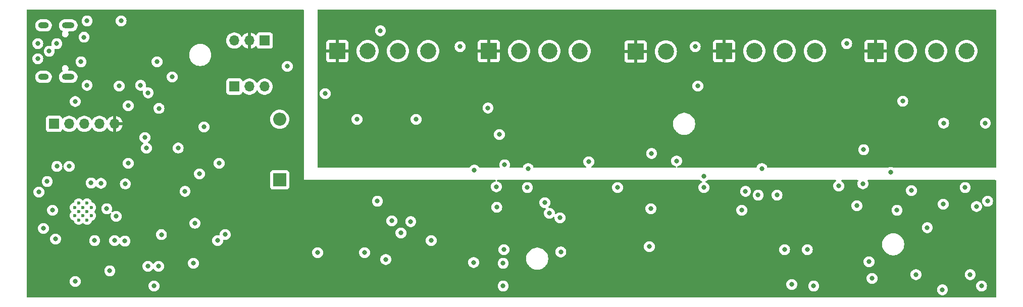
<source format=gbr>
G04 #@! TF.GenerationSoftware,KiCad,Pcbnew,8.0.8-8.0.8-0~ubuntu24.04.1*
G04 #@! TF.CreationDate,2025-01-25T22:14:15+01:00*
G04 #@! TF.ProjectId,pcb_esp32_wled_pwm_multichannel,7063625f-6573-4703-9332-5f776c65645f,rev?*
G04 #@! TF.SameCoordinates,Original*
G04 #@! TF.FileFunction,Copper,L3,Inr*
G04 #@! TF.FilePolarity,Positive*
%FSLAX46Y46*%
G04 Gerber Fmt 4.6, Leading zero omitted, Abs format (unit mm)*
G04 Created by KiCad (PCBNEW 8.0.8-8.0.8-0~ubuntu24.04.1) date 2025-01-25 22:14:15*
%MOMM*%
%LPD*%
G01*
G04 APERTURE LIST*
G04 #@! TA.AperFunction,ComponentPad*
%ADD10R,1.700000X1.700000*%
G04 #@! TD*
G04 #@! TA.AperFunction,ComponentPad*
%ADD11O,1.700000X1.700000*%
G04 #@! TD*
G04 #@! TA.AperFunction,ComponentPad*
%ADD12R,2.700000X2.700000*%
G04 #@! TD*
G04 #@! TA.AperFunction,ComponentPad*
%ADD13C,2.700000*%
G04 #@! TD*
G04 #@! TA.AperFunction,HeatsinkPad*
%ADD14C,0.600000*%
G04 #@! TD*
G04 #@! TA.AperFunction,ComponentPad*
%ADD15R,2.200000X2.200000*%
G04 #@! TD*
G04 #@! TA.AperFunction,ComponentPad*
%ADD16O,2.200000X2.200000*%
G04 #@! TD*
G04 #@! TA.AperFunction,ComponentPad*
%ADD17O,2.100000X1.000000*%
G04 #@! TD*
G04 #@! TA.AperFunction,ComponentPad*
%ADD18O,1.800000X1.000000*%
G04 #@! TD*
G04 #@! TA.AperFunction,ViaPad*
%ADD19C,0.800000*%
G04 #@! TD*
G04 APERTURE END LIST*
D10*
G04 #@! TO.N,GND*
G04 #@! TO.C,J107*
X44450000Y-50392000D03*
D11*
G04 #@! TO.N,/I2S_SM*
X46990000Y-50392000D03*
G04 #@! TO.N,/I2S_SCK*
X49530000Y-50392000D03*
G04 #@! TD*
D10*
G04 #@! TO.N,/I2S_SD*
G04 #@! TO.C,J106*
X49545000Y-42672000D03*
D11*
G04 #@! TO.N,+3V3*
X47005000Y-42672000D03*
G04 #@! TO.N,GND*
X44465000Y-42672000D03*
G04 #@! TD*
D12*
G04 #@! TO.N,VDD*
G04 #@! TO.C,J104*
X151970000Y-44450000D03*
D13*
G04 #@! TO.N,/LED_R4*
X157050000Y-44450000D03*
G04 #@! TO.N,/LED_G4*
X162130000Y-44450000D03*
G04 #@! TO.N,/LED_B4*
X167210000Y-44450000D03*
G04 #@! TD*
D12*
G04 #@! TO.N,VDD*
G04 #@! TO.C,J103*
X126570000Y-44450000D03*
D13*
G04 #@! TO.N,/LED_R3*
X131650000Y-44450000D03*
G04 #@! TO.N,/LED_G3*
X136730000Y-44450000D03*
G04 #@! TO.N,/LED_B3*
X141810000Y-44450000D03*
G04 #@! TD*
D12*
G04 #@! TO.N,VDD*
G04 #@! TO.C,J102*
X87140000Y-44450000D03*
D13*
G04 #@! TO.N,/LED_R2*
X92220000Y-44450000D03*
G04 #@! TO.N,/LED_G2*
X97300000Y-44450000D03*
G04 #@! TO.N,/LED_B2*
X102380000Y-44450000D03*
G04 #@! TD*
D14*
G04 #@! TO.N,GND*
G04 #@! TO.C,U101*
X18371200Y-72750000D03*
X19771200Y-72750000D03*
X17671200Y-72050000D03*
X19071200Y-72050000D03*
X20471200Y-72050000D03*
X18371200Y-71350000D03*
X19771200Y-71350000D03*
X17671200Y-70650000D03*
X19071200Y-70650000D03*
X20471200Y-70650000D03*
X18371200Y-69950000D03*
X19771200Y-69950000D03*
G04 #@! TD*
D15*
G04 #@! TO.N,Net-(D118-K)*
G04 #@! TO.C,D118*
X52070000Y-66040000D03*
D16*
G04 #@! TO.N,GND*
X52070000Y-55880000D03*
G04 #@! TD*
D12*
G04 #@! TO.N,VDD*
G04 #@! TO.C,J101*
X61740000Y-44450000D03*
D13*
G04 #@! TO.N,/LED_R1*
X66820000Y-44450000D03*
G04 #@! TO.N,/LED_G1*
X71900000Y-44450000D03*
G04 #@! TO.N,/LED_B1*
X76980000Y-44450000D03*
G04 #@! TD*
D11*
G04 #@! TO.N,+3V3*
G04 #@! TO.C,J105*
X24384000Y-56642000D03*
G04 #@! TO.N,/IO0*
X21844000Y-56642000D03*
G04 #@! TO.N,/RXDesp*
X19304000Y-56642000D03*
G04 #@! TO.N,/RXcp21*
X16764000Y-56642000D03*
D10*
G04 #@! TO.N,GND*
X14224000Y-56642000D03*
G04 #@! TD*
D17*
G04 #@! TO.N,GND*
G04 #@! TO.C,J109*
X16611200Y-40130000D03*
D18*
X12461200Y-40130000D03*
D17*
X16611200Y-48770000D03*
D18*
X12461200Y-48770000D03*
G04 #@! TD*
D12*
G04 #@! TO.N,VDD*
G04 #@! TO.C,J108*
X111736000Y-44501500D03*
D13*
G04 #@! TO.N,GND*
X116816000Y-44501500D03*
G04 #@! TD*
D19*
G04 #@! TO.N,+3V3*
X33782000Y-77724000D03*
X12446000Y-81534000D03*
X13970000Y-59182000D03*
X33020000Y-47244000D03*
X32766000Y-71374000D03*
X49530000Y-66040000D03*
X60452000Y-71882000D03*
X39574999Y-49325001D03*
X124460000Y-71120000D03*
X50546000Y-80772000D03*
X23114000Y-50546000D03*
X46990000Y-60198000D03*
X46228000Y-80772000D03*
X55626000Y-66040010D03*
G04 #@! TO.N,GND*
X114300000Y-70866000D03*
X34036000Y-48768000D03*
X26670000Y-53594000D03*
X88900000Y-58420000D03*
X68961000Y-41021000D03*
X168910000Y-70485000D03*
X140540000Y-77724000D03*
X19761200Y-50165000D03*
X74930000Y-55880000D03*
X89535000Y-80010000D03*
X84582000Y-79883000D03*
X17780000Y-83058000D03*
X163195000Y-84455000D03*
X121744000Y-43688000D03*
X122174000Y-50292000D03*
X77470000Y-76200000D03*
X11506200Y-45720000D03*
X123190000Y-67310000D03*
X89662000Y-77724000D03*
X58420000Y-78232000D03*
X28738205Y-50165000D03*
X114046000Y-77216000D03*
X135460000Y-68580000D03*
X96520000Y-69850000D03*
X156542000Y-52832000D03*
X170766000Y-69596000D03*
X145796000Y-67056000D03*
X19761200Y-39370000D03*
X84709000Y-64389000D03*
X37592000Y-80010000D03*
X99205000Y-78105000D03*
X148844000Y-70358000D03*
X12446000Y-74168000D03*
X99060000Y-72390000D03*
X59690000Y-51562000D03*
X53340000Y-46990000D03*
X132285000Y-68580000D03*
X25476200Y-39370000D03*
X167845000Y-81915000D03*
X155575000Y-71120000D03*
X154510000Y-64770000D03*
X38608000Y-65024000D03*
X11506200Y-43180000D03*
X130175000Y-67945000D03*
X158750000Y-81915000D03*
X30008205Y-51435000D03*
X93726000Y-64135000D03*
X147144000Y-43180000D03*
X132920000Y-64135000D03*
X88392000Y-67183000D03*
X93599000Y-67310000D03*
X69850000Y-79375000D03*
X108712000Y-67310000D03*
X13970000Y-71120000D03*
X157988000Y-67818000D03*
X149987000Y-60960000D03*
X39370000Y-57150000D03*
X65024000Y-55880000D03*
X89535000Y-83820000D03*
X86995000Y-53975000D03*
X82314000Y-43688000D03*
X30988000Y-83820000D03*
X114427000Y-61595000D03*
X170385000Y-56515000D03*
X66294000Y-78232000D03*
X23063200Y-70866000D03*
X167005000Y-67310000D03*
X169750000Y-83820000D03*
X163400000Y-56515000D03*
X11684000Y-68072000D03*
X136730000Y-77724000D03*
X149860000Y-66675000D03*
X141605000Y-83820000D03*
G04 #@! TO.N,VDD*
X101600000Y-57150000D03*
X143510000Y-53340000D03*
X74930000Y-59690000D03*
X150570000Y-49660000D03*
X128720000Y-48650000D03*
X169164000Y-52324000D03*
X162814000Y-52578000D03*
G04 #@! TO.N,/ESP_EN*
X37846000Y-73316500D03*
X36195000Y-67945000D03*
X14478000Y-75946000D03*
X129540000Y-71120000D03*
G04 #@! TO.N,/IO0*
X35047356Y-60701356D03*
X118618000Y-62865000D03*
X29718000Y-60706000D03*
G04 #@! TO.N,/UVBUS*
X19253200Y-42099500D03*
X18745200Y-46228000D03*
X31496000Y-46228000D03*
G04 #@! TO.N,/UCD+*
X14681200Y-43180000D03*
X13411200Y-44449998D03*
G04 #@! TO.N,/I2S_SD*
X26670000Y-63246000D03*
X41910000Y-63246000D03*
G04 #@! TO.N,/I2S_SM*
X26111200Y-76289500D03*
X41656000Y-76200000D03*
G04 #@! TO.N,/I2S_SCK*
X32232600Y-75209400D03*
X42926000Y-75184000D03*
G04 #@! TO.N,Net-(Q109-G)*
X31750000Y-80518000D03*
X150876000Y-79756000D03*
G04 #@! TO.N,/RTS*
X31826243Y-54040637D03*
X29464000Y-58928000D03*
G04 #@! TO.N,Net-(Q112-G)*
X74041000Y-73025000D03*
X163322000Y-70104000D03*
G04 #@! TO.N,/PWM_R1*
X68453000Y-69596000D03*
X26180215Y-66707499D03*
G04 #@! TO.N,/PWM_G1*
X24638000Y-72136000D03*
X70866000Y-72898000D03*
G04 #@! TO.N,/PWM_B1*
X88459103Y-70612000D03*
X22098000Y-66598800D03*
G04 #@! TO.N,/PWM_R2*
X20447000Y-66548000D03*
X97282000Y-71628000D03*
G04 #@! TO.N,/PWM_G2*
X16764000Y-63754000D03*
X89789000Y-63500000D03*
G04 #@! TO.N,/PWM_B2*
X103886000Y-62992000D03*
X14706600Y-63770802D03*
G04 #@! TO.N,/PWM_R3*
X13081000Y-66294000D03*
X123190000Y-65405000D03*
G04 #@! TO.N,/PWM_G3*
X137922000Y-83566000D03*
X23571200Y-81280000D03*
G04 #@! TO.N,/PWM_R4*
X151384000Y-82550000D03*
X29972000Y-80518000D03*
G04 #@! TO.N,/PWM_G4*
X160655000Y-74041000D03*
X21031200Y-76200000D03*
G04 #@! TO.N,/PWM_B4*
X72390000Y-74930000D03*
X24384000Y-76200000D03*
G04 #@! TO.N,/VBUS*
X17780000Y-52895000D03*
X25146000Y-50292000D03*
G04 #@! TD*
G04 #@! TA.AperFunction,Conductor*
G04 #@! TO.N,+3V3*
G36*
X56076121Y-37485002D02*
G01*
X56122614Y-37538658D01*
X56134000Y-37591000D01*
X56134000Y-66040000D01*
X88200937Y-66040000D01*
X88269058Y-66060002D01*
X88315551Y-66113658D01*
X88325655Y-66183932D01*
X88296161Y-66248512D01*
X88236435Y-66286896D01*
X88227134Y-66289247D01*
X88109711Y-66314206D01*
X87935247Y-66391882D01*
X87780744Y-66504135D01*
X87652965Y-66646048D01*
X87652958Y-66646058D01*
X87557476Y-66811438D01*
X87557473Y-66811445D01*
X87498457Y-66993072D01*
X87478496Y-67183000D01*
X87498457Y-67372927D01*
X87512711Y-67416794D01*
X87557473Y-67554556D01*
X87557476Y-67554561D01*
X87652958Y-67719941D01*
X87652965Y-67719951D01*
X87780744Y-67861864D01*
X87780747Y-67861866D01*
X87935248Y-67974118D01*
X88109712Y-68051794D01*
X88296513Y-68091500D01*
X88487487Y-68091500D01*
X88674288Y-68051794D01*
X88848752Y-67974118D01*
X89003253Y-67861866D01*
X89131040Y-67719944D01*
X89226527Y-67554556D01*
X89285542Y-67372928D01*
X89292156Y-67310000D01*
X92685496Y-67310000D01*
X92705457Y-67499927D01*
X92719711Y-67543794D01*
X92764473Y-67681556D01*
X92786635Y-67719941D01*
X92859958Y-67846941D01*
X92859965Y-67846951D01*
X92987744Y-67988864D01*
X92987747Y-67988866D01*
X93142248Y-68101118D01*
X93316712Y-68178794D01*
X93503513Y-68218500D01*
X93694487Y-68218500D01*
X93881288Y-68178794D01*
X94055752Y-68101118D01*
X94210253Y-67988866D01*
X94267945Y-67924793D01*
X94338034Y-67846951D01*
X94338035Y-67846949D01*
X94338040Y-67846944D01*
X94433527Y-67681556D01*
X94492542Y-67499928D01*
X94512504Y-67310000D01*
X107798496Y-67310000D01*
X107818457Y-67499927D01*
X107832711Y-67543794D01*
X107877473Y-67681556D01*
X107899635Y-67719941D01*
X107972958Y-67846941D01*
X107972965Y-67846951D01*
X108100744Y-67988864D01*
X108100747Y-67988866D01*
X108255248Y-68101118D01*
X108429712Y-68178794D01*
X108616513Y-68218500D01*
X108807487Y-68218500D01*
X108994288Y-68178794D01*
X109168752Y-68101118D01*
X109323253Y-67988866D01*
X109380945Y-67924793D01*
X109451034Y-67846951D01*
X109451035Y-67846949D01*
X109451040Y-67846944D01*
X109546527Y-67681556D01*
X109605542Y-67499928D01*
X109625504Y-67310000D01*
X109605542Y-67120072D01*
X109546527Y-66938444D01*
X109451040Y-66773056D01*
X109451038Y-66773054D01*
X109451034Y-66773048D01*
X109323255Y-66631135D01*
X109168752Y-66518882D01*
X108994288Y-66441206D01*
X108807487Y-66401500D01*
X108616513Y-66401500D01*
X108429711Y-66441206D01*
X108255247Y-66518882D01*
X108100744Y-66631135D01*
X107972965Y-66773048D01*
X107972958Y-66773058D01*
X107888379Y-66919554D01*
X107877473Y-66938444D01*
X107866289Y-66972864D01*
X107818457Y-67120072D01*
X107798496Y-67310000D01*
X94512504Y-67310000D01*
X94492542Y-67120072D01*
X94433527Y-66938444D01*
X94338040Y-66773056D01*
X94338038Y-66773054D01*
X94338034Y-66773048D01*
X94210255Y-66631135D01*
X94055752Y-66518882D01*
X93881288Y-66441206D01*
X93694487Y-66401500D01*
X93503513Y-66401500D01*
X93316711Y-66441206D01*
X93142247Y-66518882D01*
X92987744Y-66631135D01*
X92859965Y-66773048D01*
X92859958Y-66773058D01*
X92775379Y-66919554D01*
X92764473Y-66938444D01*
X92753289Y-66972864D01*
X92705457Y-67120072D01*
X92685496Y-67310000D01*
X89292156Y-67310000D01*
X89305504Y-67183000D01*
X89285542Y-66993072D01*
X89226527Y-66811444D01*
X89131040Y-66646056D01*
X89131038Y-66646054D01*
X89131034Y-66646048D01*
X89003255Y-66504135D01*
X88848752Y-66391882D01*
X88674288Y-66314206D01*
X88556866Y-66289247D01*
X88494392Y-66255518D01*
X88460071Y-66193369D01*
X88464799Y-66122530D01*
X88507075Y-66065492D01*
X88573476Y-66040365D01*
X88583063Y-66040000D01*
X122483151Y-66040000D01*
X122551272Y-66060002D01*
X122576790Y-66081693D01*
X122578745Y-66083865D01*
X122666331Y-66147500D01*
X122733248Y-66196118D01*
X122803161Y-66227245D01*
X122837184Y-66242393D01*
X122891280Y-66288373D01*
X122911929Y-66356301D01*
X122892577Y-66424609D01*
X122839366Y-66471610D01*
X122837184Y-66472607D01*
X122733247Y-66518882D01*
X122578744Y-66631135D01*
X122450965Y-66773048D01*
X122450958Y-66773058D01*
X122366379Y-66919554D01*
X122355473Y-66938444D01*
X122344289Y-66972864D01*
X122296457Y-67120072D01*
X122276496Y-67310000D01*
X122296457Y-67499927D01*
X122310711Y-67543794D01*
X122355473Y-67681556D01*
X122377635Y-67719941D01*
X122450958Y-67846941D01*
X122450965Y-67846951D01*
X122578744Y-67988864D01*
X122578747Y-67988866D01*
X122733248Y-68101118D01*
X122907712Y-68178794D01*
X123094513Y-68218500D01*
X123285487Y-68218500D01*
X123472288Y-68178794D01*
X123646752Y-68101118D01*
X123801253Y-67988866D01*
X123840750Y-67945000D01*
X129261496Y-67945000D01*
X129281457Y-68134927D01*
X129295711Y-68178794D01*
X129340473Y-68316556D01*
X129340476Y-68316561D01*
X129435958Y-68481941D01*
X129435965Y-68481951D01*
X129563744Y-68623864D01*
X129563747Y-68623866D01*
X129718248Y-68736118D01*
X129892712Y-68813794D01*
X130079513Y-68853500D01*
X130270487Y-68853500D01*
X130457288Y-68813794D01*
X130631752Y-68736118D01*
X130786253Y-68623866D01*
X130825750Y-68580000D01*
X131371496Y-68580000D01*
X131391457Y-68769927D01*
X131405711Y-68813794D01*
X131450473Y-68951556D01*
X131478841Y-69000691D01*
X131545958Y-69116941D01*
X131545965Y-69116951D01*
X131673744Y-69258864D01*
X131673747Y-69258866D01*
X131828248Y-69371118D01*
X132002712Y-69448794D01*
X132189513Y-69488500D01*
X132380487Y-69488500D01*
X132567288Y-69448794D01*
X132741752Y-69371118D01*
X132896253Y-69258866D01*
X132953308Y-69195500D01*
X133024034Y-69116951D01*
X133024035Y-69116949D01*
X133024040Y-69116944D01*
X133119527Y-68951556D01*
X133178542Y-68769928D01*
X133198504Y-68580000D01*
X134546496Y-68580000D01*
X134566457Y-68769927D01*
X134580711Y-68813794D01*
X134625473Y-68951556D01*
X134653841Y-69000691D01*
X134720958Y-69116941D01*
X134720965Y-69116951D01*
X134848744Y-69258864D01*
X134848747Y-69258866D01*
X135003248Y-69371118D01*
X135177712Y-69448794D01*
X135364513Y-69488500D01*
X135555487Y-69488500D01*
X135742288Y-69448794D01*
X135916752Y-69371118D01*
X136071253Y-69258866D01*
X136128308Y-69195500D01*
X136199034Y-69116951D01*
X136199035Y-69116949D01*
X136199040Y-69116944D01*
X136294527Y-68951556D01*
X136353542Y-68769928D01*
X136373504Y-68580000D01*
X136353542Y-68390072D01*
X136294527Y-68208444D01*
X136199040Y-68043056D01*
X136199038Y-68043054D01*
X136199034Y-68043048D01*
X136071255Y-67901135D01*
X135916752Y-67788882D01*
X135742288Y-67711206D01*
X135555487Y-67671500D01*
X135364513Y-67671500D01*
X135177711Y-67711206D01*
X135003247Y-67788882D01*
X134848744Y-67901135D01*
X134720965Y-68043048D01*
X134720958Y-68043058D01*
X134625476Y-68208438D01*
X134625473Y-68208445D01*
X134566457Y-68390072D01*
X134546496Y-68580000D01*
X133198504Y-68580000D01*
X133178542Y-68390072D01*
X133119527Y-68208444D01*
X133024040Y-68043056D01*
X133024038Y-68043054D01*
X133024034Y-68043048D01*
X132896255Y-67901135D01*
X132741752Y-67788882D01*
X132567288Y-67711206D01*
X132380487Y-67671500D01*
X132189513Y-67671500D01*
X132002711Y-67711206D01*
X131828247Y-67788882D01*
X131673744Y-67901135D01*
X131545965Y-68043048D01*
X131545958Y-68043058D01*
X131450476Y-68208438D01*
X131450473Y-68208445D01*
X131391457Y-68390072D01*
X131371496Y-68580000D01*
X130825750Y-68580000D01*
X130914040Y-68481944D01*
X131009527Y-68316556D01*
X131068542Y-68134928D01*
X131088504Y-67945000D01*
X131068542Y-67755072D01*
X131009527Y-67573444D01*
X130914040Y-67408056D01*
X130914038Y-67408054D01*
X130914034Y-67408048D01*
X130786255Y-67266135D01*
X130631752Y-67153882D01*
X130457288Y-67076206D01*
X130270487Y-67036500D01*
X130079513Y-67036500D01*
X129892711Y-67076206D01*
X129718247Y-67153882D01*
X129563744Y-67266135D01*
X129435965Y-67408048D01*
X129435958Y-67408058D01*
X129362636Y-67535056D01*
X129340473Y-67573444D01*
X129334805Y-67590889D01*
X129281457Y-67755072D01*
X129261496Y-67945000D01*
X123840750Y-67945000D01*
X123858945Y-67924793D01*
X123929034Y-67846951D01*
X123929035Y-67846949D01*
X123929040Y-67846944D01*
X124024527Y-67681556D01*
X124083542Y-67499928D01*
X124103504Y-67310000D01*
X124083542Y-67120072D01*
X124024527Y-66938444D01*
X123929040Y-66773056D01*
X123929038Y-66773054D01*
X123929034Y-66773048D01*
X123801255Y-66631135D01*
X123646752Y-66518882D01*
X123643807Y-66517571D01*
X123542813Y-66472605D01*
X123488720Y-66426627D01*
X123468070Y-66358700D01*
X123487422Y-66290392D01*
X123540633Y-66243390D01*
X123542771Y-66242412D01*
X123646752Y-66196118D01*
X123801253Y-66083866D01*
X123803210Y-66081693D01*
X123804658Y-66080800D01*
X123806163Y-66079446D01*
X123806410Y-66079720D01*
X123863654Y-66044451D01*
X123896849Y-66040000D01*
X145260984Y-66040000D01*
X145329105Y-66060002D01*
X145375598Y-66113658D01*
X145385702Y-66183932D01*
X145356208Y-66248512D01*
X145335046Y-66267934D01*
X145306916Y-66288373D01*
X145184744Y-66377135D01*
X145056965Y-66519048D01*
X145056958Y-66519058D01*
X144961476Y-66684438D01*
X144961473Y-66684445D01*
X144902457Y-66866072D01*
X144882496Y-67056000D01*
X144902457Y-67245927D01*
X144923276Y-67310000D01*
X144961473Y-67427556D01*
X144961476Y-67427561D01*
X145056958Y-67592941D01*
X145056965Y-67592951D01*
X145184744Y-67734864D01*
X145184747Y-67734866D01*
X145339248Y-67847118D01*
X145513712Y-67924794D01*
X145700513Y-67964500D01*
X145891487Y-67964500D01*
X146078288Y-67924794D01*
X146252752Y-67847118D01*
X146292829Y-67818000D01*
X157074496Y-67818000D01*
X157094457Y-68007927D01*
X157108711Y-68051794D01*
X157153473Y-68189556D01*
X157153476Y-68189561D01*
X157248958Y-68354941D01*
X157248965Y-68354951D01*
X157376744Y-68496864D01*
X157376747Y-68496866D01*
X157531248Y-68609118D01*
X157705712Y-68686794D01*
X157892513Y-68726500D01*
X158083487Y-68726500D01*
X158270288Y-68686794D01*
X158444752Y-68609118D01*
X158599253Y-68496866D01*
X158647249Y-68443561D01*
X158727034Y-68354951D01*
X158727035Y-68354949D01*
X158727040Y-68354944D01*
X158822527Y-68189556D01*
X158881542Y-68007928D01*
X158901504Y-67818000D01*
X158881542Y-67628072D01*
X158822527Y-67446444D01*
X158743751Y-67310000D01*
X166091496Y-67310000D01*
X166111457Y-67499927D01*
X166125711Y-67543794D01*
X166170473Y-67681556D01*
X166192635Y-67719941D01*
X166265958Y-67846941D01*
X166265965Y-67846951D01*
X166393744Y-67988864D01*
X166393747Y-67988866D01*
X166548248Y-68101118D01*
X166722712Y-68178794D01*
X166909513Y-68218500D01*
X167100487Y-68218500D01*
X167287288Y-68178794D01*
X167461752Y-68101118D01*
X167616253Y-67988866D01*
X167673945Y-67924793D01*
X167744034Y-67846951D01*
X167744035Y-67846949D01*
X167744040Y-67846944D01*
X167839527Y-67681556D01*
X167898542Y-67499928D01*
X167918504Y-67310000D01*
X167898542Y-67120072D01*
X167839527Y-66938444D01*
X167744040Y-66773056D01*
X167744038Y-66773054D01*
X167744034Y-66773048D01*
X167616255Y-66631135D01*
X167461752Y-66518882D01*
X167287288Y-66441206D01*
X167100487Y-66401500D01*
X166909513Y-66401500D01*
X166722711Y-66441206D01*
X166548247Y-66518882D01*
X166393744Y-66631135D01*
X166265965Y-66773048D01*
X166265958Y-66773058D01*
X166181379Y-66919554D01*
X166170473Y-66938444D01*
X166159289Y-66972864D01*
X166111457Y-67120072D01*
X166091496Y-67310000D01*
X158743751Y-67310000D01*
X158727040Y-67281056D01*
X158727038Y-67281054D01*
X158727034Y-67281048D01*
X158599255Y-67139135D01*
X158444752Y-67026882D01*
X158270288Y-66949206D01*
X158083487Y-66909500D01*
X157892513Y-66909500D01*
X157705711Y-66949206D01*
X157531247Y-67026882D01*
X157376744Y-67139135D01*
X157248965Y-67281048D01*
X157248958Y-67281058D01*
X157175636Y-67408056D01*
X157153473Y-67446444D01*
X157146601Y-67467593D01*
X157094457Y-67628072D01*
X157074496Y-67818000D01*
X146292829Y-67818000D01*
X146407253Y-67734866D01*
X146455249Y-67681561D01*
X146535034Y-67592951D01*
X146535035Y-67592949D01*
X146535040Y-67592944D01*
X146630527Y-67427556D01*
X146689542Y-67245928D01*
X146709504Y-67056000D01*
X146689542Y-66866072D01*
X146630527Y-66684444D01*
X146535040Y-66519056D01*
X146535038Y-66519054D01*
X146535034Y-66519048D01*
X146407255Y-66377135D01*
X146305828Y-66303444D01*
X146256954Y-66267935D01*
X146213601Y-66211714D01*
X146207526Y-66140978D01*
X146240657Y-66078186D01*
X146302477Y-66043275D01*
X146331016Y-66040000D01*
X148959334Y-66040000D01*
X149027455Y-66060002D01*
X149073948Y-66113658D01*
X149084052Y-66183932D01*
X149068453Y-66229000D01*
X149025476Y-66303438D01*
X149025473Y-66303445D01*
X148966457Y-66485072D01*
X148946496Y-66675000D01*
X148966457Y-66864927D01*
X148980940Y-66909500D01*
X149025473Y-67046556D01*
X149044235Y-67079053D01*
X149120958Y-67211941D01*
X149120965Y-67211951D01*
X149248744Y-67353864D01*
X149293256Y-67386204D01*
X149403248Y-67466118D01*
X149577712Y-67543794D01*
X149764513Y-67583500D01*
X149955487Y-67583500D01*
X150142288Y-67543794D01*
X150316752Y-67466118D01*
X150471253Y-67353866D01*
X150536810Y-67281058D01*
X150599034Y-67211951D01*
X150599035Y-67211949D01*
X150599040Y-67211944D01*
X150694527Y-67046556D01*
X150753542Y-66864928D01*
X150773504Y-66675000D01*
X150753542Y-66485072D01*
X150694527Y-66303444D01*
X150651547Y-66229000D01*
X150634809Y-66160005D01*
X150658030Y-66092913D01*
X150713837Y-66049026D01*
X150760666Y-66040000D01*
X172086000Y-66040000D01*
X172154121Y-66060002D01*
X172200614Y-66113658D01*
X172212000Y-66166000D01*
X172212000Y-85599000D01*
X172191998Y-85667121D01*
X172138342Y-85713614D01*
X172086000Y-85725000D01*
X9778000Y-85725000D01*
X9709879Y-85704998D01*
X9663386Y-85651342D01*
X9652000Y-85599000D01*
X9652000Y-83058000D01*
X16866496Y-83058000D01*
X16886457Y-83247927D01*
X16916526Y-83340470D01*
X16945473Y-83429556D01*
X16945476Y-83429561D01*
X17040958Y-83594941D01*
X17040965Y-83594951D01*
X17168744Y-83736864D01*
X17168747Y-83736866D01*
X17323248Y-83849118D01*
X17497712Y-83926794D01*
X17684513Y-83966500D01*
X17875487Y-83966500D01*
X18062288Y-83926794D01*
X18236752Y-83849118D01*
X18276829Y-83820000D01*
X30074496Y-83820000D01*
X30094457Y-84009927D01*
X30118343Y-84083438D01*
X30153473Y-84191556D01*
X30153476Y-84191561D01*
X30248958Y-84356941D01*
X30248965Y-84356951D01*
X30376744Y-84498864D01*
X30376747Y-84498866D01*
X30531248Y-84611118D01*
X30705712Y-84688794D01*
X30892513Y-84728500D01*
X31083487Y-84728500D01*
X31270288Y-84688794D01*
X31444752Y-84611118D01*
X31599253Y-84498866D01*
X31656945Y-84434793D01*
X31727034Y-84356951D01*
X31727035Y-84356949D01*
X31727040Y-84356944D01*
X31822527Y-84191556D01*
X31881542Y-84009928D01*
X31901504Y-83820000D01*
X88621496Y-83820000D01*
X88641457Y-84009927D01*
X88665343Y-84083438D01*
X88700473Y-84191556D01*
X88700476Y-84191561D01*
X88795958Y-84356941D01*
X88795965Y-84356951D01*
X88923744Y-84498864D01*
X88923747Y-84498866D01*
X89078248Y-84611118D01*
X89252712Y-84688794D01*
X89439513Y-84728500D01*
X89630487Y-84728500D01*
X89817288Y-84688794D01*
X89991752Y-84611118D01*
X90146253Y-84498866D01*
X90203945Y-84434793D01*
X90274034Y-84356951D01*
X90274035Y-84356949D01*
X90274040Y-84356944D01*
X90369527Y-84191556D01*
X90428542Y-84009928D01*
X90448504Y-83820000D01*
X90428542Y-83630072D01*
X90407724Y-83566000D01*
X137008496Y-83566000D01*
X137028457Y-83755927D01*
X137049276Y-83820000D01*
X137087473Y-83937556D01*
X137087476Y-83937561D01*
X137182958Y-84102941D01*
X137182965Y-84102951D01*
X137310744Y-84244864D01*
X137310747Y-84244866D01*
X137465248Y-84357118D01*
X137639712Y-84434794D01*
X137826513Y-84474500D01*
X138017487Y-84474500D01*
X138204288Y-84434794D01*
X138378752Y-84357118D01*
X138533253Y-84244866D01*
X138581249Y-84191561D01*
X138661034Y-84102951D01*
X138661035Y-84102949D01*
X138661040Y-84102944D01*
X138756527Y-83937556D01*
X138794724Y-83820000D01*
X140691496Y-83820000D01*
X140711457Y-84009927D01*
X140735343Y-84083438D01*
X140770473Y-84191556D01*
X140770476Y-84191561D01*
X140865958Y-84356941D01*
X140865965Y-84356951D01*
X140993744Y-84498864D01*
X140993747Y-84498866D01*
X141148248Y-84611118D01*
X141322712Y-84688794D01*
X141509513Y-84728500D01*
X141700487Y-84728500D01*
X141887288Y-84688794D01*
X142061752Y-84611118D01*
X142216253Y-84498866D01*
X142255750Y-84455000D01*
X162281496Y-84455000D01*
X162301457Y-84644927D01*
X162315711Y-84688794D01*
X162360473Y-84826556D01*
X162360476Y-84826561D01*
X162455958Y-84991941D01*
X162455965Y-84991951D01*
X162583744Y-85133864D01*
X162583747Y-85133866D01*
X162738248Y-85246118D01*
X162912712Y-85323794D01*
X163099513Y-85363500D01*
X163290487Y-85363500D01*
X163477288Y-85323794D01*
X163651752Y-85246118D01*
X163806253Y-85133866D01*
X163934040Y-84991944D01*
X164029527Y-84826556D01*
X164088542Y-84644928D01*
X164108504Y-84455000D01*
X164088542Y-84265072D01*
X164029527Y-84083444D01*
X163934040Y-83918056D01*
X163934038Y-83918054D01*
X163934034Y-83918048D01*
X163845751Y-83820000D01*
X168836496Y-83820000D01*
X168856457Y-84009927D01*
X168880343Y-84083438D01*
X168915473Y-84191556D01*
X168915476Y-84191561D01*
X169010958Y-84356941D01*
X169010965Y-84356951D01*
X169138744Y-84498864D01*
X169138747Y-84498866D01*
X169293248Y-84611118D01*
X169467712Y-84688794D01*
X169654513Y-84728500D01*
X169845487Y-84728500D01*
X170032288Y-84688794D01*
X170206752Y-84611118D01*
X170361253Y-84498866D01*
X170418945Y-84434793D01*
X170489034Y-84356951D01*
X170489035Y-84356949D01*
X170489040Y-84356944D01*
X170584527Y-84191556D01*
X170643542Y-84009928D01*
X170663504Y-83820000D01*
X170643542Y-83630072D01*
X170584527Y-83448444D01*
X170489040Y-83283056D01*
X170489038Y-83283054D01*
X170489034Y-83283048D01*
X170361255Y-83141135D01*
X170206752Y-83028882D01*
X170032288Y-82951206D01*
X169845487Y-82911500D01*
X169654513Y-82911500D01*
X169467711Y-82951206D01*
X169293247Y-83028882D01*
X169138744Y-83141135D01*
X169010965Y-83283048D01*
X169010958Y-83283058D01*
X168915476Y-83448438D01*
X168915473Y-83448445D01*
X168856457Y-83630072D01*
X168836496Y-83820000D01*
X163845751Y-83820000D01*
X163806255Y-83776135D01*
X163651752Y-83663882D01*
X163477288Y-83586206D01*
X163290487Y-83546500D01*
X163099513Y-83546500D01*
X162912711Y-83586206D01*
X162738247Y-83663882D01*
X162583744Y-83776135D01*
X162455965Y-83918048D01*
X162455958Y-83918058D01*
X162360476Y-84083438D01*
X162360473Y-84083445D01*
X162301457Y-84265072D01*
X162281496Y-84455000D01*
X142255750Y-84455000D01*
X142273945Y-84434793D01*
X142344034Y-84356951D01*
X142344035Y-84356949D01*
X142344040Y-84356944D01*
X142439527Y-84191556D01*
X142498542Y-84009928D01*
X142518504Y-83820000D01*
X142498542Y-83630072D01*
X142439527Y-83448444D01*
X142344040Y-83283056D01*
X142344038Y-83283054D01*
X142344034Y-83283048D01*
X142216255Y-83141135D01*
X142061752Y-83028882D01*
X141887288Y-82951206D01*
X141700487Y-82911500D01*
X141509513Y-82911500D01*
X141322711Y-82951206D01*
X141148247Y-83028882D01*
X140993744Y-83141135D01*
X140865965Y-83283048D01*
X140865958Y-83283058D01*
X140770476Y-83448438D01*
X140770473Y-83448445D01*
X140711457Y-83630072D01*
X140691496Y-83820000D01*
X138794724Y-83820000D01*
X138815542Y-83755928D01*
X138835504Y-83566000D01*
X138815542Y-83376072D01*
X138756527Y-83194444D01*
X138661040Y-83029056D01*
X138661038Y-83029054D01*
X138661034Y-83029048D01*
X138533255Y-82887135D01*
X138378752Y-82774882D01*
X138204288Y-82697206D01*
X138017487Y-82657500D01*
X137826513Y-82657500D01*
X137639711Y-82697206D01*
X137465247Y-82774882D01*
X137310744Y-82887135D01*
X137182965Y-83029048D01*
X137182958Y-83029058D01*
X137087476Y-83194438D01*
X137087473Y-83194445D01*
X137028457Y-83376072D01*
X137008496Y-83566000D01*
X90407724Y-83566000D01*
X90369527Y-83448444D01*
X90274040Y-83283056D01*
X90274038Y-83283054D01*
X90274034Y-83283048D01*
X90146255Y-83141135D01*
X89991752Y-83028882D01*
X89817288Y-82951206D01*
X89630487Y-82911500D01*
X89439513Y-82911500D01*
X89252711Y-82951206D01*
X89078247Y-83028882D01*
X88923744Y-83141135D01*
X88795965Y-83283048D01*
X88795958Y-83283058D01*
X88700476Y-83448438D01*
X88700473Y-83448445D01*
X88641457Y-83630072D01*
X88621496Y-83820000D01*
X31901504Y-83820000D01*
X31881542Y-83630072D01*
X31822527Y-83448444D01*
X31727040Y-83283056D01*
X31727038Y-83283054D01*
X31727034Y-83283048D01*
X31599255Y-83141135D01*
X31444752Y-83028882D01*
X31270288Y-82951206D01*
X31083487Y-82911500D01*
X30892513Y-82911500D01*
X30705711Y-82951206D01*
X30531247Y-83028882D01*
X30376744Y-83141135D01*
X30248965Y-83283048D01*
X30248958Y-83283058D01*
X30153476Y-83448438D01*
X30153473Y-83448445D01*
X30094457Y-83630072D01*
X30074496Y-83820000D01*
X18276829Y-83820000D01*
X18391253Y-83736866D01*
X18519040Y-83594944D01*
X18614527Y-83429556D01*
X18673542Y-83247928D01*
X18693504Y-83058000D01*
X18673542Y-82868072D01*
X18614527Y-82686444D01*
X18535751Y-82550000D01*
X150470496Y-82550000D01*
X150490457Y-82739927D01*
X150504711Y-82783794D01*
X150549473Y-82921556D01*
X150577841Y-82970691D01*
X150644958Y-83086941D01*
X150644965Y-83086951D01*
X150772744Y-83228864D01*
X150772747Y-83228866D01*
X150927248Y-83341118D01*
X151101712Y-83418794D01*
X151288513Y-83458500D01*
X151479487Y-83458500D01*
X151666288Y-83418794D01*
X151840752Y-83341118D01*
X151995253Y-83228866D01*
X152026252Y-83194438D01*
X152123034Y-83086951D01*
X152123035Y-83086949D01*
X152123040Y-83086944D01*
X152218527Y-82921556D01*
X152277542Y-82739928D01*
X152297504Y-82550000D01*
X152277542Y-82360072D01*
X152218527Y-82178444D01*
X152123040Y-82013056D01*
X152123038Y-82013054D01*
X152123034Y-82013048D01*
X152034751Y-81915000D01*
X157836496Y-81915000D01*
X157856457Y-82104927D01*
X157870711Y-82148794D01*
X157915473Y-82286556D01*
X157915476Y-82286561D01*
X158010958Y-82451941D01*
X158010965Y-82451951D01*
X158138744Y-82593864D01*
X158138747Y-82593866D01*
X158293248Y-82706118D01*
X158467712Y-82783794D01*
X158654513Y-82823500D01*
X158845487Y-82823500D01*
X159032288Y-82783794D01*
X159206752Y-82706118D01*
X159361253Y-82593866D01*
X159426810Y-82521058D01*
X159489034Y-82451951D01*
X159489035Y-82451949D01*
X159489040Y-82451944D01*
X159584527Y-82286556D01*
X159643542Y-82104928D01*
X159663504Y-81915000D01*
X166931496Y-81915000D01*
X166951457Y-82104927D01*
X166965711Y-82148794D01*
X167010473Y-82286556D01*
X167010476Y-82286561D01*
X167105958Y-82451941D01*
X167105965Y-82451951D01*
X167233744Y-82593864D01*
X167233747Y-82593866D01*
X167388248Y-82706118D01*
X167562712Y-82783794D01*
X167749513Y-82823500D01*
X167940487Y-82823500D01*
X168127288Y-82783794D01*
X168301752Y-82706118D01*
X168456253Y-82593866D01*
X168521810Y-82521058D01*
X168584034Y-82451951D01*
X168584035Y-82451949D01*
X168584040Y-82451944D01*
X168679527Y-82286556D01*
X168738542Y-82104928D01*
X168758504Y-81915000D01*
X168738542Y-81725072D01*
X168679527Y-81543444D01*
X168584040Y-81378056D01*
X168584038Y-81378054D01*
X168584034Y-81378048D01*
X168456255Y-81236135D01*
X168301752Y-81123882D01*
X168127288Y-81046206D01*
X167940487Y-81006500D01*
X167749513Y-81006500D01*
X167562711Y-81046206D01*
X167388247Y-81123882D01*
X167233744Y-81236135D01*
X167105965Y-81378048D01*
X167105958Y-81378058D01*
X167010476Y-81543438D01*
X167010473Y-81543445D01*
X166951457Y-81725072D01*
X166931496Y-81915000D01*
X159663504Y-81915000D01*
X159643542Y-81725072D01*
X159584527Y-81543444D01*
X159489040Y-81378056D01*
X159489038Y-81378054D01*
X159489034Y-81378048D01*
X159361255Y-81236135D01*
X159206752Y-81123882D01*
X159032288Y-81046206D01*
X158845487Y-81006500D01*
X158654513Y-81006500D01*
X158467711Y-81046206D01*
X158293247Y-81123882D01*
X158138744Y-81236135D01*
X158010965Y-81378048D01*
X158010958Y-81378058D01*
X157915476Y-81543438D01*
X157915473Y-81543445D01*
X157856457Y-81725072D01*
X157836496Y-81915000D01*
X152034751Y-81915000D01*
X151995255Y-81871135D01*
X151840752Y-81758882D01*
X151666288Y-81681206D01*
X151479487Y-81641500D01*
X151288513Y-81641500D01*
X151101711Y-81681206D01*
X150927247Y-81758882D01*
X150772744Y-81871135D01*
X150644965Y-82013048D01*
X150644958Y-82013058D01*
X150549476Y-82178438D01*
X150549473Y-82178445D01*
X150490457Y-82360072D01*
X150470496Y-82550000D01*
X18535751Y-82550000D01*
X18519040Y-82521056D01*
X18519038Y-82521054D01*
X18519034Y-82521048D01*
X18391255Y-82379135D01*
X18236752Y-82266882D01*
X18062288Y-82189206D01*
X17875487Y-82149500D01*
X17684513Y-82149500D01*
X17497711Y-82189206D01*
X17323247Y-82266882D01*
X17168744Y-82379135D01*
X17040965Y-82521048D01*
X17040958Y-82521058D01*
X16945476Y-82686438D01*
X16945473Y-82686444D01*
X16930999Y-82730986D01*
X16886457Y-82868072D01*
X16866496Y-83058000D01*
X9652000Y-83058000D01*
X9652000Y-81280000D01*
X22657696Y-81280000D01*
X22677657Y-81469927D01*
X22701543Y-81543438D01*
X22736673Y-81651556D01*
X22765041Y-81700691D01*
X22832158Y-81816941D01*
X22832165Y-81816951D01*
X22959944Y-81958864D01*
X22959947Y-81958866D01*
X23114448Y-82071118D01*
X23288912Y-82148794D01*
X23475713Y-82188500D01*
X23666687Y-82188500D01*
X23853488Y-82148794D01*
X24027952Y-82071118D01*
X24182453Y-81958866D01*
X24221950Y-81915000D01*
X24310234Y-81816951D01*
X24310235Y-81816949D01*
X24310240Y-81816944D01*
X24405727Y-81651556D01*
X24464742Y-81469928D01*
X24484704Y-81280000D01*
X24464742Y-81090072D01*
X24405727Y-80908444D01*
X24310240Y-80743056D01*
X24310238Y-80743054D01*
X24310234Y-80743048D01*
X24182455Y-80601135D01*
X24068029Y-80518000D01*
X29058496Y-80518000D01*
X29078457Y-80707927D01*
X29092711Y-80751794D01*
X29137473Y-80889556D01*
X29137476Y-80889561D01*
X29232958Y-81054941D01*
X29232965Y-81054951D01*
X29360744Y-81196864D01*
X29360747Y-81196866D01*
X29515248Y-81309118D01*
X29689712Y-81386794D01*
X29876513Y-81426500D01*
X30067487Y-81426500D01*
X30254288Y-81386794D01*
X30428752Y-81309118D01*
X30583253Y-81196866D01*
X30711040Y-81054944D01*
X30751881Y-80984204D01*
X30803263Y-80935212D01*
X30872977Y-80921776D01*
X30938888Y-80948162D01*
X30970119Y-80984205D01*
X31010958Y-81054941D01*
X31010965Y-81054951D01*
X31138744Y-81196864D01*
X31138747Y-81196866D01*
X31293248Y-81309118D01*
X31467712Y-81386794D01*
X31654513Y-81426500D01*
X31845487Y-81426500D01*
X32032288Y-81386794D01*
X32206752Y-81309118D01*
X32361253Y-81196866D01*
X32489040Y-81054944D01*
X32584527Y-80889556D01*
X32643542Y-80707928D01*
X32663504Y-80518000D01*
X32643542Y-80328072D01*
X32584527Y-80146444D01*
X32505751Y-80010000D01*
X36678496Y-80010000D01*
X36698457Y-80199927D01*
X36712711Y-80243794D01*
X36757473Y-80381556D01*
X36779635Y-80419941D01*
X36852958Y-80546941D01*
X36852965Y-80546951D01*
X36980744Y-80688864D01*
X36980747Y-80688866D01*
X37135248Y-80801118D01*
X37309712Y-80878794D01*
X37496513Y-80918500D01*
X37687487Y-80918500D01*
X37874288Y-80878794D01*
X38048752Y-80801118D01*
X38203253Y-80688866D01*
X38260945Y-80624793D01*
X38331034Y-80546951D01*
X38331035Y-80546949D01*
X38331040Y-80546944D01*
X38426527Y-80381556D01*
X38485542Y-80199928D01*
X38505504Y-80010000D01*
X38485542Y-79820072D01*
X38426527Y-79638444D01*
X38331040Y-79473056D01*
X38331038Y-79473054D01*
X38331034Y-79473048D01*
X38242751Y-79375000D01*
X68936496Y-79375000D01*
X68956457Y-79564927D01*
X68970940Y-79609500D01*
X69015473Y-79746556D01*
X69015476Y-79746561D01*
X69110958Y-79911941D01*
X69110965Y-79911951D01*
X69238744Y-80053864D01*
X69299999Y-80098368D01*
X69393248Y-80166118D01*
X69567712Y-80243794D01*
X69754513Y-80283500D01*
X69945487Y-80283500D01*
X70132288Y-80243794D01*
X70306752Y-80166118D01*
X70461253Y-80053866D01*
X70526810Y-79981058D01*
X70589034Y-79911951D01*
X70589035Y-79911949D01*
X70589040Y-79911944D01*
X70605751Y-79883000D01*
X83668496Y-79883000D01*
X83688457Y-80072927D01*
X83706207Y-80127554D01*
X83747473Y-80254556D01*
X83747476Y-80254561D01*
X83842958Y-80419941D01*
X83842965Y-80419951D01*
X83970744Y-80561864D01*
X83970747Y-80561866D01*
X84125248Y-80674118D01*
X84299712Y-80751794D01*
X84486513Y-80791500D01*
X84677487Y-80791500D01*
X84864288Y-80751794D01*
X85038752Y-80674118D01*
X85193253Y-80561866D01*
X85321040Y-80419944D01*
X85416527Y-80254556D01*
X85475542Y-80072928D01*
X85482156Y-80010000D01*
X88621496Y-80010000D01*
X88641457Y-80199927D01*
X88655711Y-80243794D01*
X88700473Y-80381556D01*
X88722635Y-80419941D01*
X88795958Y-80546941D01*
X88795965Y-80546951D01*
X88923744Y-80688864D01*
X88923747Y-80688866D01*
X89078248Y-80801118D01*
X89252712Y-80878794D01*
X89439513Y-80918500D01*
X89630487Y-80918500D01*
X89817288Y-80878794D01*
X89991752Y-80801118D01*
X90146253Y-80688866D01*
X90203945Y-80624793D01*
X90274034Y-80546951D01*
X90274035Y-80546949D01*
X90274040Y-80546944D01*
X90369527Y-80381556D01*
X90428542Y-80199928D01*
X90448504Y-80010000D01*
X90428542Y-79820072D01*
X90369527Y-79638444D01*
X90274040Y-79473056D01*
X90274038Y-79473054D01*
X90274034Y-79473048D01*
X90146255Y-79331135D01*
X89991752Y-79218882D01*
X89817288Y-79141206D01*
X89749085Y-79126709D01*
X93399500Y-79126709D01*
X93399500Y-79369290D01*
X93431160Y-79609782D01*
X93493944Y-79844095D01*
X93493945Y-79844097D01*
X93493946Y-79844100D01*
X93586776Y-80068212D01*
X93586777Y-80068213D01*
X93586782Y-80068224D01*
X93708061Y-80278285D01*
X93708063Y-80278288D01*
X93708064Y-80278289D01*
X93855735Y-80470738D01*
X93855739Y-80470742D01*
X93855744Y-80470748D01*
X94027251Y-80642255D01*
X94027256Y-80642259D01*
X94027262Y-80642265D01*
X94219711Y-80789936D01*
X94219714Y-80789938D01*
X94429775Y-80911217D01*
X94429779Y-80911218D01*
X94429788Y-80911224D01*
X94653900Y-81004054D01*
X94888211Y-81066838D01*
X94888215Y-81066838D01*
X94888217Y-81066839D01*
X94950202Y-81074999D01*
X95128712Y-81098500D01*
X95128719Y-81098500D01*
X95371281Y-81098500D01*
X95371288Y-81098500D01*
X95588637Y-81069885D01*
X95611782Y-81066839D01*
X95611782Y-81066838D01*
X95611789Y-81066838D01*
X95846100Y-81004054D01*
X96070212Y-80911224D01*
X96280289Y-80789936D01*
X96472738Y-80642265D01*
X96644265Y-80470738D01*
X96791936Y-80278289D01*
X96913224Y-80068212D01*
X97006054Y-79844100D01*
X97029661Y-79756000D01*
X149962496Y-79756000D01*
X149982457Y-79945927D01*
X150003276Y-80010000D01*
X150041473Y-80127556D01*
X150041476Y-80127561D01*
X150136958Y-80292941D01*
X150136965Y-80292951D01*
X150264744Y-80434864D01*
X150264747Y-80434866D01*
X150419248Y-80547118D01*
X150593712Y-80624794D01*
X150780513Y-80664500D01*
X150971487Y-80664500D01*
X151158288Y-80624794D01*
X151332752Y-80547118D01*
X151487253Y-80434866D01*
X151535249Y-80381561D01*
X151615034Y-80292951D01*
X151615035Y-80292949D01*
X151615040Y-80292944D01*
X151710527Y-80127556D01*
X151769542Y-79945928D01*
X151789504Y-79756000D01*
X151769542Y-79566072D01*
X151710527Y-79384444D01*
X151615040Y-79219056D01*
X151615038Y-79219054D01*
X151615034Y-79219048D01*
X151487255Y-79077135D01*
X151332752Y-78964882D01*
X151158288Y-78887206D01*
X150971487Y-78847500D01*
X150780513Y-78847500D01*
X150593711Y-78887206D01*
X150419247Y-78964882D01*
X150264744Y-79077135D01*
X150136965Y-79219048D01*
X150136958Y-79219058D01*
X150041476Y-79384438D01*
X150041473Y-79384445D01*
X149982457Y-79566072D01*
X149962496Y-79756000D01*
X97029661Y-79756000D01*
X97068838Y-79609789D01*
X97100500Y-79369288D01*
X97100500Y-79126712D01*
X97068838Y-78886211D01*
X97006054Y-78651900D01*
X96913224Y-78427788D01*
X96913218Y-78427779D01*
X96913217Y-78427775D01*
X96791938Y-78217714D01*
X96791936Y-78217711D01*
X96705450Y-78105000D01*
X98291496Y-78105000D01*
X98311457Y-78294927D01*
X98338104Y-78376936D01*
X98370473Y-78476556D01*
X98392736Y-78515117D01*
X98465958Y-78641941D01*
X98465965Y-78641951D01*
X98593744Y-78783864D01*
X98593747Y-78783866D01*
X98748248Y-78896118D01*
X98922712Y-78973794D01*
X99109513Y-79013500D01*
X99300487Y-79013500D01*
X99487288Y-78973794D01*
X99661752Y-78896118D01*
X99816253Y-78783866D01*
X99829692Y-78768941D01*
X99944034Y-78641951D01*
X99944035Y-78641949D01*
X99944040Y-78641944D01*
X100039527Y-78476556D01*
X100098542Y-78294928D01*
X100118504Y-78105000D01*
X100098542Y-77915072D01*
X100039527Y-77733444D01*
X99944040Y-77568056D01*
X99944038Y-77568054D01*
X99944034Y-77568048D01*
X99816255Y-77426135D01*
X99661752Y-77313882D01*
X99487288Y-77236206D01*
X99392227Y-77216000D01*
X113132496Y-77216000D01*
X113152457Y-77405927D01*
X113180407Y-77491946D01*
X113211473Y-77587556D01*
X113211476Y-77587561D01*
X113306958Y-77752941D01*
X113306965Y-77752951D01*
X113434744Y-77894864D01*
X113434747Y-77894866D01*
X113589248Y-78007118D01*
X113763712Y-78084794D01*
X113950513Y-78124500D01*
X114141487Y-78124500D01*
X114328288Y-78084794D01*
X114502752Y-78007118D01*
X114657253Y-77894866D01*
X114688252Y-77860438D01*
X114785034Y-77752951D01*
X114785035Y-77752949D01*
X114785040Y-77752944D01*
X114801751Y-77724000D01*
X135816496Y-77724000D01*
X135836457Y-77913927D01*
X135866526Y-78006470D01*
X135895473Y-78095556D01*
X135895476Y-78095561D01*
X135990958Y-78260941D01*
X135990965Y-78260951D01*
X136118744Y-78402864D01*
X136118747Y-78402866D01*
X136273248Y-78515118D01*
X136447712Y-78592794D01*
X136634513Y-78632500D01*
X136825487Y-78632500D01*
X137012288Y-78592794D01*
X137186752Y-78515118D01*
X137341253Y-78402866D01*
X137364599Y-78376938D01*
X137469034Y-78260951D01*
X137469035Y-78260949D01*
X137469040Y-78260944D01*
X137564527Y-78095556D01*
X137623542Y-77913928D01*
X137643504Y-77724000D01*
X139626496Y-77724000D01*
X139646457Y-77913927D01*
X139676526Y-78006470D01*
X139705473Y-78095556D01*
X139705476Y-78095561D01*
X139800958Y-78260941D01*
X139800965Y-78260951D01*
X139928744Y-78402864D01*
X139928747Y-78402866D01*
X140083248Y-78515118D01*
X140257712Y-78592794D01*
X140444513Y-78632500D01*
X140635487Y-78632500D01*
X140822288Y-78592794D01*
X140996752Y-78515118D01*
X141151253Y-78402866D01*
X141174599Y-78376938D01*
X141279034Y-78260951D01*
X141279035Y-78260949D01*
X141279040Y-78260944D01*
X141374527Y-78095556D01*
X141433542Y-77913928D01*
X141453504Y-77724000D01*
X141433542Y-77534072D01*
X141374527Y-77352444D01*
X141279040Y-77187056D01*
X141279038Y-77187054D01*
X141279034Y-77187048D01*
X141151255Y-77045135D01*
X140996752Y-76932882D01*
X140822288Y-76855206D01*
X140635487Y-76815500D01*
X140444513Y-76815500D01*
X140257711Y-76855206D01*
X140083247Y-76932882D01*
X139928744Y-77045135D01*
X139800965Y-77187048D01*
X139800958Y-77187058D01*
X139705476Y-77352438D01*
X139705473Y-77352445D01*
X139646457Y-77534072D01*
X139626496Y-77724000D01*
X137643504Y-77724000D01*
X137623542Y-77534072D01*
X137564527Y-77352444D01*
X137469040Y-77187056D01*
X137469038Y-77187054D01*
X137469034Y-77187048D01*
X137341255Y-77045135D01*
X137186752Y-76932882D01*
X137012288Y-76855206D01*
X136825487Y-76815500D01*
X136634513Y-76815500D01*
X136447711Y-76855206D01*
X136273247Y-76932882D01*
X136118744Y-77045135D01*
X135990965Y-77187048D01*
X135990958Y-77187058D01*
X135895476Y-77352438D01*
X135895473Y-77352445D01*
X135836457Y-77534072D01*
X135816496Y-77724000D01*
X114801751Y-77724000D01*
X114880527Y-77587556D01*
X114939542Y-77405928D01*
X114959504Y-77216000D01*
X114939542Y-77026072D01*
X114880527Y-76844444D01*
X114805047Y-76713709D01*
X153089500Y-76713709D01*
X153089500Y-76956290D01*
X153121160Y-77196782D01*
X153183944Y-77431095D01*
X153183945Y-77431097D01*
X153183946Y-77431100D01*
X153276776Y-77655212D01*
X153276777Y-77655213D01*
X153276782Y-77655224D01*
X153398061Y-77865285D01*
X153398063Y-77865288D01*
X153398064Y-77865289D01*
X153545735Y-78057738D01*
X153545739Y-78057742D01*
X153545744Y-78057748D01*
X153717251Y-78229255D01*
X153717256Y-78229259D01*
X153717262Y-78229265D01*
X153909711Y-78376936D01*
X153909714Y-78376938D01*
X154119775Y-78498217D01*
X154119779Y-78498218D01*
X154119788Y-78498224D01*
X154343900Y-78591054D01*
X154578211Y-78653838D01*
X154578215Y-78653838D01*
X154578217Y-78653839D01*
X154640202Y-78661999D01*
X154818712Y-78685500D01*
X154818719Y-78685500D01*
X155061281Y-78685500D01*
X155061288Y-78685500D01*
X155278637Y-78656885D01*
X155301782Y-78653839D01*
X155301782Y-78653838D01*
X155301789Y-78653838D01*
X155536100Y-78591054D01*
X155760212Y-78498224D01*
X155970289Y-78376936D01*
X156162738Y-78229265D01*
X156334265Y-78057738D01*
X156481936Y-77865289D01*
X156603224Y-77655212D01*
X156696054Y-77431100D01*
X156758838Y-77196789D01*
X156790500Y-76956288D01*
X156790500Y-76713712D01*
X156760120Y-76482951D01*
X156758839Y-76473217D01*
X156758838Y-76473215D01*
X156758838Y-76473211D01*
X156696054Y-76238900D01*
X156603224Y-76014788D01*
X156603218Y-76014779D01*
X156603217Y-76014775D01*
X156481938Y-75804714D01*
X156481936Y-75804711D01*
X156334265Y-75612262D01*
X156334259Y-75612256D01*
X156334255Y-75612251D01*
X156162748Y-75440744D01*
X156162742Y-75440739D01*
X156162738Y-75440735D01*
X155970289Y-75293064D01*
X155970288Y-75293063D01*
X155970285Y-75293061D01*
X155760224Y-75171782D01*
X155760216Y-75171778D01*
X155760212Y-75171776D01*
X155536100Y-75078946D01*
X155536097Y-75078945D01*
X155536095Y-75078944D01*
X155301782Y-75016160D01*
X155061290Y-74984500D01*
X155061288Y-74984500D01*
X154818712Y-74984500D01*
X154818709Y-74984500D01*
X154578217Y-75016160D01*
X154343904Y-75078944D01*
X154343900Y-75078946D01*
X154244961Y-75119928D01*
X154119786Y-75171777D01*
X154119775Y-75171782D01*
X153909714Y-75293061D01*
X153717262Y-75440735D01*
X153717251Y-75440744D01*
X153545744Y-75612251D01*
X153545735Y-75612262D01*
X153398061Y-75804714D01*
X153276782Y-76014775D01*
X153276777Y-76014786D01*
X153276776Y-76014788D01*
X153234066Y-76117900D01*
X153183946Y-76238900D01*
X153183944Y-76238904D01*
X153121160Y-76473217D01*
X153089500Y-76713709D01*
X114805047Y-76713709D01*
X114785040Y-76679056D01*
X114785038Y-76679054D01*
X114785034Y-76679048D01*
X114657255Y-76537135D01*
X114502752Y-76424882D01*
X114328288Y-76347206D01*
X114141487Y-76307500D01*
X113950513Y-76307500D01*
X113763711Y-76347206D01*
X113589247Y-76424882D01*
X113434744Y-76537135D01*
X113306965Y-76679048D01*
X113306958Y-76679058D01*
X113211476Y-76844438D01*
X113211473Y-76844445D01*
X113152457Y-77026072D01*
X113132496Y-77216000D01*
X99392227Y-77216000D01*
X99300487Y-77196500D01*
X99109513Y-77196500D01*
X98922711Y-77236206D01*
X98748247Y-77313882D01*
X98593744Y-77426135D01*
X98465965Y-77568048D01*
X98465958Y-77568058D01*
X98370476Y-77733438D01*
X98370473Y-77733445D01*
X98311457Y-77915072D01*
X98291496Y-78105000D01*
X96705450Y-78105000D01*
X96644265Y-78025262D01*
X96644259Y-78025256D01*
X96644255Y-78025251D01*
X96472748Y-77853744D01*
X96472742Y-77853739D01*
X96472738Y-77853735D01*
X96280289Y-77706064D01*
X96280288Y-77706063D01*
X96280285Y-77706061D01*
X96070224Y-77584782D01*
X96070216Y-77584778D01*
X96070212Y-77584776D01*
X95846100Y-77491946D01*
X95846097Y-77491945D01*
X95846095Y-77491944D01*
X95611782Y-77429160D01*
X95371290Y-77397500D01*
X95371288Y-77397500D01*
X95128712Y-77397500D01*
X95128709Y-77397500D01*
X94888217Y-77429160D01*
X94653904Y-77491944D01*
X94653900Y-77491946D01*
X94506177Y-77553135D01*
X94429786Y-77584777D01*
X94429775Y-77584782D01*
X94219714Y-77706061D01*
X94027262Y-77853735D01*
X94027251Y-77853744D01*
X93855744Y-78025251D01*
X93855735Y-78025262D01*
X93708061Y-78217714D01*
X93586782Y-78427775D01*
X93586777Y-78427786D01*
X93586776Y-78427788D01*
X93557601Y-78498222D01*
X93493946Y-78651900D01*
X93493944Y-78651904D01*
X93431160Y-78886217D01*
X93399500Y-79126709D01*
X89749085Y-79126709D01*
X89630487Y-79101500D01*
X89439513Y-79101500D01*
X89252711Y-79141206D01*
X89078247Y-79218882D01*
X88923744Y-79331135D01*
X88795965Y-79473048D01*
X88795958Y-79473058D01*
X88700476Y-79638438D01*
X88700473Y-79638445D01*
X88641457Y-79820072D01*
X88621496Y-80010000D01*
X85482156Y-80010000D01*
X85495504Y-79883000D01*
X85475542Y-79693072D01*
X85416527Y-79511444D01*
X85321040Y-79346056D01*
X85321038Y-79346054D01*
X85321034Y-79346048D01*
X85193255Y-79204135D01*
X85038752Y-79091882D01*
X84864288Y-79014206D01*
X84677487Y-78974500D01*
X84486513Y-78974500D01*
X84299711Y-79014206D01*
X84125247Y-79091882D01*
X83970744Y-79204135D01*
X83842965Y-79346048D01*
X83842958Y-79346058D01*
X83747476Y-79511438D01*
X83747473Y-79511445D01*
X83688457Y-79693072D01*
X83668496Y-79883000D01*
X70605751Y-79883000D01*
X70684527Y-79746556D01*
X70743542Y-79564928D01*
X70763504Y-79375000D01*
X70743542Y-79185072D01*
X70684527Y-79003444D01*
X70589040Y-78838056D01*
X70589038Y-78838054D01*
X70589034Y-78838048D01*
X70461255Y-78696135D01*
X70306752Y-78583882D01*
X70132288Y-78506206D01*
X69945487Y-78466500D01*
X69754513Y-78466500D01*
X69567711Y-78506206D01*
X69393247Y-78583882D01*
X69238744Y-78696135D01*
X69110965Y-78838048D01*
X69110958Y-78838058D01*
X69015476Y-79003438D01*
X69015473Y-79003444D01*
X69000999Y-79047986D01*
X68956457Y-79185072D01*
X68936496Y-79375000D01*
X38242751Y-79375000D01*
X38203255Y-79331135D01*
X38048752Y-79218882D01*
X37874288Y-79141206D01*
X37687487Y-79101500D01*
X37496513Y-79101500D01*
X37309711Y-79141206D01*
X37135247Y-79218882D01*
X36980744Y-79331135D01*
X36852965Y-79473048D01*
X36852958Y-79473058D01*
X36757476Y-79638438D01*
X36757473Y-79638445D01*
X36698457Y-79820072D01*
X36678496Y-80010000D01*
X32505751Y-80010000D01*
X32489040Y-79981056D01*
X32489038Y-79981054D01*
X32489034Y-79981048D01*
X32361255Y-79839135D01*
X32206752Y-79726882D01*
X32032288Y-79649206D01*
X31845487Y-79609500D01*
X31654513Y-79609500D01*
X31467711Y-79649206D01*
X31293247Y-79726882D01*
X31138744Y-79839135D01*
X31010965Y-79981048D01*
X31010961Y-79981055D01*
X30970119Y-80051795D01*
X30918736Y-80100788D01*
X30849022Y-80114223D01*
X30783111Y-80087836D01*
X30751881Y-80051795D01*
X30711040Y-79981056D01*
X30711036Y-79981051D01*
X30711034Y-79981048D01*
X30583255Y-79839135D01*
X30428752Y-79726882D01*
X30254288Y-79649206D01*
X30067487Y-79609500D01*
X29876513Y-79609500D01*
X29689711Y-79649206D01*
X29515247Y-79726882D01*
X29360744Y-79839135D01*
X29232965Y-79981048D01*
X29232958Y-79981058D01*
X29148379Y-80127554D01*
X29137473Y-80146444D01*
X29122999Y-80190986D01*
X29078457Y-80328072D01*
X29058496Y-80518000D01*
X24068029Y-80518000D01*
X24027952Y-80488882D01*
X23853488Y-80411206D01*
X23666687Y-80371500D01*
X23475713Y-80371500D01*
X23288911Y-80411206D01*
X23114447Y-80488882D01*
X22959944Y-80601135D01*
X22832165Y-80743048D01*
X22832158Y-80743058D01*
X22753792Y-80878793D01*
X22736673Y-80908444D01*
X22723768Y-80948162D01*
X22677657Y-81090072D01*
X22657696Y-81280000D01*
X9652000Y-81280000D01*
X9652000Y-78232000D01*
X57506496Y-78232000D01*
X57526457Y-78421927D01*
X57540940Y-78466500D01*
X57585473Y-78603556D01*
X57585476Y-78603561D01*
X57680958Y-78768941D01*
X57680965Y-78768951D01*
X57808744Y-78910864D01*
X57808747Y-78910866D01*
X57963248Y-79023118D01*
X58137712Y-79100794D01*
X58324513Y-79140500D01*
X58515487Y-79140500D01*
X58702288Y-79100794D01*
X58876752Y-79023118D01*
X59031253Y-78910866D01*
X59053447Y-78886217D01*
X59159034Y-78768951D01*
X59159035Y-78768949D01*
X59159040Y-78768944D01*
X59254527Y-78603556D01*
X59313542Y-78421928D01*
X59333504Y-78232000D01*
X65380496Y-78232000D01*
X65400457Y-78421927D01*
X65414940Y-78466500D01*
X65459473Y-78603556D01*
X65459476Y-78603561D01*
X65554958Y-78768941D01*
X65554965Y-78768951D01*
X65682744Y-78910864D01*
X65682747Y-78910866D01*
X65837248Y-79023118D01*
X66011712Y-79100794D01*
X66198513Y-79140500D01*
X66389487Y-79140500D01*
X66576288Y-79100794D01*
X66750752Y-79023118D01*
X66905253Y-78910866D01*
X66927447Y-78886217D01*
X67033034Y-78768951D01*
X67033035Y-78768949D01*
X67033040Y-78768944D01*
X67128527Y-78603556D01*
X67187542Y-78421928D01*
X67207504Y-78232000D01*
X67187542Y-78042072D01*
X67128527Y-77860444D01*
X67049751Y-77724000D01*
X88748496Y-77724000D01*
X88768457Y-77913927D01*
X88798526Y-78006470D01*
X88827473Y-78095556D01*
X88827476Y-78095561D01*
X88922958Y-78260941D01*
X88922965Y-78260951D01*
X89050744Y-78402864D01*
X89050747Y-78402866D01*
X89205248Y-78515118D01*
X89379712Y-78592794D01*
X89566513Y-78632500D01*
X89757487Y-78632500D01*
X89944288Y-78592794D01*
X90118752Y-78515118D01*
X90273253Y-78402866D01*
X90296599Y-78376938D01*
X90401034Y-78260951D01*
X90401035Y-78260949D01*
X90401040Y-78260944D01*
X90496527Y-78095556D01*
X90555542Y-77913928D01*
X90575504Y-77724000D01*
X90555542Y-77534072D01*
X90496527Y-77352444D01*
X90401040Y-77187056D01*
X90401038Y-77187054D01*
X90401034Y-77187048D01*
X90273255Y-77045135D01*
X90118752Y-76932882D01*
X89944288Y-76855206D01*
X89757487Y-76815500D01*
X89566513Y-76815500D01*
X89379711Y-76855206D01*
X89205247Y-76932882D01*
X89050744Y-77045135D01*
X88922965Y-77187048D01*
X88922958Y-77187058D01*
X88827476Y-77352438D01*
X88827473Y-77352445D01*
X88768457Y-77534072D01*
X88748496Y-77724000D01*
X67049751Y-77724000D01*
X67033040Y-77695056D01*
X67033038Y-77695054D01*
X67033034Y-77695048D01*
X66905255Y-77553135D01*
X66750752Y-77440882D01*
X66576288Y-77363206D01*
X66389487Y-77323500D01*
X66198513Y-77323500D01*
X66011711Y-77363206D01*
X65837247Y-77440882D01*
X65682744Y-77553135D01*
X65554965Y-77695048D01*
X65554958Y-77695058D01*
X65459476Y-77860438D01*
X65459473Y-77860445D01*
X65400457Y-78042072D01*
X65380496Y-78232000D01*
X59333504Y-78232000D01*
X59313542Y-78042072D01*
X59254527Y-77860444D01*
X59159040Y-77695056D01*
X59159038Y-77695054D01*
X59159034Y-77695048D01*
X59031255Y-77553135D01*
X58876752Y-77440882D01*
X58702288Y-77363206D01*
X58515487Y-77323500D01*
X58324513Y-77323500D01*
X58137711Y-77363206D01*
X57963247Y-77440882D01*
X57808744Y-77553135D01*
X57680965Y-77695048D01*
X57680958Y-77695058D01*
X57585476Y-77860438D01*
X57585473Y-77860445D01*
X57526457Y-78042072D01*
X57506496Y-78232000D01*
X9652000Y-78232000D01*
X9652000Y-75946000D01*
X13564496Y-75946000D01*
X13584457Y-76135927D01*
X13605276Y-76199998D01*
X13643473Y-76317556D01*
X13671841Y-76366691D01*
X13738958Y-76482941D01*
X13738965Y-76482951D01*
X13866744Y-76624864D01*
X13866747Y-76624866D01*
X14021248Y-76737118D01*
X14195712Y-76814794D01*
X14382513Y-76854500D01*
X14573487Y-76854500D01*
X14760288Y-76814794D01*
X14934752Y-76737118D01*
X15089253Y-76624866D01*
X15137249Y-76571561D01*
X15217034Y-76482951D01*
X15217035Y-76482949D01*
X15217040Y-76482944D01*
X15312527Y-76317556D01*
X15350724Y-76200000D01*
X20117696Y-76200000D01*
X20137657Y-76389927D01*
X20164720Y-76473217D01*
X20196673Y-76571556D01*
X20196676Y-76571561D01*
X20292158Y-76736941D01*
X20292165Y-76736951D01*
X20419944Y-76878864D01*
X20419947Y-76878866D01*
X20574448Y-76991118D01*
X20748912Y-77068794D01*
X20935713Y-77108500D01*
X21126687Y-77108500D01*
X21313488Y-77068794D01*
X21487952Y-76991118D01*
X21642453Y-76878866D01*
X21755315Y-76753520D01*
X21770234Y-76736951D01*
X21770235Y-76736949D01*
X21770240Y-76736944D01*
X21865727Y-76571556D01*
X21924742Y-76389928D01*
X21944704Y-76200000D01*
X23470496Y-76200000D01*
X23490457Y-76389927D01*
X23517520Y-76473217D01*
X23549473Y-76571556D01*
X23549476Y-76571561D01*
X23644958Y-76736941D01*
X23644965Y-76736951D01*
X23772744Y-76878864D01*
X23772747Y-76878866D01*
X23927248Y-76991118D01*
X24101712Y-77068794D01*
X24288513Y-77108500D01*
X24479487Y-77108500D01*
X24666288Y-77068794D01*
X24840752Y-76991118D01*
X24995253Y-76878866D01*
X25123040Y-76736944D01*
X25123042Y-76736939D01*
X25127301Y-76732210D01*
X25187747Y-76694970D01*
X25258731Y-76696321D01*
X25317716Y-76735835D01*
X25330057Y-76753520D01*
X25372158Y-76826441D01*
X25372165Y-76826451D01*
X25499944Y-76968364D01*
X25499947Y-76968366D01*
X25654448Y-77080618D01*
X25828912Y-77158294D01*
X26015713Y-77198000D01*
X26206687Y-77198000D01*
X26393488Y-77158294D01*
X26567952Y-77080618D01*
X26722453Y-76968366D01*
X26733328Y-76956288D01*
X26850234Y-76826451D01*
X26850235Y-76826449D01*
X26850240Y-76826444D01*
X26945727Y-76661056D01*
X27004742Y-76479428D01*
X27024704Y-76289500D01*
X27015297Y-76200000D01*
X40742496Y-76200000D01*
X40762457Y-76389927D01*
X40789520Y-76473217D01*
X40821473Y-76571556D01*
X40821476Y-76571561D01*
X40916958Y-76736941D01*
X40916965Y-76736951D01*
X41044744Y-76878864D01*
X41044747Y-76878866D01*
X41199248Y-76991118D01*
X41373712Y-77068794D01*
X41560513Y-77108500D01*
X41751487Y-77108500D01*
X41938288Y-77068794D01*
X42112752Y-76991118D01*
X42267253Y-76878866D01*
X42380115Y-76753520D01*
X42395034Y-76736951D01*
X42395035Y-76736949D01*
X42395040Y-76736944D01*
X42490527Y-76571556D01*
X42549542Y-76389928D01*
X42569504Y-76200000D01*
X76556496Y-76200000D01*
X76576457Y-76389927D01*
X76603520Y-76473217D01*
X76635473Y-76571556D01*
X76635476Y-76571561D01*
X76730958Y-76736941D01*
X76730965Y-76736951D01*
X76858744Y-76878864D01*
X76858747Y-76878866D01*
X77013248Y-76991118D01*
X77187712Y-77068794D01*
X77374513Y-77108500D01*
X77565487Y-77108500D01*
X77752288Y-77068794D01*
X77926752Y-76991118D01*
X78081253Y-76878866D01*
X78194115Y-76753520D01*
X78209034Y-76736951D01*
X78209035Y-76736949D01*
X78209040Y-76736944D01*
X78304527Y-76571556D01*
X78363542Y-76389928D01*
X78383504Y-76200000D01*
X78363542Y-76010072D01*
X78304527Y-75828444D01*
X78209040Y-75663056D01*
X78209038Y-75663054D01*
X78209034Y-75663048D01*
X78081255Y-75521135D01*
X77926752Y-75408882D01*
X77752288Y-75331206D01*
X77565487Y-75291500D01*
X77374513Y-75291500D01*
X77187711Y-75331206D01*
X77013247Y-75408882D01*
X76858744Y-75521135D01*
X76730965Y-75663048D01*
X76730958Y-75663058D01*
X76635476Y-75828438D01*
X76635473Y-75828445D01*
X76576457Y-76010072D01*
X76556496Y-76200000D01*
X42569504Y-76200000D01*
X42569504Y-76199998D01*
X42569504Y-76193396D01*
X42572383Y-76193396D01*
X42582858Y-76135979D01*
X42631339Y-76084112D01*
X42700164Y-76066689D01*
X42721617Y-76069354D01*
X42830508Y-76092500D01*
X42830513Y-76092500D01*
X43021487Y-76092500D01*
X43208288Y-76052794D01*
X43382752Y-75975118D01*
X43537253Y-75862866D01*
X43636575Y-75752558D01*
X43665034Y-75720951D01*
X43665035Y-75720949D01*
X43665040Y-75720944D01*
X43760527Y-75555556D01*
X43819542Y-75373928D01*
X43839504Y-75184000D01*
X43819542Y-74994072D01*
X43798724Y-74930000D01*
X71476496Y-74930000D01*
X71496457Y-75119927D01*
X71517276Y-75184000D01*
X71555473Y-75301556D01*
X71583841Y-75350691D01*
X71650958Y-75466941D01*
X71650965Y-75466951D01*
X71778744Y-75608864D01*
X71778747Y-75608866D01*
X71933248Y-75721118D01*
X72107712Y-75798794D01*
X72294513Y-75838500D01*
X72485487Y-75838500D01*
X72672288Y-75798794D01*
X72846752Y-75721118D01*
X73001253Y-75608866D01*
X73049249Y-75555561D01*
X73129034Y-75466951D01*
X73129035Y-75466949D01*
X73129040Y-75466944D01*
X73224527Y-75301556D01*
X73283542Y-75119928D01*
X73303504Y-74930000D01*
X73283542Y-74740072D01*
X73224527Y-74558444D01*
X73129040Y-74393056D01*
X73129038Y-74393054D01*
X73129034Y-74393048D01*
X73001255Y-74251135D01*
X72846752Y-74138882D01*
X72672288Y-74061206D01*
X72577227Y-74041000D01*
X159741496Y-74041000D01*
X159761457Y-74230927D01*
X159775940Y-74275500D01*
X159820473Y-74412556D01*
X159820476Y-74412561D01*
X159915958Y-74577941D01*
X159915965Y-74577951D01*
X160043744Y-74719864D01*
X160043747Y-74719866D01*
X160198248Y-74832118D01*
X160372712Y-74909794D01*
X160559513Y-74949500D01*
X160750487Y-74949500D01*
X160937288Y-74909794D01*
X161111752Y-74832118D01*
X161266253Y-74719866D01*
X161279692Y-74704941D01*
X161394034Y-74577951D01*
X161394035Y-74577949D01*
X161394040Y-74577944D01*
X161489527Y-74412556D01*
X161548542Y-74230928D01*
X161568504Y-74041000D01*
X161548542Y-73851072D01*
X161489527Y-73669444D01*
X161394040Y-73504056D01*
X161394038Y-73504054D01*
X161394034Y-73504048D01*
X161266255Y-73362135D01*
X161111752Y-73249882D01*
X160937288Y-73172206D01*
X160750487Y-73132500D01*
X160559513Y-73132500D01*
X160372711Y-73172206D01*
X160198247Y-73249882D01*
X160043744Y-73362135D01*
X159915965Y-73504048D01*
X159915958Y-73504058D01*
X159842636Y-73631056D01*
X159820473Y-73669444D01*
X159809289Y-73703864D01*
X159761457Y-73851072D01*
X159741496Y-74041000D01*
X72577227Y-74041000D01*
X72485487Y-74021500D01*
X72294513Y-74021500D01*
X72107711Y-74061206D01*
X71933247Y-74138882D01*
X71778744Y-74251135D01*
X71650965Y-74393048D01*
X71650958Y-74393058D01*
X71555476Y-74558438D01*
X71555473Y-74558445D01*
X71496457Y-74740072D01*
X71476496Y-74930000D01*
X43798724Y-74930000D01*
X43760527Y-74812444D01*
X43665040Y-74647056D01*
X43665038Y-74647054D01*
X43665034Y-74647048D01*
X43537255Y-74505135D01*
X43382752Y-74392882D01*
X43208288Y-74315206D01*
X43021487Y-74275500D01*
X42830513Y-74275500D01*
X42643711Y-74315206D01*
X42469247Y-74392882D01*
X42314744Y-74505135D01*
X42186965Y-74647048D01*
X42186958Y-74647058D01*
X42091476Y-74812438D01*
X42091473Y-74812444D01*
X42083222Y-74837838D01*
X42032457Y-74994072D01*
X42012496Y-75184001D01*
X42012496Y-75190603D01*
X42009645Y-75190603D01*
X41999070Y-75248159D01*
X41950526Y-75299966D01*
X41881678Y-75317304D01*
X41860382Y-75314646D01*
X41751488Y-75291500D01*
X41751487Y-75291500D01*
X41560513Y-75291500D01*
X41373711Y-75331206D01*
X41199247Y-75408882D01*
X41044744Y-75521135D01*
X40916965Y-75663048D01*
X40916958Y-75663058D01*
X40821476Y-75828438D01*
X40821473Y-75828445D01*
X40762457Y-76010072D01*
X40742496Y-76200000D01*
X27015297Y-76200000D01*
X27004742Y-76099572D01*
X26945727Y-75917944D01*
X26850240Y-75752556D01*
X26850238Y-75752554D01*
X26850234Y-75752548D01*
X26722455Y-75610635D01*
X26567952Y-75498382D01*
X26393488Y-75420706D01*
X26206687Y-75381000D01*
X26015713Y-75381000D01*
X25828911Y-75420706D01*
X25654447Y-75498382D01*
X25499944Y-75610635D01*
X25367897Y-75757289D01*
X25307451Y-75794529D01*
X25236467Y-75793177D01*
X25177483Y-75753664D01*
X25165142Y-75735979D01*
X25156561Y-75721117D01*
X25123040Y-75663056D01*
X25123038Y-75663054D01*
X25123034Y-75663048D01*
X24995255Y-75521135D01*
X24840752Y-75408882D01*
X24666288Y-75331206D01*
X24479487Y-75291500D01*
X24288513Y-75291500D01*
X24101711Y-75331206D01*
X23927247Y-75408882D01*
X23772744Y-75521135D01*
X23644965Y-75663048D01*
X23644958Y-75663058D01*
X23549476Y-75828438D01*
X23549473Y-75828445D01*
X23490457Y-76010072D01*
X23470496Y-76200000D01*
X21944704Y-76200000D01*
X21924742Y-76010072D01*
X21865727Y-75828444D01*
X21770240Y-75663056D01*
X21770238Y-75663054D01*
X21770234Y-75663048D01*
X21642455Y-75521135D01*
X21487952Y-75408882D01*
X21313488Y-75331206D01*
X21126687Y-75291500D01*
X20935713Y-75291500D01*
X20748911Y-75331206D01*
X20574447Y-75408882D01*
X20419944Y-75521135D01*
X20292165Y-75663048D01*
X20292158Y-75663058D01*
X20196676Y-75828438D01*
X20196673Y-75828445D01*
X20137657Y-76010072D01*
X20117696Y-76200000D01*
X15350724Y-76200000D01*
X15371542Y-76135928D01*
X15391504Y-75946000D01*
X15371542Y-75756072D01*
X15312527Y-75574444D01*
X15217040Y-75409056D01*
X15217038Y-75409054D01*
X15217034Y-75409048D01*
X15089255Y-75267135D01*
X15009790Y-75209400D01*
X31319096Y-75209400D01*
X31339057Y-75399327D01*
X31342219Y-75409058D01*
X31398073Y-75580956D01*
X31398076Y-75580961D01*
X31493558Y-75746341D01*
X31493565Y-75746351D01*
X31621344Y-75888264D01*
X31621347Y-75888266D01*
X31775848Y-76000518D01*
X31950312Y-76078194D01*
X32137113Y-76117900D01*
X32328087Y-76117900D01*
X32514888Y-76078194D01*
X32689352Y-76000518D01*
X32843853Y-75888266D01*
X32866725Y-75862864D01*
X32971634Y-75746351D01*
X32971635Y-75746349D01*
X32971640Y-75746344D01*
X33067127Y-75580956D01*
X33126142Y-75399328D01*
X33146104Y-75209400D01*
X33126142Y-75019472D01*
X33067127Y-74837844D01*
X32971640Y-74672456D01*
X32971638Y-74672454D01*
X32971634Y-74672448D01*
X32843855Y-74530535D01*
X32689352Y-74418282D01*
X32514888Y-74340606D01*
X32328087Y-74300900D01*
X32137113Y-74300900D01*
X31950311Y-74340606D01*
X31775847Y-74418282D01*
X31621344Y-74530535D01*
X31493565Y-74672448D01*
X31493558Y-74672458D01*
X31398076Y-74837838D01*
X31398073Y-74837845D01*
X31339057Y-75019472D01*
X31319096Y-75209400D01*
X15009790Y-75209400D01*
X14934752Y-75154882D01*
X14760288Y-75077206D01*
X14573487Y-75037500D01*
X14382513Y-75037500D01*
X14195711Y-75077206D01*
X14021247Y-75154882D01*
X13866744Y-75267135D01*
X13738965Y-75409048D01*
X13738958Y-75409058D01*
X13654379Y-75555554D01*
X13643473Y-75574444D01*
X13632289Y-75608864D01*
X13584457Y-75756072D01*
X13564496Y-75946000D01*
X9652000Y-75946000D01*
X9652000Y-74168000D01*
X11532496Y-74168000D01*
X11552457Y-74357927D01*
X11570207Y-74412554D01*
X11611473Y-74539556D01*
X11611476Y-74539561D01*
X11706958Y-74704941D01*
X11706965Y-74704951D01*
X11834744Y-74846864D01*
X11834747Y-74846866D01*
X11989248Y-74959118D01*
X12163712Y-75036794D01*
X12350513Y-75076500D01*
X12541487Y-75076500D01*
X12728288Y-75036794D01*
X12902752Y-74959118D01*
X13057253Y-74846866D01*
X13065376Y-74837845D01*
X13185034Y-74704951D01*
X13185035Y-74704949D01*
X13185040Y-74704944D01*
X13280527Y-74539556D01*
X13339542Y-74357928D01*
X13359504Y-74168000D01*
X13339542Y-73978072D01*
X13280527Y-73796444D01*
X13185040Y-73631056D01*
X13185038Y-73631054D01*
X13185034Y-73631048D01*
X13057255Y-73489135D01*
X12902752Y-73376882D01*
X12728288Y-73299206D01*
X12541487Y-73259500D01*
X12350513Y-73259500D01*
X12163711Y-73299206D01*
X11989247Y-73376882D01*
X11834744Y-73489135D01*
X11706965Y-73631048D01*
X11706958Y-73631058D01*
X11628592Y-73766793D01*
X11611473Y-73796444D01*
X11596999Y-73840986D01*
X11552457Y-73978072D01*
X11532496Y-74168000D01*
X9652000Y-74168000D01*
X9652000Y-71120000D01*
X13056496Y-71120000D01*
X13076457Y-71309927D01*
X13101077Y-71385696D01*
X13135473Y-71491556D01*
X13163841Y-71540691D01*
X13230958Y-71656941D01*
X13230965Y-71656951D01*
X13358744Y-71798864D01*
X13358747Y-71798866D01*
X13513248Y-71911118D01*
X13687712Y-71988794D01*
X13874513Y-72028500D01*
X14065487Y-72028500D01*
X14252288Y-71988794D01*
X14426752Y-71911118D01*
X14581253Y-71798866D01*
X14612252Y-71764438D01*
X14709034Y-71656951D01*
X14709035Y-71656949D01*
X14709040Y-71656944D01*
X14804527Y-71491556D01*
X14863542Y-71309928D01*
X14883504Y-71120000D01*
X14863542Y-70930072D01*
X14804527Y-70748444D01*
X14747690Y-70650000D01*
X16857584Y-70650000D01*
X16877983Y-70831047D01*
X16877983Y-70831049D01*
X16877984Y-70831050D01*
X16938157Y-71003015D01*
X16938158Y-71003018D01*
X17035087Y-71157279D01*
X17035088Y-71157281D01*
X17138712Y-71260905D01*
X17172738Y-71323217D01*
X17167673Y-71394032D01*
X17138712Y-71439095D01*
X17035088Y-71542718D01*
X17035087Y-71542720D01*
X16938158Y-71696981D01*
X16938157Y-71696984D01*
X16883545Y-71853058D01*
X16877983Y-71868953D01*
X16857584Y-72050000D01*
X16877983Y-72231047D01*
X16877983Y-72231049D01*
X16877984Y-72231050D01*
X16938157Y-72403015D01*
X16938158Y-72403018D01*
X17035087Y-72557279D01*
X17035088Y-72557281D01*
X17163918Y-72686111D01*
X17163920Y-72686112D01*
X17318181Y-72783041D01*
X17318182Y-72783041D01*
X17318185Y-72783043D01*
X17409125Y-72814864D01*
X17496833Y-72845555D01*
X17495869Y-72848307D01*
X17546391Y-72876532D01*
X17573034Y-72925281D01*
X17575646Y-72924368D01*
X17577982Y-72931046D01*
X17577983Y-72931047D01*
X17632878Y-73087928D01*
X17638157Y-73103015D01*
X17638158Y-73103018D01*
X17735087Y-73257279D01*
X17735088Y-73257281D01*
X17863918Y-73386111D01*
X17863920Y-73386112D01*
X18018181Y-73483041D01*
X18018182Y-73483041D01*
X18018185Y-73483043D01*
X18190153Y-73543217D01*
X18371200Y-73563616D01*
X18552247Y-73543217D01*
X18724215Y-73483043D01*
X18878481Y-73386111D01*
X18902458Y-73362134D01*
X18982105Y-73282488D01*
X19044417Y-73248462D01*
X19115232Y-73253527D01*
X19160295Y-73282488D01*
X19263918Y-73386111D01*
X19263920Y-73386112D01*
X19418181Y-73483041D01*
X19418182Y-73483041D01*
X19418185Y-73483043D01*
X19590153Y-73543217D01*
X19771200Y-73563616D01*
X19952247Y-73543217D01*
X20124215Y-73483043D01*
X20278481Y-73386111D01*
X20348092Y-73316500D01*
X36932496Y-73316500D01*
X36952457Y-73506427D01*
X36975344Y-73576864D01*
X37011473Y-73688056D01*
X37011476Y-73688061D01*
X37106958Y-73853441D01*
X37106965Y-73853451D01*
X37234744Y-73995364D01*
X37234747Y-73995366D01*
X37389248Y-74107618D01*
X37563712Y-74185294D01*
X37750513Y-74225000D01*
X37941487Y-74225000D01*
X38128288Y-74185294D01*
X38302752Y-74107618D01*
X38457253Y-73995366D01*
X38472825Y-73978072D01*
X38585034Y-73853451D01*
X38585035Y-73853449D01*
X38585040Y-73853444D01*
X38680527Y-73688056D01*
X38739542Y-73506428D01*
X38759504Y-73316500D01*
X38739542Y-73126572D01*
X38680527Y-72944944D01*
X38653424Y-72898000D01*
X69952496Y-72898000D01*
X69972457Y-73087927D01*
X69977360Y-73103015D01*
X70031473Y-73269556D01*
X70058576Y-73316500D01*
X70126958Y-73434941D01*
X70126965Y-73434951D01*
X70254744Y-73576864D01*
X70254747Y-73576866D01*
X70409248Y-73689118D01*
X70583712Y-73766794D01*
X70770513Y-73806500D01*
X70961487Y-73806500D01*
X71148288Y-73766794D01*
X71322752Y-73689118D01*
X71477253Y-73576866D01*
X71477255Y-73576864D01*
X71605034Y-73434951D01*
X71605035Y-73434949D01*
X71605040Y-73434944D01*
X71700527Y-73269556D01*
X71759542Y-73087928D01*
X71766156Y-73025000D01*
X73127496Y-73025000D01*
X73147457Y-73214927D01*
X73161711Y-73258794D01*
X73206473Y-73396556D01*
X73206476Y-73396561D01*
X73301958Y-73561941D01*
X73301965Y-73561951D01*
X73429744Y-73703864D01*
X73429747Y-73703866D01*
X73584248Y-73816118D01*
X73758712Y-73893794D01*
X73945513Y-73933500D01*
X74136487Y-73933500D01*
X74323288Y-73893794D01*
X74497752Y-73816118D01*
X74652253Y-73703866D01*
X74666484Y-73688061D01*
X74780034Y-73561951D01*
X74780035Y-73561949D01*
X74780040Y-73561944D01*
X74875527Y-73396556D01*
X74934542Y-73214928D01*
X74954504Y-73025000D01*
X74934542Y-72835072D01*
X74875527Y-72653444D01*
X74780040Y-72488056D01*
X74780038Y-72488054D01*
X74780034Y-72488048D01*
X74652255Y-72346135D01*
X74497752Y-72233882D01*
X74323288Y-72156206D01*
X74136487Y-72116500D01*
X73945513Y-72116500D01*
X73758711Y-72156206D01*
X73584247Y-72233882D01*
X73429744Y-72346135D01*
X73301965Y-72488048D01*
X73301958Y-72488058D01*
X73215600Y-72637635D01*
X73206473Y-72653444D01*
X73191999Y-72697986D01*
X73147457Y-72835072D01*
X73127496Y-73025000D01*
X71766156Y-73025000D01*
X71779504Y-72898000D01*
X71759542Y-72708072D01*
X71700527Y-72526444D01*
X71605040Y-72361056D01*
X71605038Y-72361054D01*
X71605034Y-72361048D01*
X71477255Y-72219135D01*
X71322752Y-72106882D01*
X71148288Y-72029206D01*
X70961487Y-71989500D01*
X70770513Y-71989500D01*
X70583711Y-72029206D01*
X70409247Y-72106882D01*
X70254744Y-72219135D01*
X70126965Y-72361048D01*
X70126958Y-72361058D01*
X70031476Y-72526438D01*
X70031473Y-72526445D01*
X69972457Y-72708072D01*
X69952496Y-72898000D01*
X38653424Y-72898000D01*
X38585040Y-72779556D01*
X38585038Y-72779554D01*
X38585034Y-72779548D01*
X38457255Y-72637635D01*
X38302752Y-72525382D01*
X38128288Y-72447706D01*
X37941487Y-72408000D01*
X37750513Y-72408000D01*
X37563711Y-72447706D01*
X37389247Y-72525382D01*
X37234744Y-72637635D01*
X37106965Y-72779548D01*
X37106958Y-72779558D01*
X37011476Y-72944938D01*
X37011473Y-72944945D01*
X36952457Y-73126572D01*
X36932496Y-73316500D01*
X20348092Y-73316500D01*
X20407311Y-73257281D01*
X20504243Y-73103015D01*
X20559554Y-72944945D01*
X20566755Y-72924367D01*
X20569507Y-72925330D01*
X20597732Y-72874809D01*
X20646487Y-72848186D01*
X20645567Y-72845555D01*
X20712908Y-72821990D01*
X20824215Y-72783043D01*
X20978481Y-72686111D01*
X21107311Y-72557281D01*
X21204243Y-72403015D01*
X21264417Y-72231047D01*
X21284816Y-72050000D01*
X21264417Y-71868953D01*
X21204243Y-71696985D01*
X21204241Y-71696982D01*
X21204241Y-71696981D01*
X21107312Y-71542720D01*
X21107311Y-71542718D01*
X21003688Y-71439095D01*
X20969662Y-71376783D01*
X20974727Y-71305968D01*
X21003688Y-71260905D01*
X21107311Y-71157281D01*
X21107312Y-71157279D01*
X21204241Y-71003018D01*
X21204240Y-71003018D01*
X21204243Y-71003015D01*
X21252186Y-70866000D01*
X22149696Y-70866000D01*
X22169657Y-71055927D01*
X22190476Y-71120000D01*
X22228673Y-71237556D01*
X22250936Y-71276117D01*
X22324158Y-71402941D01*
X22324165Y-71402951D01*
X22451944Y-71544864D01*
X22451947Y-71544866D01*
X22606448Y-71657118D01*
X22780912Y-71734794D01*
X22967713Y-71774500D01*
X23158687Y-71774500D01*
X23345488Y-71734794D01*
X23519952Y-71657118D01*
X23635502Y-71573165D01*
X23702368Y-71549308D01*
X23771520Y-71565388D01*
X23821000Y-71616302D01*
X23835100Y-71685884D01*
X23818682Y-71738101D01*
X23803474Y-71764440D01*
X23803473Y-71764445D01*
X23744457Y-71946072D01*
X23724496Y-72136000D01*
X23744457Y-72325927D01*
X23756541Y-72363116D01*
X23803473Y-72507556D01*
X23803476Y-72507561D01*
X23898958Y-72672941D01*
X23898965Y-72672951D01*
X24026744Y-72814864D01*
X24026747Y-72814866D01*
X24181248Y-72927118D01*
X24355712Y-73004794D01*
X24542513Y-73044500D01*
X24733487Y-73044500D01*
X24920288Y-73004794D01*
X25094752Y-72927118D01*
X25249253Y-72814866D01*
X25277907Y-72783043D01*
X25377034Y-72672951D01*
X25377035Y-72672949D01*
X25377040Y-72672944D01*
X25472527Y-72507556D01*
X25531542Y-72325928D01*
X25551504Y-72136000D01*
X25531542Y-71946072D01*
X25472527Y-71764444D01*
X25377040Y-71599056D01*
X25377038Y-71599054D01*
X25377034Y-71599048D01*
X25249255Y-71457135D01*
X25094752Y-71344882D01*
X24920288Y-71267206D01*
X24733487Y-71227500D01*
X24542513Y-71227500D01*
X24355711Y-71267206D01*
X24181248Y-71344882D01*
X24065697Y-71428834D01*
X23998829Y-71452692D01*
X23929678Y-71436611D01*
X23880198Y-71385696D01*
X23866099Y-71316114D01*
X23882516Y-71263900D01*
X23897727Y-71237556D01*
X23956742Y-71055928D01*
X23976704Y-70866000D01*
X23956742Y-70676072D01*
X23935924Y-70612000D01*
X87545599Y-70612000D01*
X87565560Y-70801927D01*
X87575022Y-70831047D01*
X87624576Y-70983556D01*
X87624579Y-70983561D01*
X87720061Y-71148941D01*
X87720068Y-71148951D01*
X87847847Y-71290864D01*
X87847850Y-71290866D01*
X88002351Y-71403118D01*
X88176815Y-71480794D01*
X88363616Y-71520500D01*
X88554590Y-71520500D01*
X88741391Y-71480794D01*
X88915855Y-71403118D01*
X89070356Y-71290866D01*
X89070358Y-71290864D01*
X89198137Y-71148951D01*
X89198138Y-71148949D01*
X89198143Y-71148944D01*
X89293630Y-70983556D01*
X89352645Y-70801928D01*
X89372607Y-70612000D01*
X89352645Y-70422072D01*
X89293630Y-70240444D01*
X89198143Y-70075056D01*
X89198141Y-70075054D01*
X89198137Y-70075048D01*
X89070358Y-69933135D01*
X88955932Y-69850000D01*
X95606496Y-69850000D01*
X95626457Y-70039927D01*
X95647276Y-70104000D01*
X95685473Y-70221556D01*
X95713841Y-70270691D01*
X95780958Y-70386941D01*
X95780965Y-70386951D01*
X95908744Y-70528864D01*
X95908747Y-70528866D01*
X96063248Y-70641118D01*
X96237712Y-70718794D01*
X96424513Y-70758500D01*
X96559394Y-70758500D01*
X96627515Y-70778502D01*
X96674008Y-70832158D01*
X96684112Y-70902432D01*
X96654618Y-70967012D01*
X96653030Y-70968810D01*
X96542965Y-71091048D01*
X96542958Y-71091058D01*
X96458379Y-71237554D01*
X96447473Y-71256444D01*
X96437834Y-71286111D01*
X96388457Y-71438072D01*
X96368496Y-71628000D01*
X96388457Y-71817927D01*
X96405036Y-71868949D01*
X96447473Y-71999556D01*
X96475841Y-72048691D01*
X96542958Y-72164941D01*
X96542965Y-72164951D01*
X96670744Y-72306864D01*
X96670747Y-72306866D01*
X96825248Y-72419118D01*
X96999712Y-72496794D01*
X97186513Y-72536500D01*
X97377487Y-72536500D01*
X97564288Y-72496794D01*
X97738752Y-72419118D01*
X97893253Y-72306866D01*
X97930374Y-72265639D01*
X97990819Y-72228398D01*
X98061803Y-72229749D01*
X98120788Y-72269262D01*
X98149047Y-72334392D01*
X98149321Y-72363116D01*
X98146496Y-72389998D01*
X98166457Y-72579927D01*
X98185208Y-72637634D01*
X98225473Y-72761556D01*
X98237877Y-72783041D01*
X98320958Y-72926941D01*
X98320965Y-72926951D01*
X98448744Y-73068864D01*
X98448747Y-73068866D01*
X98603248Y-73181118D01*
X98777712Y-73258794D01*
X98964513Y-73298500D01*
X99155487Y-73298500D01*
X99342288Y-73258794D01*
X99516752Y-73181118D01*
X99671253Y-73068866D01*
X99795346Y-72931047D01*
X99799034Y-72926951D01*
X99799035Y-72926949D01*
X99799040Y-72926944D01*
X99894527Y-72761556D01*
X99953542Y-72579928D01*
X99973504Y-72390000D01*
X99953542Y-72200072D01*
X99894527Y-72018444D01*
X99799040Y-71853056D01*
X99799038Y-71853054D01*
X99799034Y-71853048D01*
X99671255Y-71711135D01*
X99516752Y-71598882D01*
X99342288Y-71521206D01*
X99155487Y-71481500D01*
X98964513Y-71481500D01*
X98777711Y-71521206D01*
X98603247Y-71598882D01*
X98448743Y-71711136D01*
X98411623Y-71752362D01*
X98351177Y-71789601D01*
X98280193Y-71788249D01*
X98221209Y-71748735D01*
X98192952Y-71683604D01*
X98192678Y-71654887D01*
X98195504Y-71628000D01*
X98175542Y-71438072D01*
X98116527Y-71256444D01*
X98021040Y-71091056D01*
X98021038Y-71091054D01*
X98021034Y-71091048D01*
X97893255Y-70949135D01*
X97778829Y-70866000D01*
X113386496Y-70866000D01*
X113406457Y-71055927D01*
X113427276Y-71120000D01*
X113465473Y-71237556D01*
X113487736Y-71276117D01*
X113560958Y-71402941D01*
X113560965Y-71402951D01*
X113688744Y-71544864D01*
X113688747Y-71544866D01*
X113843248Y-71657118D01*
X114017712Y-71734794D01*
X114204513Y-71774500D01*
X114395487Y-71774500D01*
X114582288Y-71734794D01*
X114756752Y-71657118D01*
X114911253Y-71544866D01*
X114959249Y-71491561D01*
X115039034Y-71402951D01*
X115039035Y-71402949D01*
X115039040Y-71402944D01*
X115134527Y-71237556D01*
X115172724Y-71120000D01*
X128626496Y-71120000D01*
X128646457Y-71309927D01*
X128671077Y-71385696D01*
X128705473Y-71491556D01*
X128733841Y-71540691D01*
X128800958Y-71656941D01*
X128800965Y-71656951D01*
X128928744Y-71798864D01*
X128928747Y-71798866D01*
X129083248Y-71911118D01*
X129257712Y-71988794D01*
X129444513Y-72028500D01*
X129635487Y-72028500D01*
X129822288Y-71988794D01*
X129996752Y-71911118D01*
X130151253Y-71798866D01*
X130182252Y-71764438D01*
X130279034Y-71656951D01*
X130279035Y-71656949D01*
X130279040Y-71656944D01*
X130374527Y-71491556D01*
X130433542Y-71309928D01*
X130453504Y-71120000D01*
X130433542Y-70930072D01*
X130374527Y-70748444D01*
X130279040Y-70583056D01*
X130279038Y-70583054D01*
X130279034Y-70583048D01*
X130151255Y-70441135D01*
X130036829Y-70358000D01*
X147930496Y-70358000D01*
X147950457Y-70547927D01*
X147971276Y-70612000D01*
X148009473Y-70729556D01*
X148037732Y-70778502D01*
X148104958Y-70894941D01*
X148104965Y-70894951D01*
X148232744Y-71036864D01*
X148232747Y-71036866D01*
X148387248Y-71149118D01*
X148561712Y-71226794D01*
X148748513Y-71266500D01*
X148939487Y-71266500D01*
X149126288Y-71226794D01*
X149300752Y-71149118D01*
X149340829Y-71120000D01*
X154661496Y-71120000D01*
X154681457Y-71309927D01*
X154706077Y-71385696D01*
X154740473Y-71491556D01*
X154768841Y-71540691D01*
X154835958Y-71656941D01*
X154835965Y-71656951D01*
X154963744Y-71798864D01*
X154963747Y-71798866D01*
X155118248Y-71911118D01*
X155292712Y-71988794D01*
X155479513Y-72028500D01*
X155670487Y-72028500D01*
X155857288Y-71988794D01*
X156031752Y-71911118D01*
X156186253Y-71798866D01*
X156217252Y-71764438D01*
X156314034Y-71656951D01*
X156314035Y-71656949D01*
X156314040Y-71656944D01*
X156409527Y-71491556D01*
X156468542Y-71309928D01*
X156488504Y-71120000D01*
X156468542Y-70930072D01*
X156409527Y-70748444D01*
X156314040Y-70583056D01*
X156314038Y-70583054D01*
X156314034Y-70583048D01*
X156186255Y-70441135D01*
X156031752Y-70328882D01*
X155857288Y-70251206D01*
X155670487Y-70211500D01*
X155479513Y-70211500D01*
X155292711Y-70251206D01*
X155118247Y-70328882D01*
X154963744Y-70441135D01*
X154835965Y-70583048D01*
X154835958Y-70583058D01*
X154751379Y-70729554D01*
X154740473Y-70748444D01*
X154729289Y-70782864D01*
X154681457Y-70930072D01*
X154661496Y-71120000D01*
X149340829Y-71120000D01*
X149455253Y-71036866D01*
X149503249Y-70983561D01*
X149583034Y-70894951D01*
X149583035Y-70894949D01*
X149583040Y-70894944D01*
X149678527Y-70729556D01*
X149737542Y-70547928D01*
X149757504Y-70358000D01*
X149737542Y-70168072D01*
X149716724Y-70104000D01*
X162408496Y-70104000D01*
X162428457Y-70293927D01*
X162449276Y-70358000D01*
X162487473Y-70475556D01*
X162487476Y-70475561D01*
X162582958Y-70640941D01*
X162582965Y-70640951D01*
X162710744Y-70782864D01*
X162710747Y-70782866D01*
X162865248Y-70895118D01*
X163039712Y-70972794D01*
X163226513Y-71012500D01*
X163417487Y-71012500D01*
X163604288Y-70972794D01*
X163778752Y-70895118D01*
X163933253Y-70782866D01*
X163933255Y-70782864D01*
X164061034Y-70640951D01*
X164061035Y-70640949D01*
X164061040Y-70640944D01*
X164151074Y-70485000D01*
X167996496Y-70485000D01*
X168016457Y-70674927D01*
X168030711Y-70718794D01*
X168075473Y-70856556D01*
X168075476Y-70856561D01*
X168170958Y-71021941D01*
X168170965Y-71021951D01*
X168298744Y-71163864D01*
X168298747Y-71163866D01*
X168453248Y-71276118D01*
X168627712Y-71353794D01*
X168814513Y-71393500D01*
X169005487Y-71393500D01*
X169192288Y-71353794D01*
X169366752Y-71276118D01*
X169521253Y-71163866D01*
X169586810Y-71091058D01*
X169649034Y-71021951D01*
X169649035Y-71021949D01*
X169649040Y-71021944D01*
X169744527Y-70856556D01*
X169803542Y-70674928D01*
X169823504Y-70485000D01*
X169803542Y-70295072D01*
X169765932Y-70179324D01*
X169763905Y-70108358D01*
X169791585Y-70062454D01*
X169741185Y-70056672D01*
X169686224Y-70011730D01*
X169681114Y-70003610D01*
X169654492Y-69957500D01*
X169649040Y-69948056D01*
X169649038Y-69948054D01*
X169649034Y-69948048D01*
X169521255Y-69806135D01*
X169366752Y-69693882D01*
X169192288Y-69616206D01*
X169097227Y-69596000D01*
X169852496Y-69596000D01*
X169872457Y-69785928D01*
X169910066Y-69901674D01*
X169912094Y-69972641D01*
X169884412Y-70018544D01*
X169934813Y-70024327D01*
X169989775Y-70069268D01*
X169994880Y-70077381D01*
X170026960Y-70132944D01*
X170026962Y-70132947D01*
X170026965Y-70132951D01*
X170154744Y-70274864D01*
X170185190Y-70296984D01*
X170309248Y-70387118D01*
X170483712Y-70464794D01*
X170670513Y-70504500D01*
X170861487Y-70504500D01*
X171048288Y-70464794D01*
X171222752Y-70387118D01*
X171377253Y-70274866D01*
X171425249Y-70221561D01*
X171505034Y-70132951D01*
X171505035Y-70132949D01*
X171505040Y-70132944D01*
X171600527Y-69967556D01*
X171659542Y-69785928D01*
X171679504Y-69596000D01*
X171659542Y-69406072D01*
X171600527Y-69224444D01*
X171505040Y-69059056D01*
X171505038Y-69059054D01*
X171505034Y-69059048D01*
X171377255Y-68917135D01*
X171222752Y-68804882D01*
X171048288Y-68727206D01*
X170861487Y-68687500D01*
X170670513Y-68687500D01*
X170483711Y-68727206D01*
X170309247Y-68804882D01*
X170154744Y-68917135D01*
X170026965Y-69059048D01*
X170026958Y-69059058D01*
X169931476Y-69224438D01*
X169931473Y-69224445D01*
X169872457Y-69406072D01*
X169852496Y-69596000D01*
X169097227Y-69596000D01*
X169005487Y-69576500D01*
X168814513Y-69576500D01*
X168627711Y-69616206D01*
X168453247Y-69693882D01*
X168298744Y-69806135D01*
X168170965Y-69948048D01*
X168170958Y-69948058D01*
X168075476Y-70113438D01*
X168075473Y-70113445D01*
X168016457Y-70295072D01*
X167996496Y-70485000D01*
X164151074Y-70485000D01*
X164156527Y-70475556D01*
X164215542Y-70293928D01*
X164235504Y-70104000D01*
X164215542Y-69914072D01*
X164156527Y-69732444D01*
X164061040Y-69567056D01*
X164061038Y-69567054D01*
X164061034Y-69567048D01*
X163933255Y-69425135D01*
X163778752Y-69312882D01*
X163604288Y-69235206D01*
X163417487Y-69195500D01*
X163226513Y-69195500D01*
X163039711Y-69235206D01*
X162865247Y-69312882D01*
X162710744Y-69425135D01*
X162582965Y-69567048D01*
X162582958Y-69567058D01*
X162487476Y-69732438D01*
X162487473Y-69732445D01*
X162428457Y-69914072D01*
X162408496Y-70104000D01*
X149716724Y-70104000D01*
X149678527Y-69986444D01*
X149583040Y-69821056D01*
X149583038Y-69821054D01*
X149583034Y-69821048D01*
X149455255Y-69679135D01*
X149300752Y-69566882D01*
X149126288Y-69489206D01*
X148939487Y-69449500D01*
X148748513Y-69449500D01*
X148561711Y-69489206D01*
X148387247Y-69566882D01*
X148232744Y-69679135D01*
X148104965Y-69821048D01*
X148104958Y-69821058D01*
X148020379Y-69967554D01*
X148009473Y-69986444D01*
X148001257Y-70011730D01*
X147950457Y-70168072D01*
X147930496Y-70358000D01*
X130036829Y-70358000D01*
X129996752Y-70328882D01*
X129822288Y-70251206D01*
X129635487Y-70211500D01*
X129444513Y-70211500D01*
X129257711Y-70251206D01*
X129083247Y-70328882D01*
X128928744Y-70441135D01*
X128800965Y-70583048D01*
X128800958Y-70583058D01*
X128716379Y-70729554D01*
X128705473Y-70748444D01*
X128694289Y-70782864D01*
X128646457Y-70930072D01*
X128626496Y-71120000D01*
X115172724Y-71120000D01*
X115193542Y-71055928D01*
X115213504Y-70866000D01*
X115193542Y-70676072D01*
X115134527Y-70494444D01*
X115039040Y-70329056D01*
X115039038Y-70329054D01*
X115039034Y-70329048D01*
X114911255Y-70187135D01*
X114756752Y-70074882D01*
X114582288Y-69997206D01*
X114395487Y-69957500D01*
X114204513Y-69957500D01*
X114017711Y-69997206D01*
X113843247Y-70074882D01*
X113688744Y-70187135D01*
X113560965Y-70329048D01*
X113560958Y-70329058D01*
X113465476Y-70494438D01*
X113465473Y-70494444D01*
X113454289Y-70528864D01*
X113406457Y-70676072D01*
X113386496Y-70866000D01*
X97778829Y-70866000D01*
X97738752Y-70836882D01*
X97564288Y-70759206D01*
X97377487Y-70719500D01*
X97242606Y-70719500D01*
X97174485Y-70699498D01*
X97127992Y-70645842D01*
X97117888Y-70575568D01*
X97147382Y-70510988D01*
X97148970Y-70509190D01*
X97259034Y-70386951D01*
X97259035Y-70386949D01*
X97259040Y-70386944D01*
X97354527Y-70221556D01*
X97413542Y-70039928D01*
X97433504Y-69850000D01*
X97413542Y-69660072D01*
X97354527Y-69478444D01*
X97259040Y-69313056D01*
X97259038Y-69313054D01*
X97259034Y-69313048D01*
X97131255Y-69171135D01*
X96976752Y-69058882D01*
X96802288Y-68981206D01*
X96615487Y-68941500D01*
X96424513Y-68941500D01*
X96237711Y-68981206D01*
X96063247Y-69058882D01*
X95908744Y-69171135D01*
X95780965Y-69313048D01*
X95780958Y-69313058D01*
X95685476Y-69478438D01*
X95685473Y-69478445D01*
X95626457Y-69660072D01*
X95606496Y-69850000D01*
X88955932Y-69850000D01*
X88915855Y-69820882D01*
X88741391Y-69743206D01*
X88554590Y-69703500D01*
X88363616Y-69703500D01*
X88176814Y-69743206D01*
X88002350Y-69820882D01*
X87847847Y-69933135D01*
X87720068Y-70075048D01*
X87720061Y-70075058D01*
X87624579Y-70240438D01*
X87624576Y-70240445D01*
X87565560Y-70422072D01*
X87545599Y-70612000D01*
X23935924Y-70612000D01*
X23897727Y-70494444D01*
X23802240Y-70329056D01*
X23802238Y-70329054D01*
X23802234Y-70329048D01*
X23674455Y-70187135D01*
X23519952Y-70074882D01*
X23345488Y-69997206D01*
X23158687Y-69957500D01*
X22967713Y-69957500D01*
X22780911Y-69997206D01*
X22606447Y-70074882D01*
X22451944Y-70187135D01*
X22324165Y-70329048D01*
X22324158Y-70329058D01*
X22228676Y-70494438D01*
X22228673Y-70494444D01*
X22217489Y-70528864D01*
X22169657Y-70676072D01*
X22149696Y-70866000D01*
X21252186Y-70866000D01*
X21264417Y-70831047D01*
X21284816Y-70650000D01*
X21264417Y-70468953D01*
X21204243Y-70296985D01*
X21204241Y-70296982D01*
X21204241Y-70296981D01*
X21107312Y-70142720D01*
X21107311Y-70142718D01*
X20978481Y-70013888D01*
X20978479Y-70013887D01*
X20824218Y-69916958D01*
X20824215Y-69916957D01*
X20815970Y-69914072D01*
X20652247Y-69856783D01*
X20652246Y-69856782D01*
X20645568Y-69854446D01*
X20646525Y-69851709D01*
X20595941Y-69823398D01*
X20569381Y-69774713D01*
X20566755Y-69775633D01*
X20526318Y-69660072D01*
X20504243Y-69596985D01*
X20504241Y-69596982D01*
X20504241Y-69596981D01*
X20503625Y-69596000D01*
X67539496Y-69596000D01*
X67559457Y-69785927D01*
X67580276Y-69850000D01*
X67618473Y-69967556D01*
X67639289Y-70003610D01*
X67713958Y-70132941D01*
X67713965Y-70132951D01*
X67841744Y-70274864D01*
X67872190Y-70296984D01*
X67996248Y-70387118D01*
X68170712Y-70464794D01*
X68357513Y-70504500D01*
X68548487Y-70504500D01*
X68735288Y-70464794D01*
X68909752Y-70387118D01*
X69064253Y-70274866D01*
X69112249Y-70221561D01*
X69192034Y-70132951D01*
X69192035Y-70132949D01*
X69192040Y-70132944D01*
X69287527Y-69967556D01*
X69346542Y-69785928D01*
X69366504Y-69596000D01*
X69346542Y-69406072D01*
X69287527Y-69224444D01*
X69192040Y-69059056D01*
X69192038Y-69059054D01*
X69192034Y-69059048D01*
X69064255Y-68917135D01*
X68909752Y-68804882D01*
X68735288Y-68727206D01*
X68548487Y-68687500D01*
X68357513Y-68687500D01*
X68170711Y-68727206D01*
X67996247Y-68804882D01*
X67841744Y-68917135D01*
X67713965Y-69059048D01*
X67713958Y-69059058D01*
X67618476Y-69224438D01*
X67618473Y-69224445D01*
X67559457Y-69406072D01*
X67539496Y-69596000D01*
X20503625Y-69596000D01*
X20407312Y-69442720D01*
X20407311Y-69442718D01*
X20278481Y-69313888D01*
X20278479Y-69313887D01*
X20124218Y-69216958D01*
X20124215Y-69216957D01*
X19952250Y-69156784D01*
X19952249Y-69156783D01*
X19952247Y-69156783D01*
X19771200Y-69136384D01*
X19590153Y-69156783D01*
X19590150Y-69156783D01*
X19590149Y-69156784D01*
X19418184Y-69216957D01*
X19418181Y-69216958D01*
X19263920Y-69313887D01*
X19263918Y-69313888D01*
X19160295Y-69417512D01*
X19097983Y-69451538D01*
X19027168Y-69446473D01*
X18982105Y-69417512D01*
X18878481Y-69313888D01*
X18878479Y-69313887D01*
X18724218Y-69216958D01*
X18724215Y-69216957D01*
X18552250Y-69156784D01*
X18552249Y-69156783D01*
X18552247Y-69156783D01*
X18371200Y-69136384D01*
X18190153Y-69156783D01*
X18190150Y-69156783D01*
X18190149Y-69156784D01*
X18018184Y-69216957D01*
X18018181Y-69216958D01*
X17863920Y-69313887D01*
X17863918Y-69313888D01*
X17735088Y-69442718D01*
X17735087Y-69442720D01*
X17638158Y-69596981D01*
X17638157Y-69596984D01*
X17575646Y-69775632D01*
X17572909Y-69774674D01*
X17544598Y-69825259D01*
X17495919Y-69851839D01*
X17496832Y-69854446D01*
X17318184Y-69916957D01*
X17318181Y-69916958D01*
X17163920Y-70013887D01*
X17163918Y-70013888D01*
X17035088Y-70142718D01*
X17035087Y-70142720D01*
X16938158Y-70296981D01*
X16938157Y-70296984D01*
X16879439Y-70464793D01*
X16877983Y-70468953D01*
X16857584Y-70650000D01*
X14747690Y-70650000D01*
X14709040Y-70583056D01*
X14709038Y-70583054D01*
X14709034Y-70583048D01*
X14581255Y-70441135D01*
X14426752Y-70328882D01*
X14252288Y-70251206D01*
X14065487Y-70211500D01*
X13874513Y-70211500D01*
X13687711Y-70251206D01*
X13513247Y-70328882D01*
X13358744Y-70441135D01*
X13230965Y-70583048D01*
X13230958Y-70583058D01*
X13146379Y-70729554D01*
X13135473Y-70748444D01*
X13124289Y-70782864D01*
X13076457Y-70930072D01*
X13056496Y-71120000D01*
X9652000Y-71120000D01*
X9652000Y-68072000D01*
X10770496Y-68072000D01*
X10790457Y-68261927D01*
X10808207Y-68316554D01*
X10849473Y-68443556D01*
X10849476Y-68443561D01*
X10944958Y-68608941D01*
X10944965Y-68608951D01*
X11072744Y-68750864D01*
X11072747Y-68750866D01*
X11227248Y-68863118D01*
X11401712Y-68940794D01*
X11588513Y-68980500D01*
X11779487Y-68980500D01*
X11966288Y-68940794D01*
X12140752Y-68863118D01*
X12295253Y-68750866D01*
X12409606Y-68623864D01*
X12423034Y-68608951D01*
X12423035Y-68608949D01*
X12423040Y-68608944D01*
X12518527Y-68443556D01*
X12577542Y-68261928D01*
X12597504Y-68072000D01*
X12584156Y-67945000D01*
X35281496Y-67945000D01*
X35301457Y-68134927D01*
X35315711Y-68178794D01*
X35360473Y-68316556D01*
X35360476Y-68316561D01*
X35455958Y-68481941D01*
X35455965Y-68481951D01*
X35583744Y-68623864D01*
X35583747Y-68623866D01*
X35738248Y-68736118D01*
X35912712Y-68813794D01*
X36099513Y-68853500D01*
X36290487Y-68853500D01*
X36477288Y-68813794D01*
X36651752Y-68736118D01*
X36806253Y-68623866D01*
X36934040Y-68481944D01*
X37029527Y-68316556D01*
X37088542Y-68134928D01*
X37108504Y-67945000D01*
X37088542Y-67755072D01*
X37029527Y-67573444D01*
X36934040Y-67408056D01*
X36934038Y-67408054D01*
X36934034Y-67408048D01*
X36806255Y-67266135D01*
X36651752Y-67153882D01*
X36477288Y-67076206D01*
X36290487Y-67036500D01*
X36099513Y-67036500D01*
X35912711Y-67076206D01*
X35738247Y-67153882D01*
X35583744Y-67266135D01*
X35455965Y-67408048D01*
X35455958Y-67408058D01*
X35382636Y-67535056D01*
X35360473Y-67573444D01*
X35354805Y-67590889D01*
X35301457Y-67755072D01*
X35281496Y-67945000D01*
X12584156Y-67945000D01*
X12577542Y-67882072D01*
X12518527Y-67700444D01*
X12423040Y-67535056D01*
X12423038Y-67535054D01*
X12423034Y-67535048D01*
X12295255Y-67393135D01*
X12140752Y-67280882D01*
X11966288Y-67203206D01*
X11779487Y-67163500D01*
X11588513Y-67163500D01*
X11401711Y-67203206D01*
X11227247Y-67280882D01*
X11072744Y-67393135D01*
X10944965Y-67535048D01*
X10944958Y-67535058D01*
X10849476Y-67700438D01*
X10849473Y-67700445D01*
X10790457Y-67882072D01*
X10770496Y-68072000D01*
X9652000Y-68072000D01*
X9652000Y-66294000D01*
X12167496Y-66294000D01*
X12187457Y-66483927D01*
X12208276Y-66548000D01*
X12246473Y-66665556D01*
X12246476Y-66665561D01*
X12341958Y-66830941D01*
X12341965Y-66830951D01*
X12469744Y-66972864D01*
X12469747Y-66972866D01*
X12624248Y-67085118D01*
X12798712Y-67162794D01*
X12985513Y-67202500D01*
X13176487Y-67202500D01*
X13363288Y-67162794D01*
X13537752Y-67085118D01*
X13692253Y-66972866D01*
X13694515Y-66970354D01*
X13820034Y-66830951D01*
X13820035Y-66830949D01*
X13820040Y-66830944D01*
X13915527Y-66665556D01*
X13953724Y-66548000D01*
X19533496Y-66548000D01*
X19553457Y-66737927D01*
X19569964Y-66788728D01*
X19612473Y-66919556D01*
X19634587Y-66957859D01*
X19707958Y-67084941D01*
X19707965Y-67084951D01*
X19835744Y-67226864D01*
X19859949Y-67244450D01*
X19990248Y-67339118D01*
X20164712Y-67416794D01*
X20351513Y-67456500D01*
X20542487Y-67456500D01*
X20729288Y-67416794D01*
X20903752Y-67339118D01*
X21058253Y-67226866D01*
X21157488Y-67116653D01*
X21217932Y-67079415D01*
X21288916Y-67080766D01*
X21347901Y-67120280D01*
X21355004Y-67130459D01*
X21355081Y-67130404D01*
X21358965Y-67135751D01*
X21486744Y-67277664D01*
X21531251Y-67310000D01*
X21641248Y-67389918D01*
X21815712Y-67467594D01*
X22002513Y-67507300D01*
X22193487Y-67507300D01*
X22380288Y-67467594D01*
X22554752Y-67389918D01*
X22709253Y-67277666D01*
X22719636Y-67266135D01*
X22837034Y-67135751D01*
X22837035Y-67135749D01*
X22837040Y-67135744D01*
X22932527Y-66970356D01*
X22991542Y-66788728D01*
X23000079Y-66707499D01*
X25266711Y-66707499D01*
X25286672Y-66897426D01*
X25310369Y-66970356D01*
X25345688Y-67079055D01*
X25367396Y-67116655D01*
X25441173Y-67244440D01*
X25441180Y-67244450D01*
X25568959Y-67386363D01*
X25578280Y-67393135D01*
X25723463Y-67498617D01*
X25897927Y-67576293D01*
X26084728Y-67615999D01*
X26275702Y-67615999D01*
X26462503Y-67576293D01*
X26636967Y-67498617D01*
X26791468Y-67386365D01*
X26820732Y-67353864D01*
X26919249Y-67244450D01*
X26919250Y-67244448D01*
X26919255Y-67244443D01*
X27014742Y-67079055D01*
X27073757Y-66897427D01*
X27093719Y-66707499D01*
X27073757Y-66517571D01*
X27014742Y-66335943D01*
X26919255Y-66170555D01*
X26919253Y-66170553D01*
X26919249Y-66170547D01*
X26791470Y-66028634D01*
X26636967Y-65916381D01*
X26462503Y-65838705D01*
X26275702Y-65798999D01*
X26084728Y-65798999D01*
X25897926Y-65838705D01*
X25723462Y-65916381D01*
X25568959Y-66028634D01*
X25441180Y-66170547D01*
X25441173Y-66170557D01*
X25345691Y-66335937D01*
X25345688Y-66335944D01*
X25286672Y-66517571D01*
X25266711Y-66707499D01*
X23000079Y-66707499D01*
X23011504Y-66598800D01*
X22991542Y-66408872D01*
X22932527Y-66227244D01*
X22837040Y-66061856D01*
X22837038Y-66061854D01*
X22837034Y-66061848D01*
X22709255Y-65919935D01*
X22554752Y-65807682D01*
X22380288Y-65730006D01*
X22193487Y-65690300D01*
X22002513Y-65690300D01*
X21815711Y-65730006D01*
X21641247Y-65807682D01*
X21486746Y-65919934D01*
X21387512Y-66030145D01*
X21327066Y-66067384D01*
X21256082Y-66066032D01*
X21197098Y-66026518D01*
X21189995Y-66016340D01*
X21189919Y-66016396D01*
X21186034Y-66011048D01*
X21058255Y-65869135D01*
X20903752Y-65756882D01*
X20729288Y-65679206D01*
X20542487Y-65639500D01*
X20351513Y-65639500D01*
X20164711Y-65679206D01*
X19990247Y-65756882D01*
X19835744Y-65869135D01*
X19707965Y-66011048D01*
X19707958Y-66011058D01*
X19612476Y-66176438D01*
X19612473Y-66176444D01*
X19601013Y-66211714D01*
X19553457Y-66358072D01*
X19533496Y-66548000D01*
X13953724Y-66548000D01*
X13974542Y-66483928D01*
X13994504Y-66294000D01*
X13974542Y-66104072D01*
X13915527Y-65922444D01*
X13820040Y-65757056D01*
X13820038Y-65757054D01*
X13820034Y-65757048D01*
X13692255Y-65615135D01*
X13537752Y-65502882D01*
X13363288Y-65425206D01*
X13176487Y-65385500D01*
X12985513Y-65385500D01*
X12798711Y-65425206D01*
X12624247Y-65502882D01*
X12469744Y-65615135D01*
X12341965Y-65757048D01*
X12341958Y-65757058D01*
X12246476Y-65922438D01*
X12246473Y-65922445D01*
X12187457Y-66104072D01*
X12167496Y-66294000D01*
X9652000Y-66294000D01*
X9652000Y-65024000D01*
X37694496Y-65024000D01*
X37714457Y-65213927D01*
X37728711Y-65257794D01*
X37773473Y-65395556D01*
X37801841Y-65444691D01*
X37868958Y-65560941D01*
X37868965Y-65560951D01*
X37996744Y-65702864D01*
X37996747Y-65702866D01*
X38151248Y-65815118D01*
X38325712Y-65892794D01*
X38512513Y-65932500D01*
X38703487Y-65932500D01*
X38890288Y-65892794D01*
X39064752Y-65815118D01*
X39219253Y-65702866D01*
X39219255Y-65702864D01*
X39347034Y-65560951D01*
X39347035Y-65560949D01*
X39347040Y-65560944D01*
X39442527Y-65395556D01*
X39501542Y-65213928D01*
X39521504Y-65024000D01*
X39507562Y-64891350D01*
X50461500Y-64891350D01*
X50461500Y-67188649D01*
X50468009Y-67249196D01*
X50468011Y-67249204D01*
X50519110Y-67386202D01*
X50519112Y-67386207D01*
X50606738Y-67503261D01*
X50723792Y-67590887D01*
X50723794Y-67590888D01*
X50723796Y-67590889D01*
X50782875Y-67612924D01*
X50860795Y-67641988D01*
X50860803Y-67641990D01*
X50921350Y-67648499D01*
X50921355Y-67648499D01*
X50921362Y-67648500D01*
X50921368Y-67648500D01*
X53218632Y-67648500D01*
X53218638Y-67648500D01*
X53218645Y-67648499D01*
X53218649Y-67648499D01*
X53279196Y-67641990D01*
X53279199Y-67641989D01*
X53279201Y-67641989D01*
X53416204Y-67590889D01*
X53435704Y-67576292D01*
X53533261Y-67503261D01*
X53620887Y-67386207D01*
X53620887Y-67386206D01*
X53620889Y-67386204D01*
X53671989Y-67249201D01*
X53674391Y-67226866D01*
X53678499Y-67188649D01*
X53678500Y-67188632D01*
X53678500Y-64891367D01*
X53678499Y-64891350D01*
X53671990Y-64830803D01*
X53671988Y-64830795D01*
X53642924Y-64752875D01*
X53620889Y-64693796D01*
X53620888Y-64693794D01*
X53620887Y-64693792D01*
X53533261Y-64576738D01*
X53416207Y-64489112D01*
X53416202Y-64489110D01*
X53279204Y-64438011D01*
X53279196Y-64438009D01*
X53218649Y-64431500D01*
X53218638Y-64431500D01*
X50921362Y-64431500D01*
X50921350Y-64431500D01*
X50860803Y-64438009D01*
X50860795Y-64438011D01*
X50723797Y-64489110D01*
X50723792Y-64489112D01*
X50606738Y-64576738D01*
X50519112Y-64693792D01*
X50519110Y-64693797D01*
X50468011Y-64830795D01*
X50468009Y-64830803D01*
X50461500Y-64891350D01*
X39507562Y-64891350D01*
X39501542Y-64834072D01*
X39442527Y-64652444D01*
X39347040Y-64487056D01*
X39347038Y-64487054D01*
X39347034Y-64487048D01*
X39219255Y-64345135D01*
X39064752Y-64232882D01*
X38890288Y-64155206D01*
X38703487Y-64115500D01*
X38512513Y-64115500D01*
X38325711Y-64155206D01*
X38151247Y-64232882D01*
X37996744Y-64345135D01*
X37868965Y-64487048D01*
X37868958Y-64487058D01*
X37773476Y-64652438D01*
X37773473Y-64652444D01*
X37758999Y-64696986D01*
X37714457Y-64834072D01*
X37694496Y-65024000D01*
X9652000Y-65024000D01*
X9652000Y-63770802D01*
X13793096Y-63770802D01*
X13813057Y-63960729D01*
X13837822Y-64036944D01*
X13872073Y-64142358D01*
X13872076Y-64142363D01*
X13967558Y-64307743D01*
X13967565Y-64307753D01*
X14095344Y-64449666D01*
X14095347Y-64449668D01*
X14249848Y-64561920D01*
X14424312Y-64639596D01*
X14611113Y-64679302D01*
X14802087Y-64679302D01*
X14988888Y-64639596D01*
X15163352Y-64561920D01*
X15317853Y-64449668D01*
X15332982Y-64432866D01*
X15445634Y-64307753D01*
X15445635Y-64307751D01*
X15445640Y-64307746D01*
X15541127Y-64142358D01*
X15600142Y-63960730D01*
X15610873Y-63858628D01*
X15637884Y-63792974D01*
X15681588Y-63762474D01*
X15788799Y-63762474D01*
X15828195Y-63785721D01*
X15860126Y-63849132D01*
X15861492Y-63858629D01*
X15870457Y-63943927D01*
X15875917Y-63960730D01*
X15929473Y-64125556D01*
X15957841Y-64174691D01*
X16024958Y-64290941D01*
X16024965Y-64290951D01*
X16152744Y-64432864D01*
X16159828Y-64438011D01*
X16307248Y-64545118D01*
X16481712Y-64622794D01*
X16668513Y-64662500D01*
X16859487Y-64662500D01*
X17046288Y-64622794D01*
X17220752Y-64545118D01*
X17375253Y-64432866D01*
X17432944Y-64368794D01*
X17503034Y-64290951D01*
X17503035Y-64290949D01*
X17503040Y-64290944D01*
X17598527Y-64125556D01*
X17657542Y-63943928D01*
X17677504Y-63754000D01*
X17657542Y-63564072D01*
X17598527Y-63382444D01*
X17519751Y-63246000D01*
X25756496Y-63246000D01*
X25776457Y-63435927D01*
X25783023Y-63456134D01*
X25835473Y-63617556D01*
X25835476Y-63617561D01*
X25930958Y-63782941D01*
X25930965Y-63782951D01*
X26058744Y-63924864D01*
X26058747Y-63924866D01*
X26213248Y-64037118D01*
X26387712Y-64114794D01*
X26574513Y-64154500D01*
X26765487Y-64154500D01*
X26952288Y-64114794D01*
X27126752Y-64037118D01*
X27281253Y-63924866D01*
X27303192Y-63900500D01*
X27409034Y-63782951D01*
X27409035Y-63782949D01*
X27409040Y-63782944D01*
X27504527Y-63617556D01*
X27563542Y-63435928D01*
X27583504Y-63246000D01*
X40996496Y-63246000D01*
X41016457Y-63435927D01*
X41023023Y-63456134D01*
X41075473Y-63617556D01*
X41075476Y-63617561D01*
X41170958Y-63782941D01*
X41170965Y-63782951D01*
X41298744Y-63924864D01*
X41298747Y-63924866D01*
X41453248Y-64037118D01*
X41627712Y-64114794D01*
X41814513Y-64154500D01*
X42005487Y-64154500D01*
X42192288Y-64114794D01*
X42366752Y-64037118D01*
X42521253Y-63924866D01*
X42543192Y-63900500D01*
X42649034Y-63782951D01*
X42649035Y-63782949D01*
X42649040Y-63782944D01*
X42744527Y-63617556D01*
X42803542Y-63435928D01*
X42823504Y-63246000D01*
X42803542Y-63056072D01*
X42744527Y-62874444D01*
X42649040Y-62709056D01*
X42649038Y-62709054D01*
X42649034Y-62709048D01*
X42521255Y-62567135D01*
X42366752Y-62454882D01*
X42192288Y-62377206D01*
X42005487Y-62337500D01*
X41814513Y-62337500D01*
X41627711Y-62377206D01*
X41453247Y-62454882D01*
X41298744Y-62567135D01*
X41170965Y-62709048D01*
X41170958Y-62709058D01*
X41075476Y-62874438D01*
X41075473Y-62874445D01*
X41016457Y-63056072D01*
X40996496Y-63246000D01*
X27583504Y-63246000D01*
X27563542Y-63056072D01*
X27504527Y-62874444D01*
X27409040Y-62709056D01*
X27409038Y-62709054D01*
X27409034Y-62709048D01*
X27281255Y-62567135D01*
X27126752Y-62454882D01*
X26952288Y-62377206D01*
X26765487Y-62337500D01*
X26574513Y-62337500D01*
X26387711Y-62377206D01*
X26213247Y-62454882D01*
X26058744Y-62567135D01*
X25930965Y-62709048D01*
X25930958Y-62709058D01*
X25835476Y-62874438D01*
X25835473Y-62874445D01*
X25776457Y-63056072D01*
X25756496Y-63246000D01*
X17519751Y-63246000D01*
X17503040Y-63217056D01*
X17503038Y-63217054D01*
X17503034Y-63217048D01*
X17375255Y-63075135D01*
X17220752Y-62962882D01*
X17046288Y-62885206D01*
X16859487Y-62845500D01*
X16668513Y-62845500D01*
X16481711Y-62885206D01*
X16307247Y-62962882D01*
X16152744Y-63075135D01*
X16024965Y-63217048D01*
X16024958Y-63217058D01*
X15940378Y-63363556D01*
X15929473Y-63382444D01*
X15923137Y-63401944D01*
X15870457Y-63564072D01*
X15859727Y-63666171D01*
X15832714Y-63731828D01*
X15788799Y-63762474D01*
X15681588Y-63762474D01*
X15681799Y-63762327D01*
X15642403Y-63739079D01*
X15610473Y-63675668D01*
X15609107Y-63666171D01*
X15600142Y-63580874D01*
X15588117Y-63543866D01*
X15541127Y-63399246D01*
X15445640Y-63233858D01*
X15445638Y-63233856D01*
X15445634Y-63233850D01*
X15317855Y-63091937D01*
X15163352Y-62979684D01*
X14988888Y-62902008D01*
X14802087Y-62862302D01*
X14611113Y-62862302D01*
X14424311Y-62902008D01*
X14249847Y-62979684D01*
X14095344Y-63091937D01*
X13967565Y-63233850D01*
X13967558Y-63233860D01*
X13881773Y-63382445D01*
X13872073Y-63399246D01*
X13860155Y-63435927D01*
X13813057Y-63580874D01*
X13793096Y-63770802D01*
X9652000Y-63770802D01*
X9652000Y-58928000D01*
X28550496Y-58928000D01*
X28570457Y-59117927D01*
X28600526Y-59210470D01*
X28629473Y-59299556D01*
X28629476Y-59299561D01*
X28724958Y-59464941D01*
X28724965Y-59464951D01*
X28852744Y-59606864D01*
X28852747Y-59606866D01*
X29007248Y-59719118D01*
X29065913Y-59745237D01*
X29132434Y-59774854D01*
X29186530Y-59820834D01*
X29207179Y-59888761D01*
X29187827Y-59957070D01*
X29155246Y-59991897D01*
X29106744Y-60027135D01*
X28978965Y-60169048D01*
X28978958Y-60169058D01*
X28883476Y-60334438D01*
X28883473Y-60334445D01*
X28824457Y-60516072D01*
X28804496Y-60706000D01*
X28824457Y-60895927D01*
X28831023Y-60916134D01*
X28883473Y-61077556D01*
X28883476Y-61077561D01*
X28978958Y-61242941D01*
X28978965Y-61242951D01*
X29106744Y-61384864D01*
X29106747Y-61384866D01*
X29261248Y-61497118D01*
X29435712Y-61574794D01*
X29622513Y-61614500D01*
X29813487Y-61614500D01*
X30000288Y-61574794D01*
X30174752Y-61497118D01*
X30329253Y-61384866D01*
X30329255Y-61384864D01*
X30457034Y-61242951D01*
X30457035Y-61242949D01*
X30457040Y-61242944D01*
X30552527Y-61077556D01*
X30611542Y-60895928D01*
X30631504Y-60706000D01*
X30631016Y-60701356D01*
X34133852Y-60701356D01*
X34153813Y-60891283D01*
X34161888Y-60916134D01*
X34212829Y-61072912D01*
X34212832Y-61072917D01*
X34308314Y-61238297D01*
X34308321Y-61238307D01*
X34436100Y-61380220D01*
X34436103Y-61380222D01*
X34590604Y-61492474D01*
X34765068Y-61570150D01*
X34951869Y-61609856D01*
X35142843Y-61609856D01*
X35329644Y-61570150D01*
X35504108Y-61492474D01*
X35658609Y-61380222D01*
X35702428Y-61331556D01*
X35786390Y-61238307D01*
X35786391Y-61238305D01*
X35786396Y-61238300D01*
X35881883Y-61072912D01*
X35940898Y-60891284D01*
X35960860Y-60701356D01*
X35940898Y-60511428D01*
X35881883Y-60329800D01*
X35786396Y-60164412D01*
X35786394Y-60164410D01*
X35786390Y-60164404D01*
X35658611Y-60022491D01*
X35504108Y-59910238D01*
X35329644Y-59832562D01*
X35142843Y-59792856D01*
X34951869Y-59792856D01*
X34765067Y-59832562D01*
X34590603Y-59910238D01*
X34436100Y-60022491D01*
X34308321Y-60164404D01*
X34308314Y-60164414D01*
X34212832Y-60329794D01*
X34212829Y-60329801D01*
X34153813Y-60511428D01*
X34133852Y-60701356D01*
X30631016Y-60701356D01*
X30611542Y-60516072D01*
X30552527Y-60334444D01*
X30457040Y-60169056D01*
X30457038Y-60169054D01*
X30457034Y-60169048D01*
X30329255Y-60027135D01*
X30174752Y-59914882D01*
X30049565Y-59859145D01*
X29995469Y-59813164D01*
X29974820Y-59745237D01*
X29994173Y-59676929D01*
X30026752Y-59642104D01*
X30075253Y-59606866D01*
X30203040Y-59464944D01*
X30298527Y-59299556D01*
X30357542Y-59117928D01*
X30377504Y-58928000D01*
X30357542Y-58738072D01*
X30298527Y-58556444D01*
X30203040Y-58391056D01*
X30203038Y-58391054D01*
X30203034Y-58391048D01*
X30075255Y-58249135D01*
X29920752Y-58136882D01*
X29746288Y-58059206D01*
X29559487Y-58019500D01*
X29368513Y-58019500D01*
X29181711Y-58059206D01*
X29007247Y-58136882D01*
X28852744Y-58249135D01*
X28724965Y-58391048D01*
X28724958Y-58391058D01*
X28629476Y-58556438D01*
X28629473Y-58556445D01*
X28570457Y-58738072D01*
X28550496Y-58928000D01*
X9652000Y-58928000D01*
X9652000Y-55743350D01*
X12865500Y-55743350D01*
X12865500Y-57540649D01*
X12872009Y-57601196D01*
X12872011Y-57601204D01*
X12923110Y-57738202D01*
X12923112Y-57738207D01*
X13010738Y-57855261D01*
X13127792Y-57942887D01*
X13127794Y-57942888D01*
X13127796Y-57942889D01*
X13181600Y-57962957D01*
X13264795Y-57993988D01*
X13264803Y-57993990D01*
X13325350Y-58000499D01*
X13325355Y-58000499D01*
X13325362Y-58000500D01*
X13325368Y-58000500D01*
X15122632Y-58000500D01*
X15122638Y-58000500D01*
X15122645Y-58000499D01*
X15122649Y-58000499D01*
X15183196Y-57993990D01*
X15183199Y-57993989D01*
X15183201Y-57993989D01*
X15320204Y-57942889D01*
X15390399Y-57890342D01*
X15437261Y-57855261D01*
X15524886Y-57738208D01*
X15524885Y-57738208D01*
X15524889Y-57738204D01*
X15568999Y-57619939D01*
X15611545Y-57563107D01*
X15678066Y-57538296D01*
X15747440Y-57553388D01*
X15779753Y-57578635D01*
X15800529Y-57601204D01*
X15840762Y-57644908D01*
X15875941Y-57672289D01*
X16018424Y-57783189D01*
X16216426Y-57890342D01*
X16216427Y-57890342D01*
X16216428Y-57890343D01*
X16328227Y-57928723D01*
X16429365Y-57963444D01*
X16651431Y-58000500D01*
X16651435Y-58000500D01*
X16876565Y-58000500D01*
X16876569Y-58000500D01*
X17098635Y-57963444D01*
X17311574Y-57890342D01*
X17509576Y-57783189D01*
X17687240Y-57644906D01*
X17839722Y-57479268D01*
X17928518Y-57343354D01*
X17982520Y-57297268D01*
X18052868Y-57287692D01*
X18117225Y-57317669D01*
X18139480Y-57343353D01*
X18165902Y-57383794D01*
X18228275Y-57479265D01*
X18228279Y-57479270D01*
X18380762Y-57644908D01*
X18415941Y-57672289D01*
X18558424Y-57783189D01*
X18756426Y-57890342D01*
X18756427Y-57890342D01*
X18756428Y-57890343D01*
X18868227Y-57928723D01*
X18969365Y-57963444D01*
X19191431Y-58000500D01*
X19191435Y-58000500D01*
X19416565Y-58000500D01*
X19416569Y-58000500D01*
X19638635Y-57963444D01*
X19851574Y-57890342D01*
X20049576Y-57783189D01*
X20227240Y-57644906D01*
X20379722Y-57479268D01*
X20468518Y-57343354D01*
X20522520Y-57297268D01*
X20592868Y-57287692D01*
X20657225Y-57317669D01*
X20679480Y-57343353D01*
X20705902Y-57383794D01*
X20768275Y-57479265D01*
X20768279Y-57479270D01*
X20920762Y-57644908D01*
X20955941Y-57672289D01*
X21098424Y-57783189D01*
X21296426Y-57890342D01*
X21296427Y-57890342D01*
X21296428Y-57890343D01*
X21408227Y-57928723D01*
X21509365Y-57963444D01*
X21731431Y-58000500D01*
X21731435Y-58000500D01*
X21956565Y-58000500D01*
X21956569Y-58000500D01*
X22178635Y-57963444D01*
X22391574Y-57890342D01*
X22589576Y-57783189D01*
X22767240Y-57644906D01*
X22919722Y-57479268D01*
X23008816Y-57342898D01*
X23062819Y-57296810D01*
X23133167Y-57287235D01*
X23197524Y-57317212D01*
X23219782Y-57342898D01*
X23308674Y-57478958D01*
X23461097Y-57644534D01*
X23638698Y-57782767D01*
X23638699Y-57782768D01*
X23836628Y-57889882D01*
X23836630Y-57889883D01*
X24049483Y-57962955D01*
X24049492Y-57962957D01*
X24130000Y-57976391D01*
X24130000Y-57072702D01*
X24191007Y-57107925D01*
X24318174Y-57142000D01*
X24449826Y-57142000D01*
X24576993Y-57107925D01*
X24638000Y-57072702D01*
X24638000Y-57976390D01*
X24718507Y-57962957D01*
X24718516Y-57962955D01*
X24931369Y-57889883D01*
X24931371Y-57889882D01*
X25129300Y-57782768D01*
X25129301Y-57782767D01*
X25306902Y-57644534D01*
X25459325Y-57478958D01*
X25582419Y-57290548D01*
X25644070Y-57150000D01*
X38456496Y-57150000D01*
X38476457Y-57339927D01*
X38490711Y-57383794D01*
X38535473Y-57521556D01*
X38553851Y-57553388D01*
X38630958Y-57686941D01*
X38630965Y-57686951D01*
X38758744Y-57828864D01*
X38758747Y-57828866D01*
X38913248Y-57941118D01*
X39087712Y-58018794D01*
X39274513Y-58058500D01*
X39465487Y-58058500D01*
X39652288Y-58018794D01*
X39826752Y-57941118D01*
X39981253Y-57828866D01*
X40062883Y-57738207D01*
X40109034Y-57686951D01*
X40109035Y-57686949D01*
X40109040Y-57686944D01*
X40204527Y-57521556D01*
X40263542Y-57339928D01*
X40283504Y-57150000D01*
X40263542Y-56960072D01*
X40204527Y-56778444D01*
X40109040Y-56613056D01*
X40109038Y-56613054D01*
X40109034Y-56613048D01*
X39981255Y-56471135D01*
X39826752Y-56358882D01*
X39652288Y-56281206D01*
X39465487Y-56241500D01*
X39274513Y-56241500D01*
X39087711Y-56281206D01*
X38913247Y-56358882D01*
X38758744Y-56471135D01*
X38630965Y-56613048D01*
X38630958Y-56613058D01*
X38535476Y-56778438D01*
X38535473Y-56778445D01*
X38476457Y-56960072D01*
X38456496Y-57150000D01*
X25644070Y-57150000D01*
X25672820Y-57084456D01*
X25672823Y-57084449D01*
X25720544Y-56896000D01*
X24814703Y-56896000D01*
X24849925Y-56834993D01*
X24884000Y-56707826D01*
X24884000Y-56576174D01*
X24849925Y-56449007D01*
X24814703Y-56388000D01*
X25720544Y-56388000D01*
X25720544Y-56387999D01*
X25672823Y-56199550D01*
X25672820Y-56199543D01*
X25582419Y-55993451D01*
X25508298Y-55880000D01*
X50456526Y-55880000D01*
X50476391Y-56132403D01*
X50486876Y-56176075D01*
X50535494Y-56378589D01*
X50573828Y-56471134D01*
X50632384Y-56612502D01*
X50764672Y-56828376D01*
X50929102Y-57020898D01*
X51121624Y-57185328D01*
X51337498Y-57317616D01*
X51571409Y-57414505D01*
X51817597Y-57473609D01*
X52070000Y-57493474D01*
X52322403Y-57473609D01*
X52568591Y-57414505D01*
X52802502Y-57317616D01*
X53018376Y-57185328D01*
X53210898Y-57020898D01*
X53375328Y-56828376D01*
X53507616Y-56612502D01*
X53604505Y-56378591D01*
X53663609Y-56132403D01*
X53683474Y-55880000D01*
X53663609Y-55627597D01*
X53604505Y-55381409D01*
X53507616Y-55147498D01*
X53375328Y-54931624D01*
X53210898Y-54739102D01*
X53018376Y-54574672D01*
X52802502Y-54442384D01*
X52729627Y-54412198D01*
X52568589Y-54345494D01*
X52400177Y-54305062D01*
X52322403Y-54286391D01*
X52070000Y-54266526D01*
X51817597Y-54286391D01*
X51571410Y-54345494D01*
X51337499Y-54442383D01*
X51121625Y-54574671D01*
X50929102Y-54739102D01*
X50764671Y-54931625D01*
X50632383Y-55147499D01*
X50535494Y-55381410D01*
X50496029Y-55545797D01*
X50476391Y-55627597D01*
X50456526Y-55880000D01*
X25508298Y-55880000D01*
X25459325Y-55805041D01*
X25306902Y-55639465D01*
X25129301Y-55501232D01*
X25129300Y-55501231D01*
X24931371Y-55394117D01*
X24931369Y-55394116D01*
X24718512Y-55321043D01*
X24718501Y-55321040D01*
X24638000Y-55307606D01*
X24638000Y-56211297D01*
X24576993Y-56176075D01*
X24449826Y-56142000D01*
X24318174Y-56142000D01*
X24191007Y-56176075D01*
X24130000Y-56211297D01*
X24130000Y-55307607D01*
X24129999Y-55307606D01*
X24049498Y-55321040D01*
X24049487Y-55321043D01*
X23836630Y-55394116D01*
X23836628Y-55394117D01*
X23638699Y-55501231D01*
X23638698Y-55501232D01*
X23461097Y-55639465D01*
X23308670Y-55805045D01*
X23219780Y-55941101D01*
X23165776Y-55987189D01*
X23095428Y-55996764D01*
X23031071Y-55966786D01*
X23008816Y-55941101D01*
X22940238Y-55836134D01*
X22919724Y-55804734D01*
X22919720Y-55804729D01*
X22773787Y-55646206D01*
X22767240Y-55639094D01*
X22767239Y-55639093D01*
X22767237Y-55639091D01*
X22647367Y-55545792D01*
X22589576Y-55500811D01*
X22391574Y-55393658D01*
X22391572Y-55393657D01*
X22391571Y-55393656D01*
X22178639Y-55320557D01*
X22178630Y-55320555D01*
X22101029Y-55307606D01*
X21956569Y-55283500D01*
X21731431Y-55283500D01*
X21586971Y-55307606D01*
X21509369Y-55320555D01*
X21509360Y-55320557D01*
X21296428Y-55393656D01*
X21296426Y-55393658D01*
X21098426Y-55500810D01*
X21098424Y-55500811D01*
X20920762Y-55639091D01*
X20768279Y-55804729D01*
X20679483Y-55940643D01*
X20625479Y-55986731D01*
X20555131Y-55996306D01*
X20490774Y-55966329D01*
X20468517Y-55940643D01*
X20379720Y-55804729D01*
X20233787Y-55646206D01*
X20227240Y-55639094D01*
X20227239Y-55639093D01*
X20227237Y-55639091D01*
X20107367Y-55545792D01*
X20049576Y-55500811D01*
X19851574Y-55393658D01*
X19851572Y-55393657D01*
X19851571Y-55393656D01*
X19638639Y-55320557D01*
X19638630Y-55320555D01*
X19561029Y-55307606D01*
X19416569Y-55283500D01*
X19191431Y-55283500D01*
X19046971Y-55307606D01*
X18969369Y-55320555D01*
X18969360Y-55320557D01*
X18756428Y-55393656D01*
X18756426Y-55393658D01*
X18558426Y-55500810D01*
X18558424Y-55500811D01*
X18380762Y-55639091D01*
X18228279Y-55804729D01*
X18139483Y-55940643D01*
X18085479Y-55986731D01*
X18015131Y-55996306D01*
X17950774Y-55966329D01*
X17928517Y-55940643D01*
X17839720Y-55804729D01*
X17693787Y-55646206D01*
X17687240Y-55639094D01*
X17687239Y-55639093D01*
X17687237Y-55639091D01*
X17567367Y-55545792D01*
X17509576Y-55500811D01*
X17311574Y-55393658D01*
X17311572Y-55393657D01*
X17311571Y-55393656D01*
X17098639Y-55320557D01*
X17098630Y-55320555D01*
X17021029Y-55307606D01*
X16876569Y-55283500D01*
X16651431Y-55283500D01*
X16506971Y-55307606D01*
X16429369Y-55320555D01*
X16429360Y-55320557D01*
X16216428Y-55393656D01*
X16216426Y-55393658D01*
X16018426Y-55500810D01*
X16018424Y-55500811D01*
X15840762Y-55639091D01*
X15779754Y-55705363D01*
X15718901Y-55741933D01*
X15647936Y-55739798D01*
X15589391Y-55699636D01*
X15568999Y-55664057D01*
X15524889Y-55545797D01*
X15524887Y-55545792D01*
X15437261Y-55428738D01*
X15320207Y-55341112D01*
X15320202Y-55341110D01*
X15183204Y-55290011D01*
X15183196Y-55290009D01*
X15122649Y-55283500D01*
X15122638Y-55283500D01*
X13325362Y-55283500D01*
X13325350Y-55283500D01*
X13264803Y-55290009D01*
X13264795Y-55290011D01*
X13127797Y-55341110D01*
X13127792Y-55341112D01*
X13010738Y-55428738D01*
X12923112Y-55545792D01*
X12923110Y-55545797D01*
X12872011Y-55682795D01*
X12872009Y-55682803D01*
X12865500Y-55743350D01*
X9652000Y-55743350D01*
X9652000Y-52895000D01*
X16866496Y-52895000D01*
X16886457Y-53084927D01*
X16896267Y-53115118D01*
X16945473Y-53266556D01*
X16945476Y-53266561D01*
X17040958Y-53431941D01*
X17040965Y-53431951D01*
X17168744Y-53573864D01*
X17168747Y-53573866D01*
X17323248Y-53686118D01*
X17497712Y-53763794D01*
X17684513Y-53803500D01*
X17875487Y-53803500D01*
X18062288Y-53763794D01*
X18236752Y-53686118D01*
X18363541Y-53594000D01*
X25756496Y-53594000D01*
X25776457Y-53783927D01*
X25806526Y-53876470D01*
X25835473Y-53965556D01*
X25835476Y-53965561D01*
X25930958Y-54130941D01*
X25930965Y-54130951D01*
X26058744Y-54272864D01*
X26058747Y-54272866D01*
X26213248Y-54385118D01*
X26387712Y-54462794D01*
X26574513Y-54502500D01*
X26765487Y-54502500D01*
X26952288Y-54462794D01*
X27126752Y-54385118D01*
X27281253Y-54272866D01*
X27378441Y-54164928D01*
X27409034Y-54130951D01*
X27409035Y-54130949D01*
X27409040Y-54130944D01*
X27461179Y-54040637D01*
X30912739Y-54040637D01*
X30932700Y-54230564D01*
X30950840Y-54286391D01*
X30991716Y-54412193D01*
X30991719Y-54412198D01*
X31087201Y-54577578D01*
X31087208Y-54577588D01*
X31214987Y-54719501D01*
X31276242Y-54764005D01*
X31369491Y-54831755D01*
X31543955Y-54909431D01*
X31730756Y-54949137D01*
X31921730Y-54949137D01*
X32108531Y-54909431D01*
X32282995Y-54831755D01*
X32437496Y-54719503D01*
X32565283Y-54577581D01*
X32660770Y-54412193D01*
X32719785Y-54230565D01*
X32739747Y-54040637D01*
X32719785Y-53850709D01*
X32660770Y-53669081D01*
X32565283Y-53503693D01*
X32565281Y-53503691D01*
X32565277Y-53503685D01*
X32437498Y-53361772D01*
X32282995Y-53249519D01*
X32108531Y-53171843D01*
X31921730Y-53132137D01*
X31730756Y-53132137D01*
X31543954Y-53171843D01*
X31369490Y-53249519D01*
X31214987Y-53361772D01*
X31087208Y-53503685D01*
X31087201Y-53503695D01*
X30991719Y-53669075D01*
X30991716Y-53669082D01*
X30932700Y-53850709D01*
X30912739Y-54040637D01*
X27461179Y-54040637D01*
X27504527Y-53965556D01*
X27563542Y-53783928D01*
X27583504Y-53594000D01*
X27563542Y-53404072D01*
X27504527Y-53222444D01*
X27409040Y-53057056D01*
X27409038Y-53057054D01*
X27409034Y-53057048D01*
X27281255Y-52915135D01*
X27126752Y-52802882D01*
X26952288Y-52725206D01*
X26765487Y-52685500D01*
X26574513Y-52685500D01*
X26387711Y-52725206D01*
X26213247Y-52802882D01*
X26058744Y-52915135D01*
X25930965Y-53057048D01*
X25930958Y-53057058D01*
X25835476Y-53222438D01*
X25835473Y-53222445D01*
X25776457Y-53404072D01*
X25756496Y-53594000D01*
X18363541Y-53594000D01*
X18391253Y-53573866D01*
X18430815Y-53529928D01*
X18519034Y-53431951D01*
X18519035Y-53431949D01*
X18519040Y-53431944D01*
X18614527Y-53266556D01*
X18673542Y-53084928D01*
X18693504Y-52895000D01*
X18673542Y-52705072D01*
X18614527Y-52523444D01*
X18519040Y-52358056D01*
X18519038Y-52358054D01*
X18519034Y-52358048D01*
X18391255Y-52216135D01*
X18236752Y-52103882D01*
X18062288Y-52026206D01*
X17875487Y-51986500D01*
X17684513Y-51986500D01*
X17497711Y-52026206D01*
X17323247Y-52103882D01*
X17168744Y-52216135D01*
X17040965Y-52358048D01*
X17040958Y-52358058D01*
X16945476Y-52523438D01*
X16945473Y-52523445D01*
X16886457Y-52705072D01*
X16866496Y-52895000D01*
X9652000Y-52895000D01*
X9652000Y-50165000D01*
X18847696Y-50165000D01*
X18867657Y-50354927D01*
X18896323Y-50443150D01*
X18926673Y-50536556D01*
X18945116Y-50568500D01*
X19022158Y-50701941D01*
X19022165Y-50701951D01*
X19149944Y-50843864D01*
X19149947Y-50843866D01*
X19304448Y-50956118D01*
X19478912Y-51033794D01*
X19665713Y-51073500D01*
X19856687Y-51073500D01*
X20043488Y-51033794D01*
X20217952Y-50956118D01*
X20372453Y-50843866D01*
X20380782Y-50834616D01*
X20500234Y-50701951D01*
X20500235Y-50701949D01*
X20500240Y-50701944D01*
X20595727Y-50536556D01*
X20654742Y-50354928D01*
X20661356Y-50292000D01*
X24232496Y-50292000D01*
X24252457Y-50481927D01*
X24277178Y-50558007D01*
X24311473Y-50663556D01*
X24329512Y-50694801D01*
X24406958Y-50828941D01*
X24406965Y-50828951D01*
X24534744Y-50970864D01*
X24534747Y-50970866D01*
X24689248Y-51083118D01*
X24863712Y-51160794D01*
X25050513Y-51200500D01*
X25241487Y-51200500D01*
X25428288Y-51160794D01*
X25602752Y-51083118D01*
X25757253Y-50970866D01*
X25822810Y-50898058D01*
X25885034Y-50828951D01*
X25885035Y-50828949D01*
X25885040Y-50828944D01*
X25980527Y-50663556D01*
X26039542Y-50481928D01*
X26059504Y-50292000D01*
X26046156Y-50165000D01*
X27824701Y-50165000D01*
X27844662Y-50354927D01*
X27873328Y-50443150D01*
X27903678Y-50536556D01*
X27922121Y-50568500D01*
X27999163Y-50701941D01*
X27999170Y-50701951D01*
X28126949Y-50843864D01*
X28126952Y-50843866D01*
X28281453Y-50956118D01*
X28455917Y-51033794D01*
X28642718Y-51073500D01*
X28833696Y-51073500D01*
X28957103Y-51047268D01*
X28981919Y-51041993D01*
X29052710Y-51047394D01*
X29109343Y-51090210D01*
X29133837Y-51156848D01*
X29127951Y-51204173D01*
X29114662Y-51245072D01*
X29094701Y-51435000D01*
X29114662Y-51624927D01*
X29121228Y-51645134D01*
X29173678Y-51806556D01*
X29173681Y-51806561D01*
X29269163Y-51971941D01*
X29269170Y-51971951D01*
X29396949Y-52113864D01*
X29396952Y-52113866D01*
X29551453Y-52226118D01*
X29725917Y-52303794D01*
X29912718Y-52343500D01*
X30103692Y-52343500D01*
X30290493Y-52303794D01*
X30464957Y-52226118D01*
X30619458Y-52113866D01*
X30632894Y-52098944D01*
X30747239Y-51971951D01*
X30747240Y-51971949D01*
X30747245Y-51971944D01*
X30842732Y-51806556D01*
X30901747Y-51624928D01*
X30921709Y-51435000D01*
X30901747Y-51245072D01*
X30842732Y-51063444D01*
X30747245Y-50898056D01*
X30747243Y-50898054D01*
X30747239Y-50898048D01*
X30619460Y-50756135D01*
X30464957Y-50643882D01*
X30290493Y-50566206D01*
X30103692Y-50526500D01*
X29912718Y-50526500D01*
X29764489Y-50558007D01*
X29693698Y-50552605D01*
X29637066Y-50509788D01*
X29612572Y-50443150D01*
X29618459Y-50395823D01*
X29631747Y-50354927D01*
X29638361Y-50292000D01*
X29651709Y-50165000D01*
X29631747Y-49975072D01*
X29572732Y-49793444D01*
X29477245Y-49628056D01*
X29477243Y-49628054D01*
X29477239Y-49628048D01*
X29349460Y-49486135D01*
X29194957Y-49373882D01*
X29020493Y-49296206D01*
X28833692Y-49256500D01*
X28642718Y-49256500D01*
X28455916Y-49296206D01*
X28281452Y-49373882D01*
X28126949Y-49486135D01*
X27999170Y-49628048D01*
X27999163Y-49628058D01*
X27903681Y-49793438D01*
X27903678Y-49793445D01*
X27844662Y-49975072D01*
X27824701Y-50165000D01*
X26046156Y-50165000D01*
X26039542Y-50102072D01*
X25980527Y-49920444D01*
X25885040Y-49755056D01*
X25885038Y-49755054D01*
X25885034Y-49755048D01*
X25757255Y-49613135D01*
X25602752Y-49500882D01*
X25428288Y-49423206D01*
X25241487Y-49383500D01*
X25050513Y-49383500D01*
X24863711Y-49423206D01*
X24689247Y-49500882D01*
X24534744Y-49613135D01*
X24406965Y-49755048D01*
X24406958Y-49755058D01*
X24311476Y-49920438D01*
X24311473Y-49920445D01*
X24252457Y-50102072D01*
X24232496Y-50292000D01*
X20661356Y-50292000D01*
X20674704Y-50165000D01*
X20654742Y-49975072D01*
X20595727Y-49793444D01*
X20500240Y-49628056D01*
X20500238Y-49628054D01*
X20500234Y-49628048D01*
X20372455Y-49486135D01*
X20217952Y-49373882D01*
X20043488Y-49296206D01*
X19856687Y-49256500D01*
X19665713Y-49256500D01*
X19478911Y-49296206D01*
X19304447Y-49373882D01*
X19149944Y-49486135D01*
X19022165Y-49628048D01*
X19022158Y-49628058D01*
X18926676Y-49793438D01*
X18926673Y-49793445D01*
X18867657Y-49975072D01*
X18847696Y-50165000D01*
X9652000Y-50165000D01*
X9652000Y-48670668D01*
X11052700Y-48670668D01*
X11052700Y-48670671D01*
X11052700Y-48869329D01*
X11091456Y-49064169D01*
X11167479Y-49247704D01*
X11277847Y-49412881D01*
X11418319Y-49553353D01*
X11583496Y-49663721D01*
X11767031Y-49739744D01*
X11961871Y-49778500D01*
X11961872Y-49778500D01*
X12960528Y-49778500D01*
X12960529Y-49778500D01*
X13155369Y-49739744D01*
X13338904Y-49663721D01*
X13504081Y-49553353D01*
X13644553Y-49412881D01*
X13754921Y-49247704D01*
X13830944Y-49064169D01*
X13869700Y-48869329D01*
X13869700Y-48670671D01*
X13869699Y-48670668D01*
X15052700Y-48670668D01*
X15052700Y-48670671D01*
X15052700Y-48869329D01*
X15091456Y-49064169D01*
X15167479Y-49247704D01*
X15277847Y-49412881D01*
X15418319Y-49553353D01*
X15583496Y-49663721D01*
X15767031Y-49739744D01*
X15961871Y-49778500D01*
X15961872Y-49778500D01*
X17260528Y-49778500D01*
X17260529Y-49778500D01*
X17455369Y-49739744D01*
X17638904Y-49663721D01*
X17804081Y-49553353D01*
X17944553Y-49412881D01*
X18054921Y-49247704D01*
X18130944Y-49064169D01*
X18169700Y-48869329D01*
X18169700Y-48768000D01*
X33122496Y-48768000D01*
X33142457Y-48957927D01*
X33149998Y-48981134D01*
X33201473Y-49139556D01*
X33201476Y-49139561D01*
X33296958Y-49304941D01*
X33296965Y-49304951D01*
X33424744Y-49446864D01*
X33436442Y-49455363D01*
X33579248Y-49559118D01*
X33753712Y-49636794D01*
X33940513Y-49676500D01*
X34131487Y-49676500D01*
X34318288Y-49636794D01*
X34492752Y-49559118D01*
X34583274Y-49493350D01*
X43091500Y-49493350D01*
X43091500Y-51290649D01*
X43098009Y-51351196D01*
X43098011Y-51351204D01*
X43149110Y-51488202D01*
X43149112Y-51488207D01*
X43236738Y-51605261D01*
X43353792Y-51692887D01*
X43353794Y-51692888D01*
X43353796Y-51692889D01*
X43397543Y-51709206D01*
X43490795Y-51743988D01*
X43490803Y-51743990D01*
X43551350Y-51750499D01*
X43551355Y-51750499D01*
X43551362Y-51750500D01*
X43551368Y-51750500D01*
X45348632Y-51750500D01*
X45348638Y-51750500D01*
X45348645Y-51750499D01*
X45348649Y-51750499D01*
X45409196Y-51743990D01*
X45409199Y-51743989D01*
X45409201Y-51743989D01*
X45546204Y-51692889D01*
X45616399Y-51640342D01*
X45663261Y-51605261D01*
X45750886Y-51488208D01*
X45750885Y-51488208D01*
X45750889Y-51488204D01*
X45794999Y-51369939D01*
X45837545Y-51313107D01*
X45904066Y-51288296D01*
X45973440Y-51303388D01*
X46005753Y-51328635D01*
X46026529Y-51351204D01*
X46066762Y-51394908D01*
X46093219Y-51415500D01*
X46244424Y-51533189D01*
X46442426Y-51640342D01*
X46442427Y-51640342D01*
X46442428Y-51640343D01*
X46527360Y-51669500D01*
X46655365Y-51713444D01*
X46877431Y-51750500D01*
X46877435Y-51750500D01*
X47102565Y-51750500D01*
X47102569Y-51750500D01*
X47324635Y-51713444D01*
X47537574Y-51640342D01*
X47735576Y-51533189D01*
X47913240Y-51394906D01*
X48065722Y-51229268D01*
X48154518Y-51093354D01*
X48208520Y-51047268D01*
X48278868Y-51037692D01*
X48343225Y-51067669D01*
X48365480Y-51093353D01*
X48398607Y-51144058D01*
X48454275Y-51229265D01*
X48454279Y-51229270D01*
X48606762Y-51394908D01*
X48633219Y-51415500D01*
X48784424Y-51533189D01*
X48982426Y-51640342D01*
X48982427Y-51640342D01*
X48982428Y-51640343D01*
X49067360Y-51669500D01*
X49195365Y-51713444D01*
X49417431Y-51750500D01*
X49417435Y-51750500D01*
X49642565Y-51750500D01*
X49642569Y-51750500D01*
X49864635Y-51713444D01*
X50077574Y-51640342D01*
X50275576Y-51533189D01*
X50453240Y-51394906D01*
X50605722Y-51229268D01*
X50728860Y-51040791D01*
X50819296Y-50834616D01*
X50874564Y-50616368D01*
X50893156Y-50392000D01*
X50874564Y-50167632D01*
X50874562Y-50167624D01*
X50819297Y-49949387D01*
X50819296Y-49949386D01*
X50819296Y-49949384D01*
X50728860Y-49743209D01*
X50711500Y-49716637D01*
X50605724Y-49554734D01*
X50605720Y-49554729D01*
X50476220Y-49414057D01*
X50453240Y-49389094D01*
X50453239Y-49389093D01*
X50453237Y-49389091D01*
X50345121Y-49304941D01*
X50275576Y-49250811D01*
X50077574Y-49143658D01*
X50077572Y-49143657D01*
X50077571Y-49143656D01*
X49864639Y-49070557D01*
X49864630Y-49070555D01*
X49820476Y-49063187D01*
X49642569Y-49033500D01*
X49417431Y-49033500D01*
X49269211Y-49058233D01*
X49195369Y-49070555D01*
X49195360Y-49070557D01*
X48982428Y-49143656D01*
X48982426Y-49143658D01*
X48784426Y-49250810D01*
X48784424Y-49250811D01*
X48606762Y-49389091D01*
X48454279Y-49554729D01*
X48365483Y-49690643D01*
X48311479Y-49736731D01*
X48241131Y-49746306D01*
X48176774Y-49716329D01*
X48154517Y-49690643D01*
X48103878Y-49613134D01*
X48065722Y-49554732D01*
X48065721Y-49554731D01*
X48065720Y-49554729D01*
X47936220Y-49414057D01*
X47913240Y-49389094D01*
X47913239Y-49389093D01*
X47913237Y-49389091D01*
X47805121Y-49304941D01*
X47735576Y-49250811D01*
X47537574Y-49143658D01*
X47537572Y-49143657D01*
X47537571Y-49143656D01*
X47324639Y-49070557D01*
X47324630Y-49070555D01*
X47280476Y-49063187D01*
X47102569Y-49033500D01*
X46877431Y-49033500D01*
X46729211Y-49058233D01*
X46655369Y-49070555D01*
X46655360Y-49070557D01*
X46442428Y-49143656D01*
X46442426Y-49143658D01*
X46244426Y-49250810D01*
X46244424Y-49250811D01*
X46066762Y-49389091D01*
X46005754Y-49455363D01*
X45944901Y-49491933D01*
X45873936Y-49489798D01*
X45815391Y-49449636D01*
X45794999Y-49414057D01*
X45770265Y-49347744D01*
X45750889Y-49295796D01*
X45750888Y-49295794D01*
X45750887Y-49295792D01*
X45663261Y-49178738D01*
X45546207Y-49091112D01*
X45546202Y-49091110D01*
X45409204Y-49040011D01*
X45409196Y-49040009D01*
X45348649Y-49033500D01*
X45348638Y-49033500D01*
X43551362Y-49033500D01*
X43551350Y-49033500D01*
X43490803Y-49040009D01*
X43490795Y-49040011D01*
X43353797Y-49091110D01*
X43353792Y-49091112D01*
X43236738Y-49178738D01*
X43149112Y-49295792D01*
X43149110Y-49295797D01*
X43098011Y-49432795D01*
X43098009Y-49432803D01*
X43091500Y-49493350D01*
X34583274Y-49493350D01*
X34647253Y-49446866D01*
X34652429Y-49441118D01*
X34775034Y-49304951D01*
X34775035Y-49304949D01*
X34775040Y-49304944D01*
X34870527Y-49139556D01*
X34929542Y-48957928D01*
X34949504Y-48768000D01*
X34929542Y-48578072D01*
X34870527Y-48396444D01*
X34775040Y-48231056D01*
X34775038Y-48231054D01*
X34775034Y-48231048D01*
X34647255Y-48089135D01*
X34492752Y-47976882D01*
X34318288Y-47899206D01*
X34131487Y-47859500D01*
X33940513Y-47859500D01*
X33753711Y-47899206D01*
X33579247Y-47976882D01*
X33424744Y-48089135D01*
X33296965Y-48231048D01*
X33296958Y-48231058D01*
X33201476Y-48396438D01*
X33201473Y-48396445D01*
X33142457Y-48578072D01*
X33122496Y-48768000D01*
X18169700Y-48768000D01*
X18169700Y-48670671D01*
X18130944Y-48475831D01*
X18054921Y-48292296D01*
X17944553Y-48127119D01*
X17804081Y-47986647D01*
X17638904Y-47876279D01*
X17455369Y-47800256D01*
X17425351Y-47794285D01*
X17260531Y-47761500D01*
X17260529Y-47761500D01*
X16721747Y-47761500D01*
X16653626Y-47741498D01*
X16607133Y-47687842D01*
X16597029Y-47617568D01*
X16612628Y-47572500D01*
X16624184Y-47552485D01*
X16661700Y-47412475D01*
X16661700Y-47267525D01*
X16624184Y-47127515D01*
X16551709Y-47001985D01*
X16551707Y-47001983D01*
X16551703Y-47001978D01*
X16449221Y-46899496D01*
X16449211Y-46899488D01*
X16323685Y-46827016D01*
X16183675Y-46789500D01*
X16038725Y-46789500D01*
X15945385Y-46814510D01*
X15898714Y-46827016D01*
X15773188Y-46899488D01*
X15773178Y-46899496D01*
X15670696Y-47001978D01*
X15670688Y-47001988D01*
X15598216Y-47127514D01*
X15560700Y-47267526D01*
X15560700Y-47412473D01*
X15560699Y-47412473D01*
X15598216Y-47552485D01*
X15674401Y-47684441D01*
X15691139Y-47753436D01*
X15667919Y-47820528D01*
X15613503Y-47863849D01*
X15583495Y-47876279D01*
X15418323Y-47986644D01*
X15418316Y-47986649D01*
X15277849Y-48127116D01*
X15277844Y-48127123D01*
X15167479Y-48292296D01*
X15091458Y-48475825D01*
X15091456Y-48475830D01*
X15052700Y-48670668D01*
X13869699Y-48670668D01*
X13830944Y-48475831D01*
X13754921Y-48292296D01*
X13644553Y-48127119D01*
X13504081Y-47986647D01*
X13338904Y-47876279D01*
X13155369Y-47800256D01*
X13125351Y-47794285D01*
X12960531Y-47761500D01*
X12960529Y-47761500D01*
X11961871Y-47761500D01*
X11961868Y-47761500D01*
X11767030Y-47800256D01*
X11767025Y-47800258D01*
X11583496Y-47876279D01*
X11418323Y-47986644D01*
X11418316Y-47986649D01*
X11277849Y-48127116D01*
X11277844Y-48127123D01*
X11167479Y-48292296D01*
X11091458Y-48475825D01*
X11091456Y-48475830D01*
X11052700Y-48670668D01*
X9652000Y-48670668D01*
X9652000Y-45720000D01*
X10592696Y-45720000D01*
X10612657Y-45909927D01*
X10629155Y-45960701D01*
X10671673Y-46091556D01*
X10700041Y-46140691D01*
X10767158Y-46256941D01*
X10767165Y-46256951D01*
X10894944Y-46398864D01*
X10894947Y-46398866D01*
X11049448Y-46511118D01*
X11223912Y-46588794D01*
X11410713Y-46628500D01*
X11601687Y-46628500D01*
X11788488Y-46588794D01*
X11962952Y-46511118D01*
X12117453Y-46398866D01*
X12194545Y-46313247D01*
X12245234Y-46256951D01*
X12245235Y-46256949D01*
X12245240Y-46256944D01*
X12261951Y-46228000D01*
X17831696Y-46228000D01*
X17851657Y-46417927D01*
X17871587Y-46479264D01*
X17910673Y-46599556D01*
X17910676Y-46599561D01*
X18006158Y-46764941D01*
X18006165Y-46764951D01*
X18133944Y-46906864D01*
X18133947Y-46906866D01*
X18288448Y-47019118D01*
X18462912Y-47096794D01*
X18649713Y-47136500D01*
X18840687Y-47136500D01*
X19027488Y-47096794D01*
X19201952Y-47019118D01*
X19356453Y-46906866D01*
X19359179Y-46903839D01*
X19484234Y-46764951D01*
X19484235Y-46764949D01*
X19484240Y-46764944D01*
X19579727Y-46599556D01*
X19638742Y-46417928D01*
X19658704Y-46228000D01*
X30582496Y-46228000D01*
X30602457Y-46417927D01*
X30622387Y-46479264D01*
X30661473Y-46599556D01*
X30661476Y-46599561D01*
X30756958Y-46764941D01*
X30756965Y-46764951D01*
X30884744Y-46906864D01*
X30884747Y-46906866D01*
X31039248Y-47019118D01*
X31213712Y-47096794D01*
X31400513Y-47136500D01*
X31591487Y-47136500D01*
X31778288Y-47096794D01*
X31952752Y-47019118D01*
X31992829Y-46990000D01*
X52426496Y-46990000D01*
X52446457Y-47179927D01*
X52474920Y-47267525D01*
X52505473Y-47361556D01*
X52505476Y-47361561D01*
X52600958Y-47526941D01*
X52600965Y-47526951D01*
X52728744Y-47668864D01*
X52728747Y-47668866D01*
X52883248Y-47781118D01*
X53057712Y-47858794D01*
X53244513Y-47898500D01*
X53435487Y-47898500D01*
X53622288Y-47858794D01*
X53796752Y-47781118D01*
X53951253Y-47668866D01*
X53997442Y-47617568D01*
X54079034Y-47526951D01*
X54079035Y-47526949D01*
X54079040Y-47526944D01*
X54174527Y-47361556D01*
X54233542Y-47179928D01*
X54253504Y-46990000D01*
X54233542Y-46800072D01*
X54174527Y-46618444D01*
X54079040Y-46453056D01*
X54079038Y-46453054D01*
X54079034Y-46453048D01*
X53951255Y-46311135D01*
X53796752Y-46198882D01*
X53622288Y-46121206D01*
X53435487Y-46081500D01*
X53244513Y-46081500D01*
X53057711Y-46121206D01*
X52883247Y-46198882D01*
X52728744Y-46311135D01*
X52600965Y-46453048D01*
X52600958Y-46453058D01*
X52505476Y-46618438D01*
X52505473Y-46618445D01*
X52446457Y-46800072D01*
X52426496Y-46990000D01*
X31992829Y-46990000D01*
X32107253Y-46906866D01*
X32109979Y-46903839D01*
X32235034Y-46764951D01*
X32235035Y-46764949D01*
X32235040Y-46764944D01*
X32330527Y-46599556D01*
X32389542Y-46417928D01*
X32409504Y-46228000D01*
X32389542Y-46038072D01*
X32330527Y-45856444D01*
X32235040Y-45691056D01*
X32235038Y-45691054D01*
X32235034Y-45691048D01*
X32107255Y-45549135D01*
X31952752Y-45436882D01*
X31778288Y-45359206D01*
X31591487Y-45319500D01*
X31400513Y-45319500D01*
X31213711Y-45359206D01*
X31039247Y-45436882D01*
X30884744Y-45549135D01*
X30756965Y-45691048D01*
X30756958Y-45691058D01*
X30661476Y-45856438D01*
X30661473Y-45856444D01*
X30647276Y-45900138D01*
X30602457Y-46038072D01*
X30582496Y-46228000D01*
X19658704Y-46228000D01*
X19638742Y-46038072D01*
X19579727Y-45856444D01*
X19484240Y-45691056D01*
X19484238Y-45691054D01*
X19484234Y-45691048D01*
X19356455Y-45549135D01*
X19201952Y-45436882D01*
X19027488Y-45359206D01*
X18840687Y-45319500D01*
X18649713Y-45319500D01*
X18462911Y-45359206D01*
X18288447Y-45436882D01*
X18133944Y-45549135D01*
X18006165Y-45691048D01*
X18006158Y-45691058D01*
X17910676Y-45856438D01*
X17910673Y-45856444D01*
X17896476Y-45900138D01*
X17851657Y-46038072D01*
X17831696Y-46228000D01*
X12261951Y-46228000D01*
X12340727Y-46091556D01*
X12399742Y-45909928D01*
X12419704Y-45720000D01*
X12399742Y-45530072D01*
X12340727Y-45348444D01*
X12245240Y-45183056D01*
X12245238Y-45183054D01*
X12245234Y-45183048D01*
X12117455Y-45041135D01*
X11962952Y-44928882D01*
X11788488Y-44851206D01*
X11601687Y-44811500D01*
X11410713Y-44811500D01*
X11223911Y-44851206D01*
X11049447Y-44928882D01*
X10894944Y-45041135D01*
X10767165Y-45183048D01*
X10767158Y-45183058D01*
X10671676Y-45348438D01*
X10671673Y-45348445D01*
X10612657Y-45530072D01*
X10592696Y-45720000D01*
X9652000Y-45720000D01*
X9652000Y-44449998D01*
X12497696Y-44449998D01*
X12517657Y-44639925D01*
X12542106Y-44715168D01*
X12576673Y-44821554D01*
X12576676Y-44821559D01*
X12672158Y-44986939D01*
X12672165Y-44986949D01*
X12799944Y-45128862D01*
X12799947Y-45128864D01*
X12954448Y-45241116D01*
X13128912Y-45318792D01*
X13315713Y-45358498D01*
X13506687Y-45358498D01*
X13693488Y-45318792D01*
X13867952Y-45241116D01*
X14022453Y-45128864D01*
X14022455Y-45128862D01*
X14150234Y-44986949D01*
X14150235Y-44986947D01*
X14150240Y-44986942D01*
X14163654Y-44963709D01*
X36884500Y-44963709D01*
X36884500Y-45206290D01*
X36916160Y-45446782D01*
X36978944Y-45681095D01*
X36978945Y-45681097D01*
X36978946Y-45681100D01*
X37071776Y-45905212D01*
X37071777Y-45905213D01*
X37071782Y-45905224D01*
X37193061Y-46115285D01*
X37193063Y-46115288D01*
X37193064Y-46115289D01*
X37340735Y-46307738D01*
X37340739Y-46307742D01*
X37340744Y-46307748D01*
X37512251Y-46479255D01*
X37512256Y-46479259D01*
X37512262Y-46479265D01*
X37704711Y-46626936D01*
X37704714Y-46626938D01*
X37914775Y-46748217D01*
X37914779Y-46748218D01*
X37914788Y-46748224D01*
X38138900Y-46841054D01*
X38373211Y-46903838D01*
X38373215Y-46903838D01*
X38373217Y-46903839D01*
X38435202Y-46911999D01*
X38613712Y-46935500D01*
X38613719Y-46935500D01*
X38856281Y-46935500D01*
X38856288Y-46935500D01*
X39073804Y-46906864D01*
X39096782Y-46903839D01*
X39096782Y-46903838D01*
X39096789Y-46903838D01*
X39331100Y-46841054D01*
X39555212Y-46748224D01*
X39765289Y-46626936D01*
X39957738Y-46479265D01*
X40129265Y-46307738D01*
X40276936Y-46115289D01*
X40398224Y-45905212D01*
X40491054Y-45681100D01*
X40553838Y-45446789D01*
X40585500Y-45206288D01*
X40585500Y-44963712D01*
X40553838Y-44723211D01*
X40491054Y-44488900D01*
X40398224Y-44264788D01*
X40398218Y-44264779D01*
X40398217Y-44264775D01*
X40276938Y-44054714D01*
X40276936Y-44054711D01*
X40129265Y-43862262D01*
X40129259Y-43862256D01*
X40129255Y-43862251D01*
X39957748Y-43690744D01*
X39957742Y-43690739D01*
X39957738Y-43690735D01*
X39765289Y-43543064D01*
X39765288Y-43543063D01*
X39765285Y-43543061D01*
X39555224Y-43421782D01*
X39555216Y-43421778D01*
X39555212Y-43421776D01*
X39331100Y-43328946D01*
X39331097Y-43328945D01*
X39331095Y-43328944D01*
X39096782Y-43266160D01*
X38856290Y-43234500D01*
X38856288Y-43234500D01*
X38613712Y-43234500D01*
X38613709Y-43234500D01*
X38373217Y-43266160D01*
X38138904Y-43328944D01*
X38138900Y-43328946D01*
X38039961Y-43369928D01*
X37914786Y-43421777D01*
X37914775Y-43421782D01*
X37704714Y-43543061D01*
X37512262Y-43690735D01*
X37512251Y-43690744D01*
X37340744Y-43862251D01*
X37340735Y-43862262D01*
X37193061Y-44054714D01*
X37071782Y-44264775D01*
X37071777Y-44264786D01*
X36978946Y-44488900D01*
X36978944Y-44488904D01*
X36916160Y-44723217D01*
X36884500Y-44963709D01*
X14163654Y-44963709D01*
X14245727Y-44821554D01*
X14304742Y-44639926D01*
X14324704Y-44449998D01*
X14304742Y-44260070D01*
X14304742Y-44260068D01*
X14291455Y-44219177D01*
X14289426Y-44148210D01*
X14326087Y-44087411D01*
X14389799Y-44056085D01*
X14437485Y-44056993D01*
X14585709Y-44088500D01*
X14585713Y-44088500D01*
X14776687Y-44088500D01*
X14963488Y-44048794D01*
X15137952Y-43971118D01*
X15292453Y-43858866D01*
X15374083Y-43768207D01*
X15420234Y-43716951D01*
X15420235Y-43716949D01*
X15420240Y-43716944D01*
X15515727Y-43551556D01*
X15574742Y-43369928D01*
X15594704Y-43180000D01*
X15574742Y-42990072D01*
X15515727Y-42808444D01*
X15420240Y-42643056D01*
X15420238Y-42643054D01*
X15420234Y-42643048D01*
X15292455Y-42501135D01*
X15137952Y-42388882D01*
X14963488Y-42311206D01*
X14776687Y-42271500D01*
X14585713Y-42271500D01*
X14398911Y-42311206D01*
X14224447Y-42388882D01*
X14069944Y-42501135D01*
X13942165Y-42643048D01*
X13942158Y-42643058D01*
X13846676Y-42808438D01*
X13846673Y-42808445D01*
X13787657Y-42990072D01*
X13767696Y-43180000D01*
X13787657Y-43369927D01*
X13800945Y-43410821D01*
X13802973Y-43481789D01*
X13766310Y-43542587D01*
X13702598Y-43573912D01*
X13654915Y-43573005D01*
X13506687Y-43541498D01*
X13315713Y-43541498D01*
X13128911Y-43581204D01*
X12954447Y-43658880D01*
X12799944Y-43771133D01*
X12672165Y-43913046D01*
X12672158Y-43913056D01*
X12576676Y-44078436D01*
X12576673Y-44078443D01*
X12517657Y-44260070D01*
X12497696Y-44449998D01*
X9652000Y-44449998D01*
X9652000Y-43180000D01*
X10592696Y-43180000D01*
X10612657Y-43369927D01*
X10636288Y-43442653D01*
X10671673Y-43551556D01*
X10671676Y-43551561D01*
X10767158Y-43716941D01*
X10767165Y-43716951D01*
X10894944Y-43858864D01*
X10894947Y-43858866D01*
X11049448Y-43971118D01*
X11223912Y-44048794D01*
X11410713Y-44088500D01*
X11601687Y-44088500D01*
X11788488Y-44048794D01*
X11962952Y-43971118D01*
X12117453Y-43858866D01*
X12199083Y-43768207D01*
X12245234Y-43716951D01*
X12245235Y-43716949D01*
X12245240Y-43716944D01*
X12340727Y-43551556D01*
X12399742Y-43369928D01*
X12419704Y-43180000D01*
X12399742Y-42990072D01*
X12340727Y-42808444D01*
X12245240Y-42643056D01*
X12245238Y-42643054D01*
X12245234Y-42643048D01*
X12117455Y-42501135D01*
X11962952Y-42388882D01*
X11788488Y-42311206D01*
X11601687Y-42271500D01*
X11410713Y-42271500D01*
X11223911Y-42311206D01*
X11049447Y-42388882D01*
X10894944Y-42501135D01*
X10767165Y-42643048D01*
X10767158Y-42643058D01*
X10671676Y-42808438D01*
X10671673Y-42808445D01*
X10612657Y-42990072D01*
X10592696Y-43180000D01*
X9652000Y-43180000D01*
X9652000Y-40030668D01*
X11052700Y-40030668D01*
X11052700Y-40229331D01*
X11075138Y-40342134D01*
X11091456Y-40424169D01*
X11167479Y-40607704D01*
X11277847Y-40772881D01*
X11418319Y-40913353D01*
X11583496Y-41023721D01*
X11767031Y-41099744D01*
X11961871Y-41138500D01*
X11961872Y-41138500D01*
X12960528Y-41138500D01*
X12960529Y-41138500D01*
X13155369Y-41099744D01*
X13338904Y-41023721D01*
X13504081Y-40913353D01*
X13644553Y-40772881D01*
X13754921Y-40607704D01*
X13830944Y-40424169D01*
X13869700Y-40229329D01*
X13869700Y-40030671D01*
X13869699Y-40030668D01*
X15052700Y-40030668D01*
X15052700Y-40229331D01*
X15075138Y-40342134D01*
X15091456Y-40424169D01*
X15167479Y-40607704D01*
X15277847Y-40772881D01*
X15418319Y-40913353D01*
X15583496Y-41023721D01*
X15613500Y-41036149D01*
X15668781Y-41080697D01*
X15691202Y-41148061D01*
X15674401Y-41215558D01*
X15598216Y-41347514D01*
X15560700Y-41487526D01*
X15560700Y-41632473D01*
X15560699Y-41632473D01*
X15598216Y-41772485D01*
X15670688Y-41898011D01*
X15670696Y-41898021D01*
X15773178Y-42000503D01*
X15773183Y-42000507D01*
X15773185Y-42000509D01*
X15773186Y-42000510D01*
X15773188Y-42000511D01*
X15812497Y-42023206D01*
X15898715Y-42072984D01*
X16038725Y-42110500D01*
X16038727Y-42110500D01*
X16183673Y-42110500D01*
X16183675Y-42110500D01*
X16224727Y-42099500D01*
X18339696Y-42099500D01*
X18359657Y-42289427D01*
X18366734Y-42311206D01*
X18418673Y-42471056D01*
X18418676Y-42471061D01*
X18514158Y-42636441D01*
X18514165Y-42636451D01*
X18641944Y-42778364D01*
X18641947Y-42778366D01*
X18796448Y-42890618D01*
X18970912Y-42968294D01*
X19157713Y-43008000D01*
X19348687Y-43008000D01*
X19535488Y-42968294D01*
X19709952Y-42890618D01*
X19864453Y-42778366D01*
X19885374Y-42755131D01*
X19960226Y-42672000D01*
X43101844Y-42672000D01*
X43119959Y-42890617D01*
X43120437Y-42896375D01*
X43175702Y-43114612D01*
X43175703Y-43114613D01*
X43175704Y-43114616D01*
X43228290Y-43234500D01*
X43266141Y-43320793D01*
X43389275Y-43509265D01*
X43389279Y-43509270D01*
X43541762Y-43674908D01*
X43558583Y-43688000D01*
X43719424Y-43813189D01*
X43917426Y-43920342D01*
X43917427Y-43920342D01*
X43917428Y-43920343D01*
X44029227Y-43958723D01*
X44130365Y-43993444D01*
X44352431Y-44030500D01*
X44352435Y-44030500D01*
X44577565Y-44030500D01*
X44577569Y-44030500D01*
X44799635Y-43993444D01*
X45012574Y-43920342D01*
X45210576Y-43813189D01*
X45388240Y-43674906D01*
X45540722Y-43509268D01*
X45629816Y-43372898D01*
X45683819Y-43326810D01*
X45754167Y-43317235D01*
X45818524Y-43347212D01*
X45840782Y-43372898D01*
X45929674Y-43508958D01*
X46082097Y-43674534D01*
X46259698Y-43812767D01*
X46259699Y-43812768D01*
X46457628Y-43919882D01*
X46457630Y-43919883D01*
X46670483Y-43992955D01*
X46670492Y-43992957D01*
X46751000Y-44006391D01*
X46751000Y-43102702D01*
X46812007Y-43137925D01*
X46939174Y-43172000D01*
X47070826Y-43172000D01*
X47197993Y-43137925D01*
X47259000Y-43102702D01*
X47259000Y-44006390D01*
X47339507Y-43992957D01*
X47339516Y-43992955D01*
X47552369Y-43919883D01*
X47552371Y-43919882D01*
X47750300Y-43812768D01*
X47750301Y-43812767D01*
X47927905Y-43674532D01*
X47989047Y-43608113D01*
X48049899Y-43571541D01*
X48120863Y-43573674D01*
X48179409Y-43613835D01*
X48199804Y-43649415D01*
X48244111Y-43768204D01*
X48244112Y-43768207D01*
X48331738Y-43885261D01*
X48448792Y-43972887D01*
X48448794Y-43972888D01*
X48448796Y-43972889D01*
X48502600Y-43992957D01*
X48585795Y-44023988D01*
X48585803Y-44023990D01*
X48646350Y-44030499D01*
X48646355Y-44030499D01*
X48646362Y-44030500D01*
X48646368Y-44030500D01*
X50443632Y-44030500D01*
X50443638Y-44030500D01*
X50443645Y-44030499D01*
X50443649Y-44030499D01*
X50504196Y-44023990D01*
X50504199Y-44023989D01*
X50504201Y-44023989D01*
X50641204Y-43972889D01*
X50711399Y-43920342D01*
X50758261Y-43885261D01*
X50845887Y-43768207D01*
X50845887Y-43768206D01*
X50845889Y-43768204D01*
X50896989Y-43631201D01*
X50903500Y-43570638D01*
X50903500Y-41773362D01*
X50901141Y-41751419D01*
X50896990Y-41712803D01*
X50896988Y-41712795D01*
X50845889Y-41575797D01*
X50845887Y-41575792D01*
X50758261Y-41458738D01*
X50641207Y-41371112D01*
X50641202Y-41371110D01*
X50504204Y-41320011D01*
X50504196Y-41320009D01*
X50443649Y-41313500D01*
X50443638Y-41313500D01*
X48646362Y-41313500D01*
X48646350Y-41313500D01*
X48585803Y-41320009D01*
X48585795Y-41320011D01*
X48448797Y-41371110D01*
X48448792Y-41371112D01*
X48331738Y-41458738D01*
X48244112Y-41575792D01*
X48244111Y-41575795D01*
X48199804Y-41694584D01*
X48157257Y-41751419D01*
X48090736Y-41776229D01*
X48021362Y-41761137D01*
X47989047Y-41735887D01*
X47927902Y-41669465D01*
X47750301Y-41531232D01*
X47750300Y-41531231D01*
X47552371Y-41424117D01*
X47552369Y-41424116D01*
X47339512Y-41351043D01*
X47339501Y-41351040D01*
X47259000Y-41337606D01*
X47259000Y-42241297D01*
X47197993Y-42206075D01*
X47070826Y-42172000D01*
X46939174Y-42172000D01*
X46812007Y-42206075D01*
X46751000Y-42241297D01*
X46751000Y-41337607D01*
X46750999Y-41337606D01*
X46670498Y-41351040D01*
X46670487Y-41351043D01*
X46457630Y-41424116D01*
X46457628Y-41424117D01*
X46259699Y-41531231D01*
X46259698Y-41531232D01*
X46082097Y-41669465D01*
X45929670Y-41835045D01*
X45840780Y-41971101D01*
X45786776Y-42017189D01*
X45716428Y-42026764D01*
X45652071Y-41996786D01*
X45629816Y-41971101D01*
X45576696Y-41889794D01*
X45540724Y-41834734D01*
X45540720Y-41834729D01*
X45411705Y-41694584D01*
X45388240Y-41669094D01*
X45388239Y-41669093D01*
X45388237Y-41669091D01*
X45268372Y-41575796D01*
X45210576Y-41530811D01*
X45012574Y-41423658D01*
X45012572Y-41423657D01*
X45012571Y-41423656D01*
X44799639Y-41350557D01*
X44799630Y-41350555D01*
X44722029Y-41337606D01*
X44577569Y-41313500D01*
X44352431Y-41313500D01*
X44207971Y-41337606D01*
X44130369Y-41350555D01*
X44130360Y-41350557D01*
X43917428Y-41423656D01*
X43917426Y-41423658D01*
X43719426Y-41530810D01*
X43719424Y-41530811D01*
X43541762Y-41669091D01*
X43389279Y-41834729D01*
X43389275Y-41834734D01*
X43266141Y-42023206D01*
X43175703Y-42229386D01*
X43175702Y-42229387D01*
X43120437Y-42447624D01*
X43120436Y-42447630D01*
X43120436Y-42447632D01*
X43101844Y-42672000D01*
X19960226Y-42672000D01*
X19992234Y-42636451D01*
X19992235Y-42636449D01*
X19992240Y-42636444D01*
X20087727Y-42471056D01*
X20146742Y-42289428D01*
X20166704Y-42099500D01*
X20146742Y-41909572D01*
X20087727Y-41727944D01*
X19992240Y-41562556D01*
X19992238Y-41562554D01*
X19992234Y-41562548D01*
X19864455Y-41420635D01*
X19709952Y-41308382D01*
X19535488Y-41230706D01*
X19348687Y-41191000D01*
X19157713Y-41191000D01*
X18970911Y-41230706D01*
X18796447Y-41308382D01*
X18641944Y-41420635D01*
X18514165Y-41562548D01*
X18514158Y-41562558D01*
X18418676Y-41727938D01*
X18418673Y-41727944D01*
X18407888Y-41761137D01*
X18359657Y-41909572D01*
X18339696Y-42099500D01*
X16224727Y-42099500D01*
X16323685Y-42072984D01*
X16449215Y-42000509D01*
X16551709Y-41898015D01*
X16624184Y-41772485D01*
X16661700Y-41632475D01*
X16661700Y-41487525D01*
X16624184Y-41347515D01*
X16612627Y-41327499D01*
X16595890Y-41258505D01*
X16619110Y-41191413D01*
X16674917Y-41147526D01*
X16721747Y-41138500D01*
X17260528Y-41138500D01*
X17260529Y-41138500D01*
X17455369Y-41099744D01*
X17638904Y-41023721D01*
X17804081Y-40913353D01*
X17944553Y-40772881D01*
X18054921Y-40607704D01*
X18130944Y-40424169D01*
X18169700Y-40229329D01*
X18169700Y-40030671D01*
X18130944Y-39835831D01*
X18054921Y-39652296D01*
X17944553Y-39487119D01*
X17827434Y-39370000D01*
X18847696Y-39370000D01*
X18867657Y-39559927D01*
X18897670Y-39652296D01*
X18926673Y-39741556D01*
X18926676Y-39741561D01*
X19022158Y-39906941D01*
X19022165Y-39906951D01*
X19149944Y-40048864D01*
X19149947Y-40048866D01*
X19304448Y-40161118D01*
X19478912Y-40238794D01*
X19665713Y-40278500D01*
X19856687Y-40278500D01*
X20043488Y-40238794D01*
X20217952Y-40161118D01*
X20372453Y-40048866D01*
X20500240Y-39906944D01*
X20595727Y-39741556D01*
X20654742Y-39559928D01*
X20674704Y-39370000D01*
X24562696Y-39370000D01*
X24582657Y-39559927D01*
X24612670Y-39652296D01*
X24641673Y-39741556D01*
X24641676Y-39741561D01*
X24737158Y-39906941D01*
X24737165Y-39906951D01*
X24864944Y-40048864D01*
X24864947Y-40048866D01*
X25019448Y-40161118D01*
X25193912Y-40238794D01*
X25380713Y-40278500D01*
X25571687Y-40278500D01*
X25758488Y-40238794D01*
X25932952Y-40161118D01*
X26087453Y-40048866D01*
X26215240Y-39906944D01*
X26310727Y-39741556D01*
X26369742Y-39559928D01*
X26389704Y-39370000D01*
X26369742Y-39180072D01*
X26310727Y-38998444D01*
X26215240Y-38833056D01*
X26215238Y-38833054D01*
X26215234Y-38833048D01*
X26087455Y-38691135D01*
X25932952Y-38578882D01*
X25758488Y-38501206D01*
X25571687Y-38461500D01*
X25380713Y-38461500D01*
X25193911Y-38501206D01*
X25019447Y-38578882D01*
X24864944Y-38691135D01*
X24737165Y-38833048D01*
X24737158Y-38833058D01*
X24641676Y-38998438D01*
X24641673Y-38998445D01*
X24582657Y-39180072D01*
X24562696Y-39370000D01*
X20674704Y-39370000D01*
X20654742Y-39180072D01*
X20595727Y-38998444D01*
X20500240Y-38833056D01*
X20500238Y-38833054D01*
X20500234Y-38833048D01*
X20372455Y-38691135D01*
X20217952Y-38578882D01*
X20043488Y-38501206D01*
X19856687Y-38461500D01*
X19665713Y-38461500D01*
X19478911Y-38501206D01*
X19304447Y-38578882D01*
X19149944Y-38691135D01*
X19022165Y-38833048D01*
X19022158Y-38833058D01*
X18926676Y-38998438D01*
X18926673Y-38998445D01*
X18867657Y-39180072D01*
X18847696Y-39370000D01*
X17827434Y-39370000D01*
X17804081Y-39346647D01*
X17638904Y-39236279D01*
X17455369Y-39160256D01*
X17260531Y-39121500D01*
X17260529Y-39121500D01*
X15961871Y-39121500D01*
X15961868Y-39121500D01*
X15767030Y-39160256D01*
X15767025Y-39160258D01*
X15583496Y-39236279D01*
X15418323Y-39346644D01*
X15418316Y-39346649D01*
X15277849Y-39487116D01*
X15277844Y-39487123D01*
X15167479Y-39652296D01*
X15091458Y-39835825D01*
X15091456Y-39835830D01*
X15052700Y-40030668D01*
X13869699Y-40030668D01*
X13830944Y-39835831D01*
X13754921Y-39652296D01*
X13644553Y-39487119D01*
X13504081Y-39346647D01*
X13338904Y-39236279D01*
X13155369Y-39160256D01*
X12960531Y-39121500D01*
X12960529Y-39121500D01*
X11961871Y-39121500D01*
X11961868Y-39121500D01*
X11767030Y-39160256D01*
X11767025Y-39160258D01*
X11583496Y-39236279D01*
X11418323Y-39346644D01*
X11418316Y-39346649D01*
X11277849Y-39487116D01*
X11277844Y-39487123D01*
X11167479Y-39652296D01*
X11091458Y-39835825D01*
X11091456Y-39835830D01*
X11052700Y-40030668D01*
X9652000Y-40030668D01*
X9652000Y-37591000D01*
X9672002Y-37522879D01*
X9725658Y-37476386D01*
X9778000Y-37465000D01*
X56008000Y-37465000D01*
X56076121Y-37485002D01*
G37*
G04 #@! TD.AperFunction*
G04 #@! TD*
G04 #@! TA.AperFunction,Conductor*
G04 #@! TO.N,VDD*
G36*
X172154121Y-37485002D02*
G01*
X172200614Y-37538658D01*
X172212000Y-37591000D01*
X172212000Y-63882000D01*
X172191998Y-63950121D01*
X172138342Y-63996614D01*
X172086000Y-64008000D01*
X155047769Y-64008000D01*
X154979648Y-63987998D01*
X154973708Y-63983936D01*
X154966752Y-63978882D01*
X154792288Y-63901206D01*
X154605487Y-63861500D01*
X154414513Y-63861500D01*
X154227711Y-63901206D01*
X154053247Y-63978882D01*
X154046292Y-63983936D01*
X153979424Y-64007795D01*
X153972231Y-64008000D01*
X133925533Y-64008000D01*
X133857412Y-63987998D01*
X133810919Y-63934342D01*
X133805700Y-63920937D01*
X133799289Y-63901206D01*
X133754527Y-63763444D01*
X133659040Y-63598056D01*
X133659038Y-63598054D01*
X133659034Y-63598048D01*
X133531255Y-63456135D01*
X133376752Y-63343882D01*
X133202288Y-63266206D01*
X133015487Y-63226500D01*
X132824513Y-63226500D01*
X132637711Y-63266206D01*
X132463247Y-63343882D01*
X132308744Y-63456135D01*
X132180965Y-63598048D01*
X132180958Y-63598058D01*
X132102592Y-63733793D01*
X132085473Y-63763444D01*
X132052778Y-63864068D01*
X132034300Y-63920937D01*
X131994226Y-63979542D01*
X131928829Y-64007179D01*
X131914467Y-64008000D01*
X118809063Y-64008000D01*
X118740942Y-63987998D01*
X118694449Y-63934342D01*
X118684345Y-63864068D01*
X118713839Y-63799488D01*
X118773565Y-63761104D01*
X118782866Y-63758753D01*
X118787819Y-63757700D01*
X118900288Y-63733794D01*
X119074752Y-63656118D01*
X119229253Y-63543866D01*
X119286308Y-63480500D01*
X119357034Y-63401951D01*
X119357035Y-63401949D01*
X119357040Y-63401944D01*
X119452527Y-63236556D01*
X119511542Y-63054928D01*
X119531504Y-62865000D01*
X119511542Y-62675072D01*
X119452527Y-62493444D01*
X119357040Y-62328056D01*
X119357038Y-62328054D01*
X119357034Y-62328048D01*
X119229255Y-62186135D01*
X119074752Y-62073882D01*
X118900288Y-61996206D01*
X118713487Y-61956500D01*
X118522513Y-61956500D01*
X118335711Y-61996206D01*
X118161247Y-62073882D01*
X118006744Y-62186135D01*
X117878965Y-62328048D01*
X117878958Y-62328058D01*
X117783476Y-62493438D01*
X117783473Y-62493445D01*
X117724457Y-62675072D01*
X117704496Y-62865000D01*
X117724457Y-63054927D01*
X117748343Y-63128438D01*
X117783473Y-63236556D01*
X117811841Y-63285691D01*
X117878958Y-63401941D01*
X117878965Y-63401951D01*
X118006744Y-63543864D01*
X118006747Y-63543866D01*
X118161248Y-63656118D01*
X118335712Y-63733794D01*
X118446914Y-63757430D01*
X118453134Y-63758753D01*
X118515608Y-63792482D01*
X118549929Y-63854631D01*
X118545201Y-63925470D01*
X118502925Y-63982508D01*
X118436524Y-64007635D01*
X118426937Y-64008000D01*
X104421016Y-64008000D01*
X104352895Y-63987998D01*
X104306402Y-63934342D01*
X104296298Y-63864068D01*
X104325792Y-63799488D01*
X104346955Y-63780064D01*
X104369829Y-63763445D01*
X104497253Y-63670866D01*
X104562810Y-63598058D01*
X104625034Y-63528951D01*
X104625035Y-63528949D01*
X104625040Y-63528944D01*
X104720527Y-63363556D01*
X104779542Y-63181928D01*
X104799504Y-62992000D01*
X104779542Y-62802072D01*
X104720527Y-62620444D01*
X104625040Y-62455056D01*
X104625038Y-62455054D01*
X104625034Y-62455048D01*
X104497255Y-62313135D01*
X104342752Y-62200882D01*
X104168288Y-62123206D01*
X103981487Y-62083500D01*
X103790513Y-62083500D01*
X103603711Y-62123206D01*
X103429247Y-62200882D01*
X103274744Y-62313135D01*
X103146965Y-62455048D01*
X103146958Y-62455058D01*
X103051476Y-62620438D01*
X103051473Y-62620445D01*
X102992457Y-62802072D01*
X102972496Y-62992000D01*
X102992457Y-63181927D01*
X103006940Y-63226500D01*
X103051473Y-63363556D01*
X103051476Y-63363561D01*
X103146958Y-63528941D01*
X103146965Y-63528951D01*
X103274744Y-63670864D01*
X103274747Y-63670866D01*
X103402169Y-63763444D01*
X103425045Y-63780064D01*
X103468399Y-63836286D01*
X103474474Y-63907022D01*
X103441343Y-63969814D01*
X103379523Y-64004725D01*
X103350984Y-64008000D01*
X94731533Y-64008000D01*
X94663412Y-63987998D01*
X94616919Y-63934342D01*
X94611700Y-63920937D01*
X94605289Y-63901206D01*
X94560527Y-63763444D01*
X94465040Y-63598056D01*
X94465038Y-63598054D01*
X94465034Y-63598048D01*
X94337255Y-63456135D01*
X94182752Y-63343882D01*
X94008288Y-63266206D01*
X93821487Y-63226500D01*
X93630513Y-63226500D01*
X93443711Y-63266206D01*
X93269247Y-63343882D01*
X93114744Y-63456135D01*
X92986965Y-63598048D01*
X92986958Y-63598058D01*
X92908592Y-63733793D01*
X92891473Y-63763444D01*
X92858778Y-63864068D01*
X92840300Y-63920937D01*
X92800226Y-63979542D01*
X92734829Y-64007179D01*
X92720467Y-64008000D01*
X90752618Y-64008000D01*
X90684497Y-63987998D01*
X90638004Y-63934342D01*
X90627900Y-63864068D01*
X90632785Y-63843063D01*
X90634987Y-63836286D01*
X90682542Y-63689928D01*
X90702504Y-63500000D01*
X90682542Y-63310072D01*
X90623527Y-63128444D01*
X90528040Y-62963056D01*
X90528038Y-62963054D01*
X90528034Y-62963048D01*
X90400255Y-62821135D01*
X90245752Y-62708882D01*
X90071288Y-62631206D01*
X89884487Y-62591500D01*
X89693513Y-62591500D01*
X89506711Y-62631206D01*
X89332247Y-62708882D01*
X89177744Y-62821135D01*
X89049965Y-62963048D01*
X89049958Y-62963058D01*
X88954476Y-63128438D01*
X88954473Y-63128445D01*
X88895457Y-63310072D01*
X88875496Y-63500000D01*
X88895457Y-63689927D01*
X88945215Y-63843063D01*
X88947243Y-63914031D01*
X88910580Y-63974829D01*
X88846868Y-64006155D01*
X88825382Y-64008000D01*
X85610820Y-64008000D01*
X85542699Y-63987998D01*
X85501701Y-63945001D01*
X85448040Y-63852056D01*
X85448039Y-63852054D01*
X85320255Y-63710135D01*
X85165752Y-63597882D01*
X84991288Y-63520206D01*
X84804487Y-63480500D01*
X84613513Y-63480500D01*
X84426711Y-63520206D01*
X84252247Y-63597882D01*
X84097744Y-63710135D01*
X83969960Y-63852054D01*
X83941991Y-63900500D01*
X83916298Y-63945000D01*
X83864917Y-63993993D01*
X83807180Y-64008000D01*
X58546000Y-64008000D01*
X58477879Y-63987998D01*
X58431386Y-63934342D01*
X58420000Y-63882000D01*
X58420000Y-61595000D01*
X113513496Y-61595000D01*
X113533457Y-61784927D01*
X113547711Y-61828794D01*
X113592473Y-61966556D01*
X113620841Y-62015691D01*
X113687958Y-62131941D01*
X113687965Y-62131951D01*
X113815744Y-62273864D01*
X113815747Y-62273866D01*
X113970248Y-62386118D01*
X114144712Y-62463794D01*
X114331513Y-62503500D01*
X114522487Y-62503500D01*
X114709288Y-62463794D01*
X114883752Y-62386118D01*
X115038253Y-62273866D01*
X115103968Y-62200882D01*
X115166034Y-62131951D01*
X115166035Y-62131949D01*
X115166040Y-62131944D01*
X115261527Y-61966556D01*
X115320542Y-61784928D01*
X115340504Y-61595000D01*
X115320542Y-61405072D01*
X115261527Y-61223444D01*
X115166040Y-61058056D01*
X115166038Y-61058054D01*
X115166034Y-61058048D01*
X115077751Y-60960000D01*
X149073496Y-60960000D01*
X149093457Y-61149927D01*
X149117343Y-61223438D01*
X149152473Y-61331556D01*
X149152476Y-61331561D01*
X149247958Y-61496941D01*
X149247965Y-61496951D01*
X149375744Y-61638864D01*
X149375747Y-61638866D01*
X149530248Y-61751118D01*
X149704712Y-61828794D01*
X149891513Y-61868500D01*
X150082487Y-61868500D01*
X150269288Y-61828794D01*
X150443752Y-61751118D01*
X150598253Y-61638866D01*
X150726040Y-61496944D01*
X150821527Y-61331556D01*
X150880542Y-61149928D01*
X150900504Y-60960000D01*
X150880542Y-60770072D01*
X150821527Y-60588444D01*
X150726040Y-60423056D01*
X150726038Y-60423054D01*
X150726034Y-60423048D01*
X150598255Y-60281135D01*
X150443752Y-60168882D01*
X150269288Y-60091206D01*
X150082487Y-60051500D01*
X149891513Y-60051500D01*
X149704711Y-60091206D01*
X149530247Y-60168882D01*
X149375744Y-60281135D01*
X149247965Y-60423048D01*
X149247958Y-60423058D01*
X149152476Y-60588438D01*
X149152473Y-60588445D01*
X149093457Y-60770072D01*
X149073496Y-60960000D01*
X115077751Y-60960000D01*
X115038255Y-60916135D01*
X114883752Y-60803882D01*
X114709288Y-60726206D01*
X114522487Y-60686500D01*
X114331513Y-60686500D01*
X114144711Y-60726206D01*
X113970247Y-60803882D01*
X113815744Y-60916135D01*
X113687965Y-61058048D01*
X113687958Y-61058058D01*
X113592476Y-61223438D01*
X113592473Y-61223445D01*
X113533457Y-61405072D01*
X113513496Y-61595000D01*
X58420000Y-61595000D01*
X58420000Y-58420000D01*
X87986496Y-58420000D01*
X88006457Y-58609927D01*
X88036526Y-58702470D01*
X88065473Y-58791556D01*
X88065476Y-58791561D01*
X88160958Y-58956941D01*
X88160965Y-58956951D01*
X88288744Y-59098864D01*
X88288747Y-59098866D01*
X88443248Y-59211118D01*
X88617712Y-59288794D01*
X88804513Y-59328500D01*
X88995487Y-59328500D01*
X89182288Y-59288794D01*
X89356752Y-59211118D01*
X89511253Y-59098866D01*
X89639040Y-58956944D01*
X89734527Y-58791556D01*
X89793542Y-58609928D01*
X89813504Y-58420000D01*
X89793542Y-58230072D01*
X89734527Y-58048444D01*
X89639040Y-57883056D01*
X89639038Y-57883054D01*
X89639034Y-57883048D01*
X89511255Y-57741135D01*
X89356752Y-57628882D01*
X89182288Y-57551206D01*
X88995487Y-57511500D01*
X88804513Y-57511500D01*
X88617711Y-57551206D01*
X88443247Y-57628882D01*
X88288744Y-57741135D01*
X88160965Y-57883048D01*
X88160958Y-57883058D01*
X88065476Y-58048438D01*
X88065473Y-58048445D01*
X88006457Y-58230072D01*
X87986496Y-58420000D01*
X58420000Y-58420000D01*
X58420000Y-55880000D01*
X64110496Y-55880000D01*
X64130457Y-56069927D01*
X64154343Y-56143438D01*
X64189473Y-56251556D01*
X64217841Y-56300691D01*
X64284958Y-56416941D01*
X64284965Y-56416951D01*
X64412744Y-56558864D01*
X64412747Y-56558866D01*
X64567248Y-56671118D01*
X64741712Y-56748794D01*
X64928513Y-56788500D01*
X65119487Y-56788500D01*
X65306288Y-56748794D01*
X65480752Y-56671118D01*
X65635253Y-56558866D01*
X65763040Y-56416944D01*
X65858527Y-56251556D01*
X65917542Y-56069928D01*
X65937504Y-55880000D01*
X74016496Y-55880000D01*
X74036457Y-56069927D01*
X74060343Y-56143438D01*
X74095473Y-56251556D01*
X74123841Y-56300691D01*
X74190958Y-56416941D01*
X74190965Y-56416951D01*
X74318744Y-56558864D01*
X74318747Y-56558866D01*
X74473248Y-56671118D01*
X74647712Y-56748794D01*
X74834513Y-56788500D01*
X75025487Y-56788500D01*
X75212288Y-56748794D01*
X75386752Y-56671118D01*
X75541253Y-56558866D01*
X75575610Y-56520709D01*
X118037500Y-56520709D01*
X118037500Y-56763290D01*
X118069160Y-57003782D01*
X118131944Y-57238095D01*
X118131945Y-57238097D01*
X118131946Y-57238100D01*
X118224776Y-57462212D01*
X118224777Y-57462213D01*
X118224782Y-57462224D01*
X118346061Y-57672285D01*
X118346063Y-57672288D01*
X118346064Y-57672289D01*
X118493735Y-57864738D01*
X118493739Y-57864742D01*
X118493744Y-57864748D01*
X118665251Y-58036255D01*
X118665256Y-58036259D01*
X118665262Y-58036265D01*
X118857711Y-58183936D01*
X118857714Y-58183938D01*
X119067775Y-58305217D01*
X119067779Y-58305218D01*
X119067788Y-58305224D01*
X119291900Y-58398054D01*
X119526211Y-58460838D01*
X119526215Y-58460838D01*
X119526217Y-58460839D01*
X119588202Y-58468999D01*
X119766712Y-58492500D01*
X119766719Y-58492500D01*
X120009281Y-58492500D01*
X120009288Y-58492500D01*
X120226637Y-58463885D01*
X120249782Y-58460839D01*
X120249782Y-58460838D01*
X120249789Y-58460838D01*
X120484100Y-58398054D01*
X120708212Y-58305224D01*
X120918289Y-58183936D01*
X121110738Y-58036265D01*
X121282265Y-57864738D01*
X121429936Y-57672289D01*
X121551224Y-57462212D01*
X121644054Y-57238100D01*
X121706838Y-57003789D01*
X121738500Y-56763288D01*
X121738500Y-56520712D01*
X121737748Y-56515000D01*
X162486496Y-56515000D01*
X162506457Y-56704927D01*
X162520711Y-56748794D01*
X162565473Y-56886556D01*
X162565476Y-56886561D01*
X162660958Y-57051941D01*
X162660965Y-57051951D01*
X162788744Y-57193864D01*
X162788747Y-57193866D01*
X162943248Y-57306118D01*
X163117712Y-57383794D01*
X163304513Y-57423500D01*
X163495487Y-57423500D01*
X163682288Y-57383794D01*
X163856752Y-57306118D01*
X164011253Y-57193866D01*
X164139040Y-57051944D01*
X164234527Y-56886556D01*
X164293542Y-56704928D01*
X164313504Y-56515000D01*
X169471496Y-56515000D01*
X169491457Y-56704927D01*
X169505711Y-56748794D01*
X169550473Y-56886556D01*
X169550476Y-56886561D01*
X169645958Y-57051941D01*
X169645965Y-57051951D01*
X169773744Y-57193864D01*
X169773747Y-57193866D01*
X169928248Y-57306118D01*
X170102712Y-57383794D01*
X170289513Y-57423500D01*
X170480487Y-57423500D01*
X170667288Y-57383794D01*
X170841752Y-57306118D01*
X170996253Y-57193866D01*
X171124040Y-57051944D01*
X171219527Y-56886556D01*
X171278542Y-56704928D01*
X171298504Y-56515000D01*
X171278542Y-56325072D01*
X171219527Y-56143444D01*
X171124040Y-55978056D01*
X171124038Y-55978054D01*
X171124034Y-55978048D01*
X170996255Y-55836135D01*
X170841752Y-55723882D01*
X170667288Y-55646206D01*
X170480487Y-55606500D01*
X170289513Y-55606500D01*
X170102711Y-55646206D01*
X169928247Y-55723882D01*
X169773744Y-55836135D01*
X169645965Y-55978048D01*
X169645958Y-55978058D01*
X169550476Y-56143438D01*
X169550473Y-56143445D01*
X169491457Y-56325072D01*
X169471496Y-56515000D01*
X164313504Y-56515000D01*
X164293542Y-56325072D01*
X164234527Y-56143444D01*
X164139040Y-55978056D01*
X164139038Y-55978054D01*
X164139034Y-55978048D01*
X164011255Y-55836135D01*
X163856752Y-55723882D01*
X163682288Y-55646206D01*
X163495487Y-55606500D01*
X163304513Y-55606500D01*
X163117711Y-55646206D01*
X162943247Y-55723882D01*
X162788744Y-55836135D01*
X162660965Y-55978048D01*
X162660958Y-55978058D01*
X162565476Y-56143438D01*
X162565473Y-56143445D01*
X162506457Y-56325072D01*
X162486496Y-56515000D01*
X121737748Y-56515000D01*
X121706838Y-56280211D01*
X121644054Y-56045900D01*
X121551224Y-55821788D01*
X121551218Y-55821779D01*
X121551217Y-55821775D01*
X121429938Y-55611714D01*
X121350697Y-55508445D01*
X121282265Y-55419262D01*
X121282259Y-55419256D01*
X121282255Y-55419251D01*
X121110748Y-55247744D01*
X121110742Y-55247739D01*
X121110738Y-55247735D01*
X120918289Y-55100064D01*
X120918288Y-55100063D01*
X120918285Y-55100061D01*
X120708224Y-54978782D01*
X120708216Y-54978778D01*
X120708212Y-54978776D01*
X120484100Y-54885946D01*
X120484097Y-54885945D01*
X120484095Y-54885944D01*
X120249782Y-54823160D01*
X120009290Y-54791500D01*
X120009288Y-54791500D01*
X119766712Y-54791500D01*
X119766709Y-54791500D01*
X119526217Y-54823160D01*
X119291904Y-54885944D01*
X119291900Y-54885946D01*
X119067786Y-54978777D01*
X119067775Y-54978782D01*
X118857714Y-55100061D01*
X118665262Y-55247735D01*
X118665251Y-55247744D01*
X118493744Y-55419251D01*
X118493735Y-55419262D01*
X118346061Y-55611714D01*
X118224782Y-55821775D01*
X118224777Y-55821786D01*
X118131946Y-56045900D01*
X118131944Y-56045904D01*
X118069160Y-56280217D01*
X118037500Y-56520709D01*
X75575610Y-56520709D01*
X75669040Y-56416944D01*
X75764527Y-56251556D01*
X75823542Y-56069928D01*
X75843504Y-55880000D01*
X75823542Y-55690072D01*
X75764527Y-55508444D01*
X75669040Y-55343056D01*
X75669038Y-55343054D01*
X75669034Y-55343048D01*
X75541255Y-55201135D01*
X75386752Y-55088882D01*
X75212288Y-55011206D01*
X75025487Y-54971500D01*
X74834513Y-54971500D01*
X74647711Y-55011206D01*
X74473247Y-55088882D01*
X74318744Y-55201135D01*
X74190965Y-55343048D01*
X74190958Y-55343058D01*
X74095476Y-55508438D01*
X74095473Y-55508445D01*
X74036457Y-55690072D01*
X74016496Y-55880000D01*
X65937504Y-55880000D01*
X65917542Y-55690072D01*
X65858527Y-55508444D01*
X65763040Y-55343056D01*
X65763038Y-55343054D01*
X65763034Y-55343048D01*
X65635255Y-55201135D01*
X65480752Y-55088882D01*
X65306288Y-55011206D01*
X65119487Y-54971500D01*
X64928513Y-54971500D01*
X64741711Y-55011206D01*
X64567247Y-55088882D01*
X64412744Y-55201135D01*
X64284965Y-55343048D01*
X64284958Y-55343058D01*
X64189476Y-55508438D01*
X64189473Y-55508445D01*
X64130457Y-55690072D01*
X64110496Y-55880000D01*
X58420000Y-55880000D01*
X58420000Y-53975000D01*
X86081496Y-53975000D01*
X86101457Y-54164927D01*
X86131526Y-54257470D01*
X86160473Y-54346556D01*
X86160476Y-54346561D01*
X86255958Y-54511941D01*
X86255965Y-54511951D01*
X86383744Y-54653864D01*
X86383747Y-54653866D01*
X86538248Y-54766118D01*
X86712712Y-54843794D01*
X86899513Y-54883500D01*
X87090487Y-54883500D01*
X87277288Y-54843794D01*
X87451752Y-54766118D01*
X87606253Y-54653866D01*
X87734040Y-54511944D01*
X87829527Y-54346556D01*
X87888542Y-54164928D01*
X87908504Y-53975000D01*
X87888542Y-53785072D01*
X87829527Y-53603444D01*
X87734040Y-53438056D01*
X87734038Y-53438054D01*
X87734034Y-53438048D01*
X87606255Y-53296135D01*
X87451752Y-53183882D01*
X87277288Y-53106206D01*
X87090487Y-53066500D01*
X86899513Y-53066500D01*
X86712711Y-53106206D01*
X86538247Y-53183882D01*
X86383744Y-53296135D01*
X86255965Y-53438048D01*
X86255958Y-53438058D01*
X86160476Y-53603438D01*
X86160473Y-53603444D01*
X86145999Y-53647986D01*
X86101457Y-53785072D01*
X86081496Y-53975000D01*
X58420000Y-53975000D01*
X58420000Y-52832000D01*
X155628496Y-52832000D01*
X155648457Y-53021927D01*
X155662940Y-53066500D01*
X155707473Y-53203556D01*
X155707476Y-53203561D01*
X155802958Y-53368941D01*
X155802965Y-53368951D01*
X155930744Y-53510864D01*
X155930747Y-53510866D01*
X156085248Y-53623118D01*
X156259712Y-53700794D01*
X156446513Y-53740500D01*
X156637487Y-53740500D01*
X156824288Y-53700794D01*
X156998752Y-53623118D01*
X157153253Y-53510866D01*
X157218810Y-53438058D01*
X157281034Y-53368951D01*
X157281035Y-53368949D01*
X157281040Y-53368944D01*
X157376527Y-53203556D01*
X157435542Y-53021928D01*
X157455504Y-52832000D01*
X157435542Y-52642072D01*
X157376527Y-52460444D01*
X157281040Y-52295056D01*
X157281038Y-52295054D01*
X157281034Y-52295048D01*
X157153255Y-52153135D01*
X156998752Y-52040882D01*
X156824288Y-51963206D01*
X156637487Y-51923500D01*
X156446513Y-51923500D01*
X156259711Y-51963206D01*
X156085247Y-52040882D01*
X155930744Y-52153135D01*
X155802965Y-52295048D01*
X155802958Y-52295058D01*
X155707476Y-52460438D01*
X155707473Y-52460445D01*
X155648457Y-52642072D01*
X155628496Y-52832000D01*
X58420000Y-52832000D01*
X58420000Y-51562000D01*
X58776496Y-51562000D01*
X58796457Y-51751927D01*
X58826526Y-51844470D01*
X58855473Y-51933556D01*
X58883841Y-51982691D01*
X58950958Y-52098941D01*
X58950965Y-52098951D01*
X59078744Y-52240864D01*
X59078747Y-52240866D01*
X59233248Y-52353118D01*
X59407712Y-52430794D01*
X59594513Y-52470500D01*
X59785487Y-52470500D01*
X59972288Y-52430794D01*
X60146752Y-52353118D01*
X60301253Y-52240866D01*
X60301255Y-52240864D01*
X60429034Y-52098951D01*
X60429035Y-52098949D01*
X60429040Y-52098944D01*
X60524527Y-51933556D01*
X60583542Y-51751928D01*
X60603504Y-51562000D01*
X60583542Y-51372072D01*
X60524527Y-51190444D01*
X60429040Y-51025056D01*
X60429038Y-51025054D01*
X60429034Y-51025048D01*
X60301255Y-50883135D01*
X60146752Y-50770882D01*
X59972288Y-50693206D01*
X59785487Y-50653500D01*
X59594513Y-50653500D01*
X59407711Y-50693206D01*
X59233247Y-50770882D01*
X59078744Y-50883135D01*
X58950965Y-51025048D01*
X58950958Y-51025058D01*
X58855476Y-51190438D01*
X58855473Y-51190445D01*
X58796457Y-51372072D01*
X58776496Y-51562000D01*
X58420000Y-51562000D01*
X58420000Y-50292000D01*
X121260496Y-50292000D01*
X121280457Y-50481927D01*
X121310526Y-50574470D01*
X121339473Y-50663556D01*
X121367841Y-50712691D01*
X121434958Y-50828941D01*
X121434965Y-50828951D01*
X121562744Y-50970864D01*
X121562747Y-50970866D01*
X121717248Y-51083118D01*
X121891712Y-51160794D01*
X122078513Y-51200500D01*
X122269487Y-51200500D01*
X122456288Y-51160794D01*
X122630752Y-51083118D01*
X122785253Y-50970866D01*
X122785255Y-50970864D01*
X122913034Y-50828951D01*
X122913035Y-50828949D01*
X122913040Y-50828944D01*
X123008527Y-50663556D01*
X123067542Y-50481928D01*
X123087504Y-50292000D01*
X123067542Y-50102072D01*
X123008527Y-49920444D01*
X122913040Y-49755056D01*
X122913038Y-49755054D01*
X122913034Y-49755048D01*
X122785255Y-49613135D01*
X122630752Y-49500882D01*
X122456288Y-49423206D01*
X122269487Y-49383500D01*
X122078513Y-49383500D01*
X121891711Y-49423206D01*
X121717247Y-49500882D01*
X121562744Y-49613135D01*
X121434965Y-49755048D01*
X121434958Y-49755058D01*
X121339476Y-49920438D01*
X121339473Y-49920445D01*
X121280457Y-50102072D01*
X121260496Y-50292000D01*
X58420000Y-50292000D01*
X58420000Y-43051402D01*
X59882000Y-43051402D01*
X59882000Y-44196000D01*
X60979296Y-44196000D01*
X60970743Y-44216649D01*
X60940000Y-44371207D01*
X60940000Y-44528793D01*
X60970743Y-44683351D01*
X60979296Y-44704000D01*
X59882000Y-44704000D01*
X59882000Y-45848597D01*
X59888505Y-45909093D01*
X59939555Y-46045964D01*
X59939555Y-46045965D01*
X60027095Y-46162904D01*
X60144034Y-46250444D01*
X60280906Y-46301494D01*
X60341402Y-46307999D01*
X60341415Y-46308000D01*
X61486000Y-46308000D01*
X61486000Y-45210703D01*
X61506649Y-45219257D01*
X61661207Y-45250000D01*
X61818793Y-45250000D01*
X61973351Y-45219257D01*
X61994000Y-45210703D01*
X61994000Y-46308000D01*
X63138585Y-46308000D01*
X63138597Y-46307999D01*
X63199093Y-46301494D01*
X63335964Y-46250444D01*
X63335965Y-46250444D01*
X63452904Y-46162904D01*
X63540444Y-46045965D01*
X63540444Y-46045964D01*
X63591494Y-45909093D01*
X63597999Y-45848597D01*
X63598000Y-45848585D01*
X63598000Y-44704000D01*
X62500704Y-44704000D01*
X62509257Y-44683351D01*
X62540000Y-44528793D01*
X62540000Y-44450000D01*
X64956753Y-44450000D01*
X64975718Y-44715171D01*
X65032225Y-44974928D01*
X65032225Y-44974929D01*
X65125130Y-45224020D01*
X65153252Y-45275521D01*
X65252537Y-45457347D01*
X65411852Y-45670167D01*
X65411853Y-45670168D01*
X65411861Y-45670177D01*
X65599822Y-45858138D01*
X65599831Y-45858146D01*
X65599833Y-45858148D01*
X65812653Y-46017463D01*
X66045979Y-46144869D01*
X66295063Y-46237772D01*
X66295066Y-46237772D01*
X66295070Y-46237774D01*
X66445400Y-46270476D01*
X66554832Y-46294282D01*
X66820000Y-46313247D01*
X67085168Y-46294282D01*
X67344928Y-46237774D01*
X67344929Y-46237774D01*
X67344930Y-46237773D01*
X67344937Y-46237772D01*
X67594021Y-46144869D01*
X67827347Y-46017463D01*
X68040167Y-45858148D01*
X68228148Y-45670167D01*
X68387463Y-45457347D01*
X68514869Y-45224021D01*
X68607772Y-44974937D01*
X68664282Y-44715168D01*
X68683247Y-44450000D01*
X70036753Y-44450000D01*
X70055718Y-44715171D01*
X70112225Y-44974928D01*
X70112225Y-44974929D01*
X70205130Y-45224020D01*
X70233252Y-45275521D01*
X70332537Y-45457347D01*
X70491852Y-45670167D01*
X70491853Y-45670168D01*
X70491861Y-45670177D01*
X70679822Y-45858138D01*
X70679831Y-45858146D01*
X70679833Y-45858148D01*
X70892653Y-46017463D01*
X71125979Y-46144869D01*
X71375063Y-46237772D01*
X71375066Y-46237772D01*
X71375070Y-46237774D01*
X71525400Y-46270476D01*
X71634832Y-46294282D01*
X71900000Y-46313247D01*
X72165168Y-46294282D01*
X72424928Y-46237774D01*
X72424929Y-46237774D01*
X72424930Y-46237773D01*
X72424937Y-46237772D01*
X72674021Y-46144869D01*
X72907347Y-46017463D01*
X73120167Y-45858148D01*
X73308148Y-45670167D01*
X73467463Y-45457347D01*
X73594869Y-45224021D01*
X73687772Y-44974937D01*
X73744282Y-44715168D01*
X73763247Y-44450000D01*
X75116753Y-44450000D01*
X75135718Y-44715171D01*
X75192225Y-44974928D01*
X75192225Y-44974929D01*
X75285130Y-45224020D01*
X75313252Y-45275521D01*
X75412537Y-45457347D01*
X75571852Y-45670167D01*
X75571853Y-45670168D01*
X75571861Y-45670177D01*
X75759822Y-45858138D01*
X75759831Y-45858146D01*
X75759833Y-45858148D01*
X75972653Y-46017463D01*
X76205979Y-46144869D01*
X76455063Y-46237772D01*
X76455066Y-46237772D01*
X76455070Y-46237774D01*
X76605400Y-46270476D01*
X76714832Y-46294282D01*
X76980000Y-46313247D01*
X77245168Y-46294282D01*
X77504928Y-46237774D01*
X77504929Y-46237774D01*
X77504930Y-46237773D01*
X77504937Y-46237772D01*
X77754021Y-46144869D01*
X77987347Y-46017463D01*
X78200167Y-45858148D01*
X78388148Y-45670167D01*
X78547463Y-45457347D01*
X78674869Y-45224021D01*
X78767772Y-44974937D01*
X78824282Y-44715168D01*
X78843247Y-44450000D01*
X78824282Y-44184832D01*
X78767772Y-43925063D01*
X78679353Y-43688000D01*
X81400496Y-43688000D01*
X81420457Y-43877927D01*
X81440636Y-43940030D01*
X81479473Y-44059556D01*
X81479476Y-44059561D01*
X81574958Y-44224941D01*
X81574965Y-44224951D01*
X81702744Y-44366864D01*
X81702747Y-44366866D01*
X81857248Y-44479118D01*
X82031712Y-44556794D01*
X82218513Y-44596500D01*
X82409487Y-44596500D01*
X82596288Y-44556794D01*
X82770752Y-44479118D01*
X82925253Y-44366866D01*
X83032731Y-44247500D01*
X83053034Y-44224951D01*
X83053035Y-44224949D01*
X83053040Y-44224944D01*
X83148527Y-44059556D01*
X83207542Y-43877928D01*
X83227504Y-43688000D01*
X83207542Y-43498072D01*
X83148527Y-43316444D01*
X83053040Y-43151056D01*
X83053038Y-43151054D01*
X83053034Y-43151048D01*
X82963312Y-43051402D01*
X85282000Y-43051402D01*
X85282000Y-44196000D01*
X86379296Y-44196000D01*
X86370743Y-44216649D01*
X86340000Y-44371207D01*
X86340000Y-44528793D01*
X86370743Y-44683351D01*
X86379296Y-44704000D01*
X85282000Y-44704000D01*
X85282000Y-45848597D01*
X85288505Y-45909093D01*
X85339555Y-46045964D01*
X85339555Y-46045965D01*
X85427095Y-46162904D01*
X85544034Y-46250444D01*
X85680906Y-46301494D01*
X85741402Y-46307999D01*
X85741415Y-46308000D01*
X86886000Y-46308000D01*
X86886000Y-45210703D01*
X86906649Y-45219257D01*
X87061207Y-45250000D01*
X87218793Y-45250000D01*
X87373351Y-45219257D01*
X87394000Y-45210703D01*
X87394000Y-46308000D01*
X88538585Y-46308000D01*
X88538597Y-46307999D01*
X88599093Y-46301494D01*
X88735964Y-46250444D01*
X88735965Y-46250444D01*
X88852904Y-46162904D01*
X88940444Y-46045965D01*
X88940444Y-46045964D01*
X88991494Y-45909093D01*
X88997999Y-45848597D01*
X88998000Y-45848585D01*
X88998000Y-44704000D01*
X87900704Y-44704000D01*
X87909257Y-44683351D01*
X87940000Y-44528793D01*
X87940000Y-44450000D01*
X90356753Y-44450000D01*
X90375718Y-44715171D01*
X90432225Y-44974928D01*
X90432225Y-44974929D01*
X90525130Y-45224020D01*
X90553252Y-45275521D01*
X90652537Y-45457347D01*
X90811852Y-45670167D01*
X90811853Y-45670168D01*
X90811861Y-45670177D01*
X90999822Y-45858138D01*
X90999831Y-45858146D01*
X90999833Y-45858148D01*
X91212653Y-46017463D01*
X91445979Y-46144869D01*
X91695063Y-46237772D01*
X91695066Y-46237772D01*
X91695070Y-46237774D01*
X91845400Y-46270476D01*
X91954832Y-46294282D01*
X92220000Y-46313247D01*
X92485168Y-46294282D01*
X92744928Y-46237774D01*
X92744929Y-46237774D01*
X92744930Y-46237773D01*
X92744937Y-46237772D01*
X92994021Y-46144869D01*
X93227347Y-46017463D01*
X93440167Y-45858148D01*
X93628148Y-45670167D01*
X93787463Y-45457347D01*
X93914869Y-45224021D01*
X94007772Y-44974937D01*
X94064282Y-44715168D01*
X94083247Y-44450000D01*
X95436753Y-44450000D01*
X95455718Y-44715171D01*
X95512225Y-44974928D01*
X95512225Y-44974929D01*
X95605130Y-45224020D01*
X95633252Y-45275521D01*
X95732537Y-45457347D01*
X95891852Y-45670167D01*
X95891853Y-45670168D01*
X95891861Y-45670177D01*
X96079822Y-45858138D01*
X96079831Y-45858146D01*
X96079833Y-45858148D01*
X96292653Y-46017463D01*
X96525979Y-46144869D01*
X96775063Y-46237772D01*
X96775066Y-46237772D01*
X96775070Y-46237774D01*
X96925400Y-46270476D01*
X97034832Y-46294282D01*
X97300000Y-46313247D01*
X97565168Y-46294282D01*
X97824928Y-46237774D01*
X97824929Y-46237774D01*
X97824930Y-46237773D01*
X97824937Y-46237772D01*
X98074021Y-46144869D01*
X98307347Y-46017463D01*
X98520167Y-45858148D01*
X98708148Y-45670167D01*
X98867463Y-45457347D01*
X98994869Y-45224021D01*
X99087772Y-44974937D01*
X99144282Y-44715168D01*
X99163247Y-44450000D01*
X100516753Y-44450000D01*
X100535718Y-44715171D01*
X100592225Y-44974928D01*
X100592225Y-44974929D01*
X100685130Y-45224020D01*
X100713252Y-45275521D01*
X100812537Y-45457347D01*
X100971852Y-45670167D01*
X100971853Y-45670168D01*
X100971861Y-45670177D01*
X101159822Y-45858138D01*
X101159831Y-45858146D01*
X101159833Y-45858148D01*
X101372653Y-46017463D01*
X101605979Y-46144869D01*
X101855063Y-46237772D01*
X101855066Y-46237772D01*
X101855070Y-46237774D01*
X102005400Y-46270476D01*
X102114832Y-46294282D01*
X102380000Y-46313247D01*
X102645168Y-46294282D01*
X102904928Y-46237774D01*
X102904929Y-46237774D01*
X102904930Y-46237773D01*
X102904937Y-46237772D01*
X103154021Y-46144869D01*
X103387347Y-46017463D01*
X103600167Y-45858148D01*
X103788148Y-45670167D01*
X103947463Y-45457347D01*
X104074869Y-45224021D01*
X104167772Y-44974937D01*
X104224282Y-44715168D01*
X104243247Y-44450000D01*
X104224282Y-44184832D01*
X104167772Y-43925063D01*
X104074869Y-43675979D01*
X103947463Y-43442653D01*
X103788148Y-43229833D01*
X103788146Y-43229831D01*
X103788138Y-43229822D01*
X103661218Y-43102902D01*
X109878000Y-43102902D01*
X109878000Y-44247500D01*
X110975296Y-44247500D01*
X110966743Y-44268149D01*
X110936000Y-44422707D01*
X110936000Y-44580293D01*
X110966743Y-44734851D01*
X110975296Y-44755500D01*
X109878000Y-44755500D01*
X109878000Y-45900097D01*
X109884505Y-45960593D01*
X109935555Y-46097464D01*
X109935555Y-46097465D01*
X110023095Y-46214404D01*
X110140034Y-46301944D01*
X110276906Y-46352994D01*
X110337402Y-46359499D01*
X110337415Y-46359500D01*
X111482000Y-46359500D01*
X111482000Y-45262203D01*
X111502649Y-45270757D01*
X111657207Y-45301500D01*
X111814793Y-45301500D01*
X111969351Y-45270757D01*
X111990000Y-45262203D01*
X111990000Y-46359500D01*
X113134585Y-46359500D01*
X113134597Y-46359499D01*
X113195093Y-46352994D01*
X113331964Y-46301944D01*
X113331965Y-46301944D01*
X113448904Y-46214404D01*
X113536444Y-46097465D01*
X113536444Y-46097464D01*
X113587494Y-45960593D01*
X113593999Y-45900097D01*
X113594000Y-45900085D01*
X113594000Y-44755500D01*
X112496704Y-44755500D01*
X112505257Y-44734851D01*
X112536000Y-44580293D01*
X112536000Y-44501500D01*
X114952753Y-44501500D01*
X114971718Y-44766671D01*
X115028225Y-45026428D01*
X115028225Y-45026429D01*
X115121130Y-45275520D01*
X115178967Y-45381440D01*
X115248537Y-45508847D01*
X115369307Y-45670177D01*
X115407853Y-45721668D01*
X115407861Y-45721677D01*
X115595822Y-45909638D01*
X115595831Y-45909646D01*
X115595833Y-45909648D01*
X115808653Y-46068963D01*
X116041979Y-46196369D01*
X116291063Y-46289272D01*
X116291066Y-46289272D01*
X116291070Y-46289274D01*
X116441400Y-46321976D01*
X116550832Y-46345782D01*
X116816000Y-46364747D01*
X117081168Y-46345782D01*
X117340928Y-46289274D01*
X117340929Y-46289274D01*
X117340930Y-46289273D01*
X117340937Y-46289272D01*
X117590021Y-46196369D01*
X117823347Y-46068963D01*
X118036167Y-45909648D01*
X118224148Y-45721667D01*
X118383463Y-45508847D01*
X118510869Y-45275521D01*
X118603772Y-45026437D01*
X118660282Y-44766668D01*
X118679247Y-44501500D01*
X118660282Y-44236332D01*
X118628123Y-44088500D01*
X118603774Y-43976571D01*
X118603774Y-43976570D01*
X118603772Y-43976566D01*
X118603772Y-43976563D01*
X118510869Y-43727479D01*
X118489312Y-43688000D01*
X120830496Y-43688000D01*
X120850457Y-43877927D01*
X120870636Y-43940030D01*
X120909473Y-44059556D01*
X120909476Y-44059561D01*
X121004958Y-44224941D01*
X121004965Y-44224951D01*
X121132744Y-44366864D01*
X121132747Y-44366866D01*
X121287248Y-44479118D01*
X121461712Y-44556794D01*
X121648513Y-44596500D01*
X121839487Y-44596500D01*
X122026288Y-44556794D01*
X122200752Y-44479118D01*
X122355253Y-44366866D01*
X122462731Y-44247500D01*
X122483034Y-44224951D01*
X122483035Y-44224949D01*
X122483040Y-44224944D01*
X122578527Y-44059556D01*
X122637542Y-43877928D01*
X122657504Y-43688000D01*
X122637542Y-43498072D01*
X122578527Y-43316444D01*
X122483040Y-43151056D01*
X122483038Y-43151054D01*
X122483034Y-43151048D01*
X122393312Y-43051402D01*
X124712000Y-43051402D01*
X124712000Y-44196000D01*
X125809296Y-44196000D01*
X125800743Y-44216649D01*
X125770000Y-44371207D01*
X125770000Y-44528793D01*
X125800743Y-44683351D01*
X125809296Y-44704000D01*
X124712000Y-44704000D01*
X124712000Y-45848597D01*
X124718505Y-45909093D01*
X124769555Y-46045964D01*
X124769555Y-46045965D01*
X124857095Y-46162904D01*
X124974034Y-46250444D01*
X125110906Y-46301494D01*
X125171402Y-46307999D01*
X125171415Y-46308000D01*
X126316000Y-46308000D01*
X126316000Y-45210703D01*
X126336649Y-45219257D01*
X126491207Y-45250000D01*
X126648793Y-45250000D01*
X126803351Y-45219257D01*
X126824000Y-45210703D01*
X126824000Y-46308000D01*
X127968585Y-46308000D01*
X127968597Y-46307999D01*
X128029093Y-46301494D01*
X128165964Y-46250444D01*
X128165965Y-46250444D01*
X128282904Y-46162904D01*
X128370444Y-46045965D01*
X128370444Y-46045964D01*
X128421494Y-45909093D01*
X128427999Y-45848597D01*
X128428000Y-45848585D01*
X128428000Y-44704000D01*
X127330704Y-44704000D01*
X127339257Y-44683351D01*
X127370000Y-44528793D01*
X127370000Y-44450000D01*
X129786753Y-44450000D01*
X129805718Y-44715171D01*
X129862225Y-44974928D01*
X129862225Y-44974929D01*
X129955130Y-45224020D01*
X129983252Y-45275521D01*
X130082537Y-45457347D01*
X130241852Y-45670167D01*
X130241853Y-45670168D01*
X130241861Y-45670177D01*
X130429822Y-45858138D01*
X130429831Y-45858146D01*
X130429833Y-45858148D01*
X130642653Y-46017463D01*
X130875979Y-46144869D01*
X131125063Y-46237772D01*
X131125066Y-46237772D01*
X131125070Y-46237774D01*
X131275400Y-46270476D01*
X131384832Y-46294282D01*
X131650000Y-46313247D01*
X131915168Y-46294282D01*
X132174928Y-46237774D01*
X132174929Y-46237774D01*
X132174930Y-46237773D01*
X132174937Y-46237772D01*
X132424021Y-46144869D01*
X132657347Y-46017463D01*
X132870167Y-45858148D01*
X133058148Y-45670167D01*
X133217463Y-45457347D01*
X133344869Y-45224021D01*
X133437772Y-44974937D01*
X133494282Y-44715168D01*
X133513247Y-44450000D01*
X134866753Y-44450000D01*
X134885718Y-44715171D01*
X134942225Y-44974928D01*
X134942225Y-44974929D01*
X135035130Y-45224020D01*
X135063252Y-45275521D01*
X135162537Y-45457347D01*
X135321852Y-45670167D01*
X135321853Y-45670168D01*
X135321861Y-45670177D01*
X135509822Y-45858138D01*
X135509831Y-45858146D01*
X135509833Y-45858148D01*
X135722653Y-46017463D01*
X135955979Y-46144869D01*
X136205063Y-46237772D01*
X136205066Y-46237772D01*
X136205070Y-46237774D01*
X136355400Y-46270476D01*
X136464832Y-46294282D01*
X136730000Y-46313247D01*
X136995168Y-46294282D01*
X137254928Y-46237774D01*
X137254929Y-46237774D01*
X137254930Y-46237773D01*
X137254937Y-46237772D01*
X137504021Y-46144869D01*
X137737347Y-46017463D01*
X137950167Y-45858148D01*
X138138148Y-45670167D01*
X138297463Y-45457347D01*
X138424869Y-45224021D01*
X138517772Y-44974937D01*
X138574282Y-44715168D01*
X138593247Y-44450000D01*
X139946753Y-44450000D01*
X139965718Y-44715171D01*
X140022225Y-44974928D01*
X140022225Y-44974929D01*
X140115130Y-45224020D01*
X140143252Y-45275521D01*
X140242537Y-45457347D01*
X140401852Y-45670167D01*
X140401853Y-45670168D01*
X140401861Y-45670177D01*
X140589822Y-45858138D01*
X140589831Y-45858146D01*
X140589833Y-45858148D01*
X140802653Y-46017463D01*
X141035979Y-46144869D01*
X141285063Y-46237772D01*
X141285066Y-46237772D01*
X141285070Y-46237774D01*
X141435400Y-46270476D01*
X141544832Y-46294282D01*
X141810000Y-46313247D01*
X142075168Y-46294282D01*
X142334928Y-46237774D01*
X142334929Y-46237774D01*
X142334930Y-46237773D01*
X142334937Y-46237772D01*
X142584021Y-46144869D01*
X142817347Y-46017463D01*
X143030167Y-45858148D01*
X143218148Y-45670167D01*
X143377463Y-45457347D01*
X143504869Y-45224021D01*
X143597772Y-44974937D01*
X143654282Y-44715168D01*
X143673247Y-44450000D01*
X143654282Y-44184832D01*
X143597772Y-43925063D01*
X143504869Y-43675979D01*
X143377463Y-43442653D01*
X143218148Y-43229833D01*
X143218146Y-43229831D01*
X143218138Y-43229822D01*
X143168316Y-43180000D01*
X146230496Y-43180000D01*
X146250457Y-43369927D01*
X146274088Y-43442653D01*
X146309473Y-43551556D01*
X146309476Y-43551561D01*
X146404958Y-43716941D01*
X146404965Y-43716951D01*
X146532744Y-43858864D01*
X146593999Y-43903368D01*
X146687248Y-43971118D01*
X146861712Y-44048794D01*
X147048513Y-44088500D01*
X147239487Y-44088500D01*
X147426288Y-44048794D01*
X147600752Y-43971118D01*
X147755253Y-43858866D01*
X147755255Y-43858864D01*
X147883034Y-43716951D01*
X147883035Y-43716949D01*
X147883040Y-43716944D01*
X147978527Y-43551556D01*
X148037542Y-43369928D01*
X148057504Y-43180000D01*
X148043988Y-43051402D01*
X150112000Y-43051402D01*
X150112000Y-44196000D01*
X151209296Y-44196000D01*
X151200743Y-44216649D01*
X151170000Y-44371207D01*
X151170000Y-44528793D01*
X151200743Y-44683351D01*
X151209296Y-44704000D01*
X150112000Y-44704000D01*
X150112000Y-45848597D01*
X150118505Y-45909093D01*
X150169555Y-46045964D01*
X150169555Y-46045965D01*
X150257095Y-46162904D01*
X150374034Y-46250444D01*
X150510906Y-46301494D01*
X150571402Y-46307999D01*
X150571415Y-46308000D01*
X151716000Y-46308000D01*
X151716000Y-45210703D01*
X151736649Y-45219257D01*
X151891207Y-45250000D01*
X152048793Y-45250000D01*
X152203351Y-45219257D01*
X152224000Y-45210703D01*
X152224000Y-46308000D01*
X153368585Y-46308000D01*
X153368597Y-46307999D01*
X153429093Y-46301494D01*
X153565964Y-46250444D01*
X153565965Y-46250444D01*
X153682904Y-46162904D01*
X153770444Y-46045965D01*
X153770444Y-46045964D01*
X153821494Y-45909093D01*
X153827999Y-45848597D01*
X153828000Y-45848585D01*
X153828000Y-44704000D01*
X152730704Y-44704000D01*
X152739257Y-44683351D01*
X152770000Y-44528793D01*
X152770000Y-44450000D01*
X155186753Y-44450000D01*
X155205718Y-44715171D01*
X155262225Y-44974928D01*
X155262225Y-44974929D01*
X155355130Y-45224020D01*
X155383252Y-45275521D01*
X155482537Y-45457347D01*
X155641852Y-45670167D01*
X155641853Y-45670168D01*
X155641861Y-45670177D01*
X155829822Y-45858138D01*
X155829831Y-45858146D01*
X155829833Y-45858148D01*
X156042653Y-46017463D01*
X156275979Y-46144869D01*
X156525063Y-46237772D01*
X156525066Y-46237772D01*
X156525070Y-46237774D01*
X156675400Y-46270476D01*
X156784832Y-46294282D01*
X157050000Y-46313247D01*
X157315168Y-46294282D01*
X157574928Y-46237774D01*
X157574929Y-46237774D01*
X157574930Y-46237773D01*
X157574937Y-46237772D01*
X157824021Y-46144869D01*
X158057347Y-46017463D01*
X158270167Y-45858148D01*
X158458148Y-45670167D01*
X158617463Y-45457347D01*
X158744869Y-45224021D01*
X158837772Y-44974937D01*
X158894282Y-44715168D01*
X158913247Y-44450000D01*
X160266753Y-44450000D01*
X160285718Y-44715171D01*
X160342225Y-44974928D01*
X160342225Y-44974929D01*
X160435130Y-45224020D01*
X160463252Y-45275521D01*
X160562537Y-45457347D01*
X160721852Y-45670167D01*
X160721853Y-45670168D01*
X160721861Y-45670177D01*
X160909822Y-45858138D01*
X160909831Y-45858146D01*
X160909833Y-45858148D01*
X161122653Y-46017463D01*
X161355979Y-46144869D01*
X161605063Y-46237772D01*
X161605066Y-46237772D01*
X161605070Y-46237774D01*
X161755400Y-46270476D01*
X161864832Y-46294282D01*
X162130000Y-46313247D01*
X162395168Y-46294282D01*
X162654928Y-46237774D01*
X162654929Y-46237774D01*
X162654930Y-46237773D01*
X162654937Y-46237772D01*
X162904021Y-46144869D01*
X163137347Y-46017463D01*
X163350167Y-45858148D01*
X163538148Y-45670167D01*
X163697463Y-45457347D01*
X163824869Y-45224021D01*
X163917772Y-44974937D01*
X163974282Y-44715168D01*
X163993247Y-44450000D01*
X165346753Y-44450000D01*
X165365718Y-44715171D01*
X165422225Y-44974928D01*
X165422225Y-44974929D01*
X165515130Y-45224020D01*
X165543252Y-45275521D01*
X165642537Y-45457347D01*
X165801852Y-45670167D01*
X165801853Y-45670168D01*
X165801861Y-45670177D01*
X165989822Y-45858138D01*
X165989831Y-45858146D01*
X165989833Y-45858148D01*
X166202653Y-46017463D01*
X166435979Y-46144869D01*
X166685063Y-46237772D01*
X166685066Y-46237772D01*
X166685070Y-46237774D01*
X166835400Y-46270476D01*
X166944832Y-46294282D01*
X167210000Y-46313247D01*
X167475168Y-46294282D01*
X167734928Y-46237774D01*
X167734929Y-46237774D01*
X167734930Y-46237773D01*
X167734937Y-46237772D01*
X167984021Y-46144869D01*
X168217347Y-46017463D01*
X168430167Y-45858148D01*
X168618148Y-45670167D01*
X168777463Y-45457347D01*
X168904869Y-45224021D01*
X168997772Y-44974937D01*
X169054282Y-44715168D01*
X169073247Y-44450000D01*
X169054282Y-44184832D01*
X168997772Y-43925063D01*
X168904869Y-43675979D01*
X168777463Y-43442653D01*
X168618148Y-43229833D01*
X168618146Y-43229831D01*
X168618138Y-43229822D01*
X168430177Y-43041861D01*
X168430168Y-43041853D01*
X168386462Y-43009135D01*
X168217347Y-42882537D01*
X168045306Y-42788595D01*
X167984020Y-42755130D01*
X167734929Y-42662225D01*
X167475170Y-42605718D01*
X167475172Y-42605718D01*
X167210000Y-42586753D01*
X166944828Y-42605718D01*
X166685071Y-42662225D01*
X166685070Y-42662225D01*
X166435979Y-42755130D01*
X166202653Y-42882537D01*
X165989831Y-43041853D01*
X165989822Y-43041861D01*
X165801861Y-43229822D01*
X165801853Y-43229831D01*
X165642537Y-43442653D01*
X165515130Y-43675979D01*
X165422225Y-43925070D01*
X165422225Y-43925071D01*
X165365718Y-44184828D01*
X165346753Y-44450000D01*
X163993247Y-44450000D01*
X163974282Y-44184832D01*
X163917772Y-43925063D01*
X163824869Y-43675979D01*
X163697463Y-43442653D01*
X163538148Y-43229833D01*
X163538146Y-43229831D01*
X163538138Y-43229822D01*
X163350177Y-43041861D01*
X163350168Y-43041853D01*
X163306462Y-43009135D01*
X163137347Y-42882537D01*
X162965306Y-42788595D01*
X162904020Y-42755130D01*
X162654929Y-42662225D01*
X162395170Y-42605718D01*
X162395172Y-42605718D01*
X162130000Y-42586753D01*
X161864828Y-42605718D01*
X161605071Y-42662225D01*
X161605070Y-42662225D01*
X161355979Y-42755130D01*
X161122653Y-42882537D01*
X160909831Y-43041853D01*
X160909822Y-43041861D01*
X160721861Y-43229822D01*
X160721853Y-43229831D01*
X160562537Y-43442653D01*
X160435130Y-43675979D01*
X160342225Y-43925070D01*
X160342225Y-43925071D01*
X160285718Y-44184828D01*
X160266753Y-44450000D01*
X158913247Y-44450000D01*
X158894282Y-44184832D01*
X158837772Y-43925063D01*
X158744869Y-43675979D01*
X158617463Y-43442653D01*
X158458148Y-43229833D01*
X158458146Y-43229831D01*
X158458138Y-43229822D01*
X158270177Y-43041861D01*
X158270168Y-43041853D01*
X158226462Y-43009135D01*
X158057347Y-42882537D01*
X157885306Y-42788595D01*
X157824020Y-42755130D01*
X157574929Y-42662225D01*
X157315170Y-42605718D01*
X157315172Y-42605718D01*
X157050000Y-42586753D01*
X156784828Y-42605718D01*
X156525071Y-42662225D01*
X156525070Y-42662225D01*
X156275979Y-42755130D01*
X156042653Y-42882537D01*
X155829831Y-43041853D01*
X155829822Y-43041861D01*
X155641861Y-43229822D01*
X155641853Y-43229831D01*
X155482537Y-43442653D01*
X155355130Y-43675979D01*
X155262225Y-43925070D01*
X155262225Y-43925071D01*
X155205718Y-44184828D01*
X155186753Y-44450000D01*
X152770000Y-44450000D01*
X152770000Y-44371207D01*
X152739257Y-44216649D01*
X152730704Y-44196000D01*
X153828000Y-44196000D01*
X153828000Y-43051414D01*
X153827999Y-43051402D01*
X153821494Y-42990906D01*
X153770444Y-42854035D01*
X153770444Y-42854034D01*
X153682904Y-42737095D01*
X153565965Y-42649555D01*
X153429093Y-42598505D01*
X153368597Y-42592000D01*
X152224000Y-42592000D01*
X152224000Y-43689296D01*
X152203351Y-43680743D01*
X152048793Y-43650000D01*
X151891207Y-43650000D01*
X151736649Y-43680743D01*
X151716000Y-43689296D01*
X151716000Y-42592000D01*
X150571402Y-42592000D01*
X150510906Y-42598505D01*
X150374035Y-42649555D01*
X150374034Y-42649555D01*
X150257095Y-42737095D01*
X150169555Y-42854034D01*
X150169555Y-42854035D01*
X150118505Y-42990906D01*
X150112000Y-43051402D01*
X148043988Y-43051402D01*
X148037542Y-42990072D01*
X147978527Y-42808444D01*
X147883040Y-42643056D01*
X147883038Y-42643054D01*
X147883034Y-42643048D01*
X147755255Y-42501135D01*
X147600752Y-42388882D01*
X147426288Y-42311206D01*
X147239487Y-42271500D01*
X147048513Y-42271500D01*
X146861711Y-42311206D01*
X146687247Y-42388882D01*
X146532744Y-42501135D01*
X146404965Y-42643048D01*
X146404958Y-42643058D01*
X146309476Y-42808438D01*
X146309473Y-42808445D01*
X146250457Y-42990072D01*
X146230496Y-43180000D01*
X143168316Y-43180000D01*
X143030177Y-43041861D01*
X143030168Y-43041853D01*
X142986462Y-43009135D01*
X142817347Y-42882537D01*
X142645306Y-42788595D01*
X142584020Y-42755130D01*
X142334929Y-42662225D01*
X142075170Y-42605718D01*
X142075172Y-42605718D01*
X141810000Y-42586753D01*
X141544828Y-42605718D01*
X141285071Y-42662225D01*
X141285070Y-42662225D01*
X141035979Y-42755130D01*
X140802653Y-42882537D01*
X140589831Y-43041853D01*
X140589822Y-43041861D01*
X140401861Y-43229822D01*
X140401853Y-43229831D01*
X140242537Y-43442653D01*
X140115130Y-43675979D01*
X140022225Y-43925070D01*
X140022225Y-43925071D01*
X139965718Y-44184828D01*
X139946753Y-44450000D01*
X138593247Y-44450000D01*
X138574282Y-44184832D01*
X138517772Y-43925063D01*
X138424869Y-43675979D01*
X138297463Y-43442653D01*
X138138148Y-43229833D01*
X138138146Y-43229831D01*
X138138138Y-43229822D01*
X137950177Y-43041861D01*
X137950168Y-43041853D01*
X137906462Y-43009135D01*
X137737347Y-42882537D01*
X137565306Y-42788595D01*
X137504020Y-42755130D01*
X137254929Y-42662225D01*
X136995170Y-42605718D01*
X136995172Y-42605718D01*
X136730000Y-42586753D01*
X136464828Y-42605718D01*
X136205071Y-42662225D01*
X136205070Y-42662225D01*
X135955979Y-42755130D01*
X135722653Y-42882537D01*
X135509831Y-43041853D01*
X135509822Y-43041861D01*
X135321861Y-43229822D01*
X135321853Y-43229831D01*
X135162537Y-43442653D01*
X135035130Y-43675979D01*
X134942225Y-43925070D01*
X134942225Y-43925071D01*
X134885718Y-44184828D01*
X134866753Y-44450000D01*
X133513247Y-44450000D01*
X133494282Y-44184832D01*
X133437772Y-43925063D01*
X133344869Y-43675979D01*
X133217463Y-43442653D01*
X133058148Y-43229833D01*
X133058146Y-43229831D01*
X133058138Y-43229822D01*
X132870177Y-43041861D01*
X132870168Y-43041853D01*
X132826462Y-43009135D01*
X132657347Y-42882537D01*
X132485306Y-42788595D01*
X132424020Y-42755130D01*
X132174929Y-42662225D01*
X131915170Y-42605718D01*
X131915172Y-42605718D01*
X131650000Y-42586753D01*
X131384828Y-42605718D01*
X131125071Y-42662225D01*
X131125070Y-42662225D01*
X130875979Y-42755130D01*
X130642653Y-42882537D01*
X130429831Y-43041853D01*
X130429822Y-43041861D01*
X130241861Y-43229822D01*
X130241853Y-43229831D01*
X130082537Y-43442653D01*
X129955130Y-43675979D01*
X129862225Y-43925070D01*
X129862225Y-43925071D01*
X129805718Y-44184828D01*
X129786753Y-44450000D01*
X127370000Y-44450000D01*
X127370000Y-44371207D01*
X127339257Y-44216649D01*
X127330704Y-44196000D01*
X128428000Y-44196000D01*
X128428000Y-43051414D01*
X128427999Y-43051402D01*
X128421494Y-42990906D01*
X128370444Y-42854035D01*
X128370444Y-42854034D01*
X128282904Y-42737095D01*
X128165965Y-42649555D01*
X128029093Y-42598505D01*
X127968597Y-42592000D01*
X126824000Y-42592000D01*
X126824000Y-43689296D01*
X126803351Y-43680743D01*
X126648793Y-43650000D01*
X126491207Y-43650000D01*
X126336649Y-43680743D01*
X126316000Y-43689296D01*
X126316000Y-42592000D01*
X125171402Y-42592000D01*
X125110906Y-42598505D01*
X124974035Y-42649555D01*
X124974034Y-42649555D01*
X124857095Y-42737095D01*
X124769555Y-42854034D01*
X124769555Y-42854035D01*
X124718505Y-42990906D01*
X124712000Y-43051402D01*
X122393312Y-43051402D01*
X122355255Y-43009135D01*
X122200752Y-42896882D01*
X122026288Y-42819206D01*
X121839487Y-42779500D01*
X121648513Y-42779500D01*
X121461711Y-42819206D01*
X121287247Y-42896882D01*
X121132744Y-43009135D01*
X121004965Y-43151048D01*
X121004958Y-43151058D01*
X120909476Y-43316438D01*
X120909473Y-43316445D01*
X120850457Y-43498072D01*
X120830496Y-43688000D01*
X118489312Y-43688000D01*
X118383463Y-43494153D01*
X118224148Y-43281333D01*
X118224146Y-43281331D01*
X118224138Y-43281322D01*
X118036177Y-43093361D01*
X118036168Y-43093353D01*
X117967372Y-43041853D01*
X117823347Y-42934037D01*
X117676833Y-42854034D01*
X117590020Y-42806630D01*
X117340929Y-42713725D01*
X117081170Y-42657218D01*
X117081172Y-42657218D01*
X116816000Y-42638253D01*
X116550828Y-42657218D01*
X116291071Y-42713725D01*
X116291070Y-42713725D01*
X116041979Y-42806630D01*
X115808653Y-42934037D01*
X115595831Y-43093353D01*
X115595822Y-43093361D01*
X115407861Y-43281322D01*
X115407853Y-43281331D01*
X115248537Y-43494153D01*
X115121130Y-43727479D01*
X115028225Y-43976570D01*
X115028225Y-43976571D01*
X114971718Y-44236328D01*
X114952753Y-44501500D01*
X112536000Y-44501500D01*
X112536000Y-44422707D01*
X112505257Y-44268149D01*
X112496704Y-44247500D01*
X113594000Y-44247500D01*
X113594000Y-43102914D01*
X113593999Y-43102902D01*
X113587494Y-43042406D01*
X113536444Y-42905535D01*
X113536444Y-42905534D01*
X113448904Y-42788595D01*
X113331965Y-42701055D01*
X113195093Y-42650005D01*
X113134597Y-42643500D01*
X111990000Y-42643500D01*
X111990000Y-43740796D01*
X111969351Y-43732243D01*
X111814793Y-43701500D01*
X111657207Y-43701500D01*
X111502649Y-43732243D01*
X111482000Y-43740796D01*
X111482000Y-42643500D01*
X110337402Y-42643500D01*
X110276906Y-42650005D01*
X110140035Y-42701055D01*
X110140034Y-42701055D01*
X110023095Y-42788595D01*
X109935555Y-42905534D01*
X109935555Y-42905535D01*
X109884505Y-43042406D01*
X109878000Y-43102902D01*
X103661218Y-43102902D01*
X103600177Y-43041861D01*
X103600168Y-43041853D01*
X103556462Y-43009135D01*
X103387347Y-42882537D01*
X103215306Y-42788595D01*
X103154020Y-42755130D01*
X102904929Y-42662225D01*
X102645170Y-42605718D01*
X102645172Y-42605718D01*
X102380000Y-42586753D01*
X102114828Y-42605718D01*
X101855071Y-42662225D01*
X101855070Y-42662225D01*
X101605979Y-42755130D01*
X101372653Y-42882537D01*
X101159831Y-43041853D01*
X101159822Y-43041861D01*
X100971861Y-43229822D01*
X100971853Y-43229831D01*
X100812537Y-43442653D01*
X100685130Y-43675979D01*
X100592225Y-43925070D01*
X100592225Y-43925071D01*
X100535718Y-44184828D01*
X100516753Y-44450000D01*
X99163247Y-44450000D01*
X99144282Y-44184832D01*
X99087772Y-43925063D01*
X98994869Y-43675979D01*
X98867463Y-43442653D01*
X98708148Y-43229833D01*
X98708146Y-43229831D01*
X98708138Y-43229822D01*
X98520177Y-43041861D01*
X98520168Y-43041853D01*
X98476462Y-43009135D01*
X98307347Y-42882537D01*
X98135306Y-42788595D01*
X98074020Y-42755130D01*
X97824929Y-42662225D01*
X97565170Y-42605718D01*
X97565172Y-42605718D01*
X97300000Y-42586753D01*
X97034828Y-42605718D01*
X96775071Y-42662225D01*
X96775070Y-42662225D01*
X96525979Y-42755130D01*
X96292653Y-42882537D01*
X96079831Y-43041853D01*
X96079822Y-43041861D01*
X95891861Y-43229822D01*
X95891853Y-43229831D01*
X95732537Y-43442653D01*
X95605130Y-43675979D01*
X95512225Y-43925070D01*
X95512225Y-43925071D01*
X95455718Y-44184828D01*
X95436753Y-44450000D01*
X94083247Y-44450000D01*
X94064282Y-44184832D01*
X94007772Y-43925063D01*
X93914869Y-43675979D01*
X93787463Y-43442653D01*
X93628148Y-43229833D01*
X93628146Y-43229831D01*
X93628138Y-43229822D01*
X93440177Y-43041861D01*
X93440168Y-43041853D01*
X93396462Y-43009135D01*
X93227347Y-42882537D01*
X93055306Y-42788595D01*
X92994020Y-42755130D01*
X92744929Y-42662225D01*
X92485170Y-42605718D01*
X92485172Y-42605718D01*
X92220000Y-42586753D01*
X91954828Y-42605718D01*
X91695071Y-42662225D01*
X91695070Y-42662225D01*
X91445979Y-42755130D01*
X91212653Y-42882537D01*
X90999831Y-43041853D01*
X90999822Y-43041861D01*
X90811861Y-43229822D01*
X90811853Y-43229831D01*
X90652537Y-43442653D01*
X90525130Y-43675979D01*
X90432225Y-43925070D01*
X90432225Y-43925071D01*
X90375718Y-44184828D01*
X90356753Y-44450000D01*
X87940000Y-44450000D01*
X87940000Y-44371207D01*
X87909257Y-44216649D01*
X87900704Y-44196000D01*
X88998000Y-44196000D01*
X88998000Y-43051414D01*
X88997999Y-43051402D01*
X88991494Y-42990906D01*
X88940444Y-42854035D01*
X88940444Y-42854034D01*
X88852904Y-42737095D01*
X88735965Y-42649555D01*
X88599093Y-42598505D01*
X88538597Y-42592000D01*
X87394000Y-42592000D01*
X87394000Y-43689296D01*
X87373351Y-43680743D01*
X87218793Y-43650000D01*
X87061207Y-43650000D01*
X86906649Y-43680743D01*
X86886000Y-43689296D01*
X86886000Y-42592000D01*
X85741402Y-42592000D01*
X85680906Y-42598505D01*
X85544035Y-42649555D01*
X85544034Y-42649555D01*
X85427095Y-42737095D01*
X85339555Y-42854034D01*
X85339555Y-42854035D01*
X85288505Y-42990906D01*
X85282000Y-43051402D01*
X82963312Y-43051402D01*
X82925255Y-43009135D01*
X82770752Y-42896882D01*
X82596288Y-42819206D01*
X82409487Y-42779500D01*
X82218513Y-42779500D01*
X82031711Y-42819206D01*
X81857247Y-42896882D01*
X81702744Y-43009135D01*
X81574965Y-43151048D01*
X81574958Y-43151058D01*
X81479476Y-43316438D01*
X81479473Y-43316445D01*
X81420457Y-43498072D01*
X81400496Y-43688000D01*
X78679353Y-43688000D01*
X78674869Y-43675979D01*
X78547463Y-43442653D01*
X78388148Y-43229833D01*
X78388146Y-43229831D01*
X78388138Y-43229822D01*
X78200177Y-43041861D01*
X78200168Y-43041853D01*
X78156462Y-43009135D01*
X77987347Y-42882537D01*
X77815306Y-42788595D01*
X77754020Y-42755130D01*
X77504929Y-42662225D01*
X77245170Y-42605718D01*
X77245172Y-42605718D01*
X76980000Y-42586753D01*
X76714828Y-42605718D01*
X76455071Y-42662225D01*
X76455070Y-42662225D01*
X76205979Y-42755130D01*
X75972653Y-42882537D01*
X75759831Y-43041853D01*
X75759822Y-43041861D01*
X75571861Y-43229822D01*
X75571853Y-43229831D01*
X75412537Y-43442653D01*
X75285130Y-43675979D01*
X75192225Y-43925070D01*
X75192225Y-43925071D01*
X75135718Y-44184828D01*
X75116753Y-44450000D01*
X73763247Y-44450000D01*
X73744282Y-44184832D01*
X73687772Y-43925063D01*
X73594869Y-43675979D01*
X73467463Y-43442653D01*
X73308148Y-43229833D01*
X73308146Y-43229831D01*
X73308138Y-43229822D01*
X73120177Y-43041861D01*
X73120168Y-43041853D01*
X73076462Y-43009135D01*
X72907347Y-42882537D01*
X72735306Y-42788595D01*
X72674020Y-42755130D01*
X72424929Y-42662225D01*
X72165170Y-42605718D01*
X72165172Y-42605718D01*
X71900000Y-42586753D01*
X71634828Y-42605718D01*
X71375071Y-42662225D01*
X71375070Y-42662225D01*
X71125979Y-42755130D01*
X70892653Y-42882537D01*
X70679831Y-43041853D01*
X70679822Y-43041861D01*
X70491861Y-43229822D01*
X70491853Y-43229831D01*
X70332537Y-43442653D01*
X70205130Y-43675979D01*
X70112225Y-43925070D01*
X70112225Y-43925071D01*
X70055718Y-44184828D01*
X70036753Y-44450000D01*
X68683247Y-44450000D01*
X68664282Y-44184832D01*
X68607772Y-43925063D01*
X68514869Y-43675979D01*
X68387463Y-43442653D01*
X68228148Y-43229833D01*
X68228146Y-43229831D01*
X68228138Y-43229822D01*
X68040177Y-43041861D01*
X68040168Y-43041853D01*
X67996462Y-43009135D01*
X67827347Y-428
... [2459 chars truncated]
</source>
